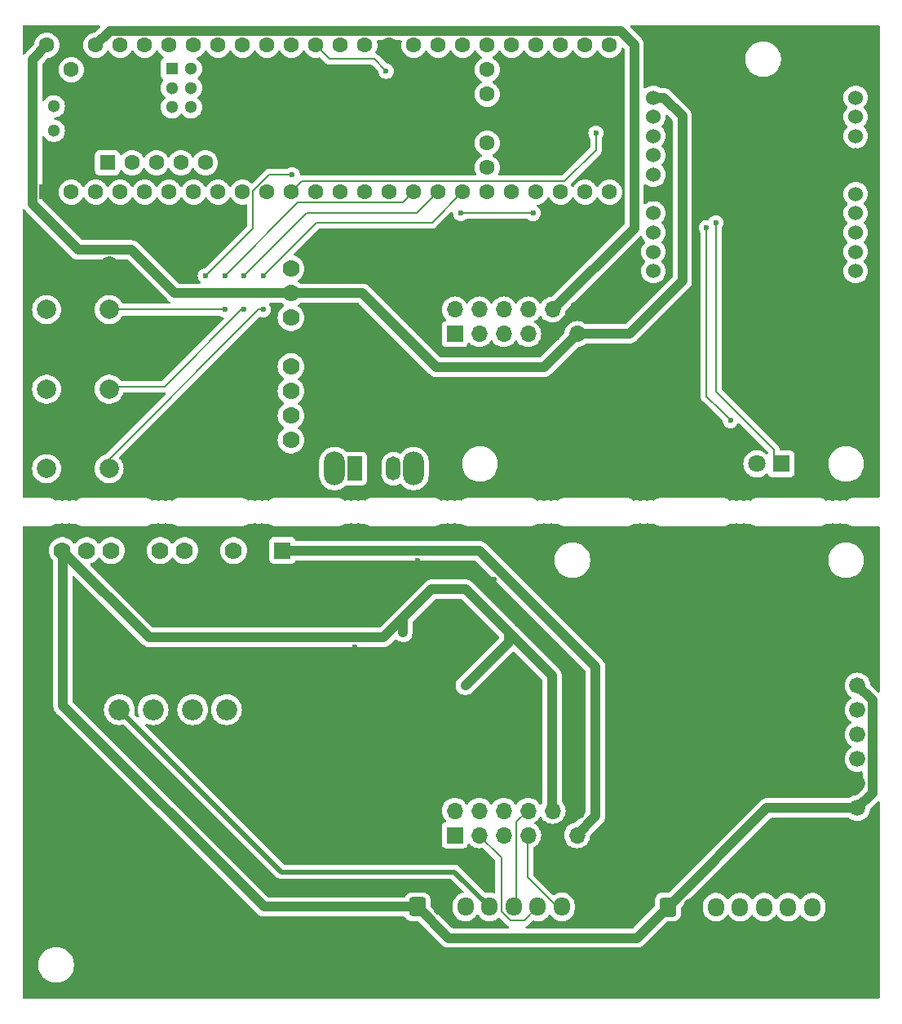
<source format=gbr>
%TF.GenerationSoftware,KiCad,Pcbnew,8.0.8*%
%TF.CreationDate,2025-03-04T17:08:20-05:00*%
%TF.ProjectId,board_AB,626f6172-645f-4414-922e-6b696361645f,rev?*%
%TF.SameCoordinates,Original*%
%TF.FileFunction,Copper,L2,Bot*%
%TF.FilePolarity,Positive*%
%FSLAX46Y46*%
G04 Gerber Fmt 4.6, Leading zero omitted, Abs format (unit mm)*
G04 Created by KiCad (PCBNEW 8.0.8) date 2025-03-04 17:08:20*
%MOMM*%
%LPD*%
G01*
G04 APERTURE LIST*
G04 Aperture macros list*
%AMRoundRect*
0 Rectangle with rounded corners*
0 $1 Rounding radius*
0 $2 $3 $4 $5 $6 $7 $8 $9 X,Y pos of 4 corners*
0 Add a 4 corners polygon primitive as box body*
4,1,4,$2,$3,$4,$5,$6,$7,$8,$9,$2,$3,0*
0 Add four circle primitives for the rounded corners*
1,1,$1+$1,$2,$3*
1,1,$1+$1,$4,$5*
1,1,$1+$1,$6,$7*
1,1,$1+$1,$8,$9*
0 Add four rect primitives between the rounded corners*
20,1,$1+$1,$2,$3,$4,$5,0*
20,1,$1+$1,$4,$5,$6,$7,0*
20,1,$1+$1,$6,$7,$8,$9,0*
20,1,$1+$1,$8,$9,$2,$3,0*%
G04 Aperture macros list end*
%TA.AperFunction,ComponentPad*%
%ADD10R,1.700000X1.700000*%
%TD*%
%TA.AperFunction,ComponentPad*%
%ADD11O,1.700000X1.700000*%
%TD*%
%TA.AperFunction,ComponentPad*%
%ADD12R,1.800000X1.800000*%
%TD*%
%TA.AperFunction,ComponentPad*%
%ADD13C,1.800000*%
%TD*%
%TA.AperFunction,ComponentPad*%
%ADD14O,2.200000X3.500000*%
%TD*%
%TA.AperFunction,ComponentPad*%
%ADD15R,1.500000X2.500000*%
%TD*%
%TA.AperFunction,ComponentPad*%
%ADD16O,1.500000X2.500000*%
%TD*%
%TA.AperFunction,ComponentPad*%
%ADD17R,1.778000X1.778000*%
%TD*%
%TA.AperFunction,ComponentPad*%
%ADD18C,1.778000*%
%TD*%
%TA.AperFunction,ComponentPad*%
%ADD19C,2.184400*%
%TD*%
%TA.AperFunction,ComponentPad*%
%ADD20C,2.000000*%
%TD*%
%TA.AperFunction,ComponentPad*%
%ADD21C,1.676400*%
%TD*%
%TA.AperFunction,ComponentPad*%
%ADD22C,1.524000*%
%TD*%
%TA.AperFunction,ComponentPad*%
%ADD23RoundRect,0.250000X-0.600000X-0.725000X0.600000X-0.725000X0.600000X0.725000X-0.600000X0.725000X0*%
%TD*%
%TA.AperFunction,ComponentPad*%
%ADD24O,1.700000X1.950000*%
%TD*%
%TA.AperFunction,ComponentPad*%
%ADD25R,1.600000X1.600000*%
%TD*%
%TA.AperFunction,ComponentPad*%
%ADD26C,1.600000*%
%TD*%
%TA.AperFunction,ComponentPad*%
%ADD27R,1.300000X1.300000*%
%TD*%
%TA.AperFunction,ComponentPad*%
%ADD28C,1.300000*%
%TD*%
%TA.AperFunction,ViaPad*%
%ADD29C,0.600000*%
%TD*%
%TA.AperFunction,Conductor*%
%ADD30C,1.000000*%
%TD*%
%TA.AperFunction,Conductor*%
%ADD31C,0.200000*%
%TD*%
%TA.AperFunction,Conductor*%
%ADD32C,0.500000*%
%TD*%
G04 APERTURE END LIST*
D10*
%TO.P,J2,1,Pin_1*%
%TO.N,/Cradle/I2S_OUT1*%
X148880000Y-104540000D03*
D11*
%TO.P,J2,2,Pin_2*%
%TO.N,Net-(J2-Pin_2)*%
X148880000Y-102000000D03*
%TO.P,J2,3,Pin_3*%
%TO.N,/Cradle/I2S_IN_L*%
X151420000Y-104540000D03*
%TO.P,J2,4,Pin_4*%
%TO.N,/Cradle/SDA*%
X151420000Y-102000000D03*
%TO.P,J2,5,Pin_5*%
%TO.N,/Cradle/SCL*%
X153960000Y-104540000D03*
%TO.P,J2,6,Pin_6*%
%TO.N,/Cradle/MCLK1*%
X153960000Y-102000000D03*
%TO.P,J2,7,Pin_7*%
%TO.N,/BCLK*%
X156500000Y-104540000D03*
%TO.P,J2,8,Pin_8*%
%TO.N,/LRCLK*%
X156500000Y-102000000D03*
%TO.P,J2,9,Pin_9*%
%TO.N,/GND*%
X159040000Y-104540000D03*
%TO.P,J2,10,Pin_10*%
%TO.N,/3V3*%
X159040000Y-102000000D03*
%TO.P,J2,11,Pin_11*%
%TO.N,/Cradle/5V_CRD*%
X161580000Y-104540000D03*
%TO.P,J2,12,Pin_12*%
%TO.N,/GND*%
X161580000Y-102000000D03*
%TD*%
D12*
%TO.P,D1,1,K*%
%TO.N,Net-(D1-K)*%
X182775000Y-66000000D03*
D13*
%TO.P,D1,2,A*%
%TO.N,Net-(D1-A)*%
X180235000Y-66000000D03*
%TD*%
D14*
%TO.P,SW1,*%
%TO.N,*%
X136400000Y-66500000D03*
X144600000Y-66500000D03*
D15*
%TO.P,SW1,1,A*%
%TO.N,Net-(SW1-A)*%
X138500000Y-66500000D03*
D16*
%TO.P,SW1,2,B*%
%TO.N,/Processor/GND_MCU*%
X140500000Y-66500000D03*
%TO.P,SW1,3*%
%TO.N,N/C*%
X142500000Y-66500000D03*
%TD*%
D17*
%TO.P,U4,1,VDD*%
%TO.N,/Cradle/5V_CRD*%
X131000000Y-75000000D03*
D18*
%TO.P,U4,2,GND*%
%TO.N,/GND*%
X128460000Y-75000000D03*
%TO.P,U4,3,SHDN*%
%TO.N,unconnected-(U4-SHDN-Pad3)*%
X125920000Y-75000000D03*
%TO.P,U4,4,R-*%
%TO.N,/GND*%
X123380000Y-75000000D03*
%TO.P,U4,5,R+*%
%TO.N,/Cradle/Lineout_R*%
X120840000Y-75000000D03*
%TO.P,U4,6,L+*%
%TO.N,/Cradle/Lineout_L*%
X118300000Y-75000000D03*
%TO.P,U4,7,L-*%
%TO.N,/GND*%
X115760000Y-75000000D03*
%TO.P,U4,8,SCL*%
%TO.N,/Cradle/SCL*%
X113220000Y-75000000D03*
%TO.P,U4,9,SDA*%
%TO.N,/Cradle/SDA*%
X110680000Y-75000000D03*
%TO.P,U4,10,I2C_VCC*%
%TO.N,/3V3*%
X108140000Y-75000000D03*
D19*
%TO.P,U4,11,ROut+*%
%TO.N,/Cradle/ROut+*%
X125180000Y-91510000D03*
%TO.P,U4,12,ROut-*%
%TO.N,/Cradle/ROut-*%
X121680000Y-91510000D03*
%TO.P,U4,13,LOut-*%
%TO.N,/Cradle/LOut-*%
X117560000Y-91510000D03*
%TO.P,U4,14,LOut+*%
%TO.N,/Cradle/LOut+*%
X114060000Y-91510000D03*
%TD*%
D20*
%TO.P,SW4,1,1*%
%TO.N,/Processor/GND_MCU*%
X106500000Y-62000000D03*
X113000000Y-62000000D03*
%TO.P,SW4,2,2*%
%TO.N,/Processor/BTN_3*%
X106500000Y-66500000D03*
X113000000Y-66500000D03*
%TD*%
D21*
%TO.P,U7,1,SEL*%
%TO.N,/3V3*%
X190690000Y-89015000D03*
%TO.P,U7,2,LRCLK*%
%TO.N,/LRCLK*%
X190690000Y-91555000D03*
%TO.P,U7,3,DOUT*%
%TO.N,/Cradle/I2S_IN_L*%
X190690000Y-94095000D03*
%TO.P,U7,4,BCLK*%
%TO.N,/BCLK*%
X190690000Y-96635000D03*
%TO.P,U7,5,GND*%
%TO.N,/GND*%
X190690000Y-99175000D03*
%TO.P,U7,6,3V*%
%TO.N,/3V3*%
X190690000Y-101715000D03*
%TD*%
D20*
%TO.P,SW3,1,1*%
%TO.N,/Processor/GND_MCU*%
X106500000Y-53750000D03*
X113000000Y-53750000D03*
%TO.P,SW3,2,2*%
%TO.N,/Processor/BTN_2*%
X106500000Y-58250000D03*
X113000000Y-58250000D03*
%TD*%
D22*
%TO.P,U3,1,Linein_AN*%
%TO.N,unconnected-(U3-Linein_AN-Pad1)*%
X190500000Y-46000000D03*
%TO.P,U3,2,Linein_AP*%
%TO.N,unconnected-(U3-Linein_AP-Pad2)*%
X190500000Y-44000000D03*
%TO.P,U3,3,Linein_BP*%
%TO.N,unconnected-(U3-Linein_BP-Pad3)*%
X190500000Y-42000000D03*
%TO.P,U3,4,Linein_BN*%
%TO.N,unconnected-(U3-Linein_BN-Pad4)*%
X190500000Y-40000000D03*
%TO.P,U3,5,AUX_DET*%
%TO.N,unconnected-(U3-AUX_DET-Pad5)*%
X190500000Y-38000000D03*
%TO.P,U3,6,GND*%
%TO.N,/Processor/GND_MCU*%
X190500000Y-36000000D03*
%TO.P,U3,7,GND*%
X190500000Y-34000000D03*
%TO.P,U3,8,I2S_BCK*%
%TO.N,/Processor/I2S_BCLK*%
X190500000Y-32000000D03*
%TO.P,U3,9,I2S_SDOUT*%
%TO.N,/Processor/BT_AUDIO_OUT*%
X190500000Y-30000000D03*
%TO.P,U3,10,I2S_LRCLK*%
%TO.N,/Processor/I2S_LRCLK*%
X190500000Y-28000000D03*
%TO.P,U3,11,VIN*%
%TO.N,/Processor/5V_MCU*%
X169500000Y-28000000D03*
%TO.P,U3,12,MIC_BIAS*%
%TO.N,unconnected-(U3-MIC_BIAS-Pad12)*%
X169500000Y-30000000D03*
%TO.P,U3,13,LED+*%
%TO.N,Net-(D1-K)*%
X169500000Y-32000000D03*
%TO.P,U3,14,LED-*%
%TO.N,Net-(U3-LED-)*%
X169500000Y-34000000D03*
%TO.P,U3,15,+3.3V*%
%TO.N,Net-(U3-+3.3V)*%
X169500000Y-36000000D03*
%TO.P,U3,16,GND*%
%TO.N,/Processor/GND_MCU*%
X169500000Y-38000000D03*
%TO.P,U3,17,FORWARD*%
%TO.N,Net-(U3-FORWARD)*%
X169500000Y-40000000D03*
%TO.P,U3,18,REWIND*%
%TO.N,Net-(U3-REWIND)*%
X169500000Y-42000000D03*
%TO.P,U3,19,PLAY/PAUSE*%
%TO.N,Net-(U3-PLAY{slash}PAUSE)*%
X169500000Y-44000000D03*
%TO.P,U3,20,MUTE*%
%TO.N,unconnected-(U3-MUTE-Pad20)*%
X169500000Y-46000000D03*
%TD*%
D23*
%TO.P,J3,1,Pin_1*%
%TO.N,/3V3*%
X145000000Y-111980000D03*
D24*
%TO.P,J3,2,Pin_2*%
%TO.N,/GND*%
X147500000Y-111980000D03*
%TO.P,J3,3,Pin_3*%
%TO.N,/Cradle/LOut-*%
X150000000Y-111980000D03*
%TO.P,J3,4,Pin_4*%
%TO.N,/Cradle/LOut+*%
X152500000Y-111980000D03*
%TO.P,J3,5,Pin_5*%
%TO.N,/LRCLK*%
X155000000Y-111980000D03*
%TO.P,J3,6,Pin_6*%
%TO.N,/Cradle/I2S_IN_L*%
X157500000Y-111980000D03*
%TO.P,J3,7,Pin_7*%
%TO.N,/BCLK*%
X160000000Y-111980000D03*
%TO.P,J3,8,Pin_8*%
%TO.N,/GND*%
X162500000Y-111980000D03*
%TD*%
D18*
%TO.P,U2,1,VIN*%
%TO.N,unconnected-(U2-VIN-Pad1)*%
X131885000Y-63540000D03*
%TO.P,U2,2,VU*%
%TO.N,/Processor/V_USB*%
X131885000Y-61000000D03*
%TO.P,U2,3,D-*%
%TO.N,/Processor/USB_D-*%
X131885000Y-58460000D03*
%TO.P,U2,4,D+*%
%TO.N,/Processor/USB_D+*%
X131885000Y-55920000D03*
%TO.P,U2,5,G*%
%TO.N,/Processor/GND_MCU*%
X131885000Y-53380000D03*
%TO.P,U2,6,BAT*%
%TO.N,Net-(U2-BAT)*%
X131885000Y-50840000D03*
%TO.P,U2,7,5V*%
%TO.N,/Processor/5V_MCU*%
X131885000Y-48300000D03*
%TO.P,U2,8,EN*%
%TO.N,Net-(SW1-A)*%
X131885000Y-45760000D03*
%TD*%
D23*
%TO.P,J4,1,Pin_1*%
%TO.N,/3V3*%
X171000000Y-112000000D03*
D24*
%TO.P,J4,2,Pin_2*%
%TO.N,/GND*%
X173500000Y-112000000D03*
%TO.P,J4,3,Pin_3*%
%TO.N,/Cradle/ROut-*%
X176000000Y-112000000D03*
%TO.P,J4,4,Pin_4*%
%TO.N,/Cradle/ROut+*%
X178500000Y-112000000D03*
%TO.P,J4,5,Pin_5*%
%TO.N,/LRCLK*%
X181000000Y-112000000D03*
%TO.P,J4,6,Pin_6*%
%TO.N,Net-(J2-Pin_2)*%
X183500000Y-112000000D03*
%TO.P,J4,7,Pin_7*%
%TO.N,/BCLK*%
X186000000Y-112000000D03*
%TO.P,J4,8,Pin_8*%
%TO.N,/GND*%
X188500000Y-112000000D03*
%TD*%
D20*
%TO.P,SW2,1,1*%
%TO.N,/Processor/GND_MCU*%
X106500000Y-45500000D03*
X113000000Y-45500000D03*
%TO.P,SW2,2,2*%
%TO.N,/Processor/BTN_1*%
X106500000Y-50000000D03*
X113000000Y-50000000D03*
%TD*%
D25*
%TO.P,U1,1,GND*%
%TO.N,/Processor/GND_MCU*%
X106530000Y-37801600D03*
D26*
%TO.P,U1,2,0_RX1_CRX2_CS1*%
%TO.N,unconnected-(U1-0_RX1_CRX2_CS1-Pad2)*%
X109070000Y-37801600D03*
%TO.P,U1,3,1_TX1_CTX2_MISO1*%
%TO.N,unconnected-(U1-1_TX1_CTX2_MISO1-Pad3)*%
X111610000Y-37801600D03*
%TO.P,U1,4,2_OUT2*%
%TO.N,unconnected-(U1-2_OUT2-Pad4)*%
X114150000Y-37801600D03*
%TO.P,U1,5,3_LRCLK2*%
%TO.N,unconnected-(U1-3_LRCLK2-Pad5)*%
X116690000Y-37801600D03*
%TO.P,U1,6,4_BCLK2*%
%TO.N,unconnected-(U1-4_BCLK2-Pad6)*%
X119230000Y-37801600D03*
%TO.P,U1,7,5_IN2*%
%TO.N,unconnected-(U1-5_IN2-Pad7)*%
X121770000Y-37801600D03*
%TO.P,U1,8,6_OUT1D*%
%TO.N,/Processor/I2S_IN_R*%
X124310000Y-37801600D03*
%TO.P,U1,9,7_RX2_OUT1A*%
%TO.N,/Processor/I2S_OUT*%
X126850000Y-37801600D03*
%TO.P,U1,10,8_TX2_IN1*%
%TO.N,/Processor/I2S_IN_L*%
X129390000Y-37801600D03*
%TO.P,U1,11,9_OUT1C*%
%TO.N,/Processor/BT_AUDIO_OUT*%
X131930000Y-37801600D03*
%TO.P,U1,12,10_CS_MQSR*%
%TO.N,unconnected-(U1-10_CS_MQSR-Pad12)*%
X134470000Y-37801600D03*
%TO.P,U1,13,11_MOSI_CTX1*%
%TO.N,unconnected-(U1-11_MOSI_CTX1-Pad13)*%
X137010000Y-37801600D03*
%TO.P,U1,14,12_MISO_MQSL*%
%TO.N,unconnected-(U1-12_MISO_MQSL-Pad14)*%
X139550000Y-37801600D03*
%TO.P,U1,15,3V3*%
%TO.N,unconnected-(U1-3V3-Pad15)*%
X142090000Y-37801600D03*
%TO.P,U1,16,24_A10_TX6_SCL2*%
%TO.N,/Processor/BTN_1*%
X144630000Y-37801600D03*
%TO.P,U1,17,25_A11_RX6_SDA2*%
%TO.N,/Processor/BTN_2*%
X147170000Y-37801600D03*
%TO.P,U1,18,26_A12_MOSI1*%
%TO.N,/Processor/BTN_3*%
X149710000Y-37801600D03*
%TO.P,U1,19,27_A13_SCK1*%
%TO.N,unconnected-(U1-27_A13_SCK1-Pad19)*%
X152250000Y-37801600D03*
%TO.P,U1,20,28_RX7*%
%TO.N,unconnected-(U1-28_RX7-Pad20)*%
X154790000Y-37801600D03*
%TO.P,U1,21,29_TX7*%
%TO.N,unconnected-(U1-29_TX7-Pad21)*%
X157330000Y-37801600D03*
%TO.P,U1,22,30_CRX3*%
%TO.N,unconnected-(U1-30_CRX3-Pad22)*%
X159870000Y-37801600D03*
%TO.P,U1,23,31_CTX3*%
%TO.N,unconnected-(U1-31_CTX3-Pad23)*%
X162410000Y-37801600D03*
%TO.P,U1,24,32_OUT1B*%
%TO.N,unconnected-(U1-32_OUT1B-Pad24)*%
X164950000Y-37801600D03*
%TO.P,U1,25,33_MCLK2*%
%TO.N,unconnected-(U1-33_MCLK2-Pad25)*%
X164950000Y-22561600D03*
%TO.P,U1,26,34_RX8*%
%TO.N,/Processor/FORWARD*%
X162410000Y-22561600D03*
%TO.P,U1,27,35_TX8*%
%TO.N,/Processor/REWIND*%
X159870000Y-22561600D03*
%TO.P,U1,28,36_CS*%
%TO.N,/Processor/PLAYPAUSE*%
X157330000Y-22561600D03*
%TO.P,U1,29,37_CS*%
%TO.N,unconnected-(U1-37_CS-Pad29)*%
X154790000Y-22561600D03*
%TO.P,U1,30,38_CS1_IN1*%
%TO.N,unconnected-(U1-38_CS1_IN1-Pad30)*%
X152250000Y-22561600D03*
%TO.P,U1,31,39_MISO1_OUT1A*%
%TO.N,unconnected-(U1-39_MISO1_OUT1A-Pad31)*%
X149710000Y-22561600D03*
%TO.P,U1,32,40_A16*%
%TO.N,unconnected-(U1-40_A16-Pad32)*%
X147170000Y-22561600D03*
%TO.P,U1,33,41_A17*%
%TO.N,unconnected-(U1-41_A17-Pad33)*%
X144630000Y-22561600D03*
%TO.P,U1,34,GND*%
%TO.N,/Processor/GND_MCU*%
X142090000Y-22561600D03*
%TO.P,U1,35,13_SCK_LED*%
%TO.N,unconnected-(U1-13_SCK_LED-Pad35)*%
X139550000Y-22561600D03*
%TO.P,U1,36,14_A0_TX3_SPDIF_OUT*%
%TO.N,/Processor/BAT_SENSE*%
X137010000Y-22561600D03*
%TO.P,U1,37,15_A1_RX3_SPDIF_IN*%
%TO.N,/Processor/BT_SENSE*%
X134470000Y-22561600D03*
%TO.P,U1,38,16_A2_RX4_SCL1*%
%TO.N,unconnected-(U1-16_A2_RX4_SCL1-Pad38)*%
X131930000Y-22561600D03*
%TO.P,U1,39,17_A3_TX4_SDA1*%
%TO.N,unconnected-(U1-17_A3_TX4_SDA1-Pad39)*%
X129390000Y-22561600D03*
%TO.P,U1,40,18_A4_SDA*%
%TO.N,/Processor/SDA*%
X126850000Y-22561600D03*
%TO.P,U1,41,19_A5_SCL*%
%TO.N,/Processor/SCL*%
X124310000Y-22561600D03*
%TO.P,U1,42,20_A6_TX5_LRCLK1*%
%TO.N,/Processor/I2S_LRCLK*%
X121770000Y-22561600D03*
%TO.P,U1,43,21_A7_RX5_BCLK1*%
%TO.N,/Processor/I2S_BCLK*%
X119230000Y-22561600D03*
%TO.P,U1,44,22_A8_CTX1*%
%TO.N,unconnected-(U1-22_A8_CTX1-Pad44)*%
X116690000Y-22561600D03*
%TO.P,U1,45,23_A9_CRX1_MCLK1*%
%TO.N,/Processor/MCLK*%
X114150000Y-22561600D03*
%TO.P,U1,46,3V3*%
%TO.N,/Processor/3V3*%
X111610000Y-22561600D03*
%TO.P,U1,47,GND*%
%TO.N,/Processor/GND_MCU*%
X109070000Y-22561600D03*
%TO.P,U1,48,VIN*%
%TO.N,/Processor/5V_MCU*%
X106530000Y-22561600D03*
%TO.P,U1,49,VUSB*%
%TO.N,/Processor/V_USB*%
X109070000Y-25101600D03*
%TO.P,U1,50,VBAT*%
%TO.N,unconnected-(U1-VBAT-Pad50)*%
X152250000Y-35261600D03*
%TO.P,U1,51,3V3*%
%TO.N,unconnected-(U1-3V3-Pad51)*%
X152250000Y-32721600D03*
%TO.P,U1,52,GND*%
%TO.N,/Processor/GND_MCU*%
X152250000Y-30181600D03*
%TO.P,U1,53,PROGRAM*%
%TO.N,unconnected-(U1-PROGRAM-Pad53)*%
X152250000Y-27641600D03*
%TO.P,U1,54,ON_OFF*%
%TO.N,unconnected-(U1-ON_OFF-Pad54)*%
X152250000Y-25101600D03*
D25*
%TO.P,U1,55,5V*%
%TO.N,unconnected-(U1-5V-Pad55)*%
X112829200Y-34750800D03*
D26*
%TO.P,U1,56,D-*%
%TO.N,unconnected-(U1-D--Pad56)*%
X115369200Y-34750800D03*
%TO.P,U1,57,D+*%
%TO.N,unconnected-(U1-D+-Pad57)*%
X117909200Y-34750800D03*
%TO.P,U1,58,GND*%
%TO.N,unconnected-(U1-GND-Pad58)*%
X120449200Y-34750800D03*
%TO.P,U1,59,GND*%
%TO.N,unconnected-(U1-GND-Pad59)*%
X122989200Y-34750800D03*
D27*
%TO.P,U1,60,R+*%
%TO.N,unconnected-(U1-R+-Pad60)*%
X119500000Y-25000000D03*
D28*
%TO.P,U1,61,LED*%
%TO.N,unconnected-(U1-LED-Pad61)*%
X119500000Y-27000000D03*
%TO.P,U1,62,T-*%
%TO.N,unconnected-(U1-T--Pad62)*%
X119500000Y-29000000D03*
%TO.P,U1,63,T+*%
%TO.N,unconnected-(U1-T+-Pad63)*%
X121500000Y-29000000D03*
%TO.P,U1,64,GND*%
%TO.N,unconnected-(U1-GND-Pad64)*%
X121500000Y-27000000D03*
%TO.P,U1,65,R-*%
%TO.N,unconnected-(U1-R--Pad65)*%
X121500000Y-25000000D03*
%TO.P,U1,66,D-*%
%TO.N,/Processor/USB_D-*%
X107260000Y-28911600D03*
%TO.P,U1,67,D+*%
%TO.N,/Processor/USB_D+*%
X107260000Y-31451600D03*
%TD*%
D10*
%TO.P,J1,1,Pin_1*%
%TO.N,/Processor/I2S_OUT*%
X148880000Y-52540000D03*
D11*
%TO.P,J1,2,Pin_2*%
%TO.N,/Processor/I2S_IN_R*%
X148880000Y-50000000D03*
%TO.P,J1,3,Pin_3*%
%TO.N,/Processor/I2S_IN_L*%
X151420000Y-52540000D03*
%TO.P,J1,4,Pin_4*%
%TO.N,/Processor/SDA*%
X151420000Y-50000000D03*
%TO.P,J1,5,Pin_5*%
%TO.N,/Processor/SCL*%
X153960000Y-52540000D03*
%TO.P,J1,6,Pin_6*%
%TO.N,/Processor/MCLK*%
X153960000Y-50000000D03*
%TO.P,J1,7,Pin_7*%
%TO.N,/Processor/I2S_BCLK*%
X156500000Y-52540000D03*
%TO.P,J1,8,Pin_8*%
%TO.N,/Processor/I2S_LRCLK*%
X156500000Y-50000000D03*
%TO.P,J1,9,Pin_9*%
%TO.N,/Processor/GND_MCU*%
X159040000Y-52540000D03*
%TO.P,J1,10,Pin_10*%
%TO.N,/Processor/3V3*%
X159040000Y-50000000D03*
%TO.P,J1,11,Pin_11*%
%TO.N,/Processor/5V_MCU*%
X161580000Y-52540000D03*
%TO.P,J1,12,Pin_12*%
%TO.N,/Processor/GND_MCU*%
X161580000Y-50000000D03*
%TD*%
D29*
%TO.N,/GND*%
X153000000Y-78000000D03*
X147300000Y-87550000D03*
X143500000Y-91500000D03*
X145000000Y-76000000D03*
X138500000Y-85000000D03*
X138500000Y-87500000D03*
X141500000Y-79500000D03*
%TO.N,/3V3*%
X147000000Y-79000000D03*
X143500000Y-83500000D03*
X150000000Y-89000000D03*
X154500000Y-83500000D03*
%TO.N,/Processor/BT_AUDIO_OUT*%
X163550000Y-31700000D03*
%TO.N,/Processor/BAT_SENSE*%
X123000000Y-46500000D03*
X132000000Y-36000000D03*
%TO.N,/Processor/BTN_3*%
X129000000Y-46500000D03*
X129000000Y-50000000D03*
%TO.N,/Processor/BTN_2*%
X127000000Y-46500000D03*
X127000000Y-50000000D03*
%TO.N,/Processor/BTN_1*%
X125000000Y-50000000D03*
X125000000Y-46500000D03*
%TO.N,/Processor/BT_SENSE*%
X149500000Y-40000000D03*
X141750000Y-25250000D03*
X157000000Y-40000000D03*
%TO.N,Net-(D1-K)*%
X176000000Y-41000000D03*
%TO.N,Net-(U3-LED-)*%
X177500000Y-61500000D03*
X175000000Y-41500000D03*
%TD*%
D30*
%TO.N,/3V3*%
X181285000Y-101715000D02*
X190690000Y-101715000D01*
X158960000Y-101020000D02*
X158960000Y-102000000D01*
X167800000Y-115200000D02*
X148220000Y-115200000D01*
X154500000Y-83500000D02*
X150000000Y-79000000D01*
X154500000Y-83500000D02*
X159000000Y-88000000D01*
X192228200Y-100176800D02*
X190690000Y-101715000D01*
X154500000Y-84500000D02*
X150000000Y-89000000D01*
X146500000Y-79000000D02*
X148000000Y-79000000D01*
X150000000Y-79000000D02*
X148000000Y-79000000D01*
X148220000Y-115200000D02*
X145000000Y-111980000D01*
X141500000Y-84000000D02*
X143500000Y-82000000D01*
X192228200Y-90553200D02*
X192228200Y-100176800D01*
X190690000Y-89015000D02*
X192228200Y-90553200D01*
X108180000Y-91080000D02*
X108180000Y-75000000D01*
X117140000Y-84000000D02*
X141500000Y-84000000D01*
X143500000Y-83500000D02*
X143500000Y-82000000D01*
X145000000Y-111980000D02*
X129080000Y-111980000D01*
X159000000Y-101960000D02*
X158960000Y-102000000D01*
X108140000Y-75000000D02*
X117140000Y-84000000D01*
X154500000Y-83500000D02*
X154500000Y-84500000D01*
X143500000Y-82000000D02*
X146500000Y-79000000D01*
X129080000Y-111980000D02*
X108180000Y-91080000D01*
X159000000Y-88000000D02*
X159000000Y-101960000D01*
X171000000Y-112000000D02*
X167800000Y-115200000D01*
X147000000Y-79000000D02*
X148000000Y-79000000D01*
X171000000Y-112000000D02*
X181285000Y-101715000D01*
D31*
%TO.N,/Processor/BT_AUDIO_OUT*%
X133030000Y-36701600D02*
X131930000Y-37801600D01*
X163550000Y-33450000D02*
X160298400Y-36701600D01*
X163550000Y-31700000D02*
X163550000Y-33450000D01*
X160298400Y-36701600D02*
X133030000Y-36701600D01*
D30*
%TO.N,/Processor/GND_MCU*%
X159040000Y-52540000D02*
X161580000Y-50000000D01*
D31*
%TO.N,/Processor/BAT_SENSE*%
X127950000Y-37685965D02*
X127950000Y-41550000D01*
X129635965Y-36000000D02*
X127950000Y-37685965D01*
X132000000Y-36000000D02*
X129635965Y-36000000D01*
X127950000Y-41550000D02*
X123000000Y-46500000D01*
%TO.N,/Processor/BTN_3*%
X113000000Y-65500000D02*
X113000000Y-66500000D01*
X129000000Y-50000000D02*
X128500000Y-50000000D01*
X128500000Y-50000000D02*
X113000000Y-65500000D01*
X146511600Y-41000000D02*
X149710000Y-37801600D01*
X134500000Y-41000000D02*
X146511600Y-41000000D01*
X129000000Y-46500000D02*
X134500000Y-41000000D01*
%TO.N,/Processor/BTN_2*%
X144971600Y-40000000D02*
X147170000Y-37801600D01*
X127000000Y-50000000D02*
X126750000Y-50000000D01*
X118750000Y-58000000D02*
X113000000Y-58000000D01*
X126750000Y-50000000D02*
X118750000Y-58000000D01*
X133500000Y-40000000D02*
X144971600Y-40000000D01*
X127000000Y-46500000D02*
X133500000Y-40000000D01*
D30*
%TO.N,/Processor/3V3*%
X166061600Y-21061600D02*
X167500000Y-22500000D01*
X167500000Y-41540000D02*
X159040000Y-50000000D01*
X113110000Y-21061600D02*
X166061600Y-21061600D01*
X167500000Y-22500000D02*
X167500000Y-41540000D01*
X111610000Y-22561600D02*
X113110000Y-21061600D01*
D31*
%TO.N,/Processor/BTN_1*%
X124000000Y-50000000D02*
X125000000Y-50000000D01*
X132598400Y-38901600D02*
X143530000Y-38901600D01*
X113000000Y-50000000D02*
X124000000Y-50000000D01*
X125000000Y-46500000D02*
X132598400Y-38901600D01*
X143530000Y-38901600D02*
X144630000Y-37801600D01*
D30*
%TO.N,/Processor/5V_MCU*%
X105030000Y-39030000D02*
X109800000Y-43800000D01*
X158120000Y-56000000D02*
X161580000Y-52540000D01*
X119800000Y-48300000D02*
X131885000Y-48300000D01*
X109800000Y-43800000D02*
X115300000Y-43800000D01*
X106530000Y-22561600D02*
X105030000Y-24061600D01*
X115300000Y-43800000D02*
X119800000Y-48300000D01*
X105030000Y-24061600D02*
X105030000Y-39030000D01*
X172500000Y-29922370D02*
X170577630Y-28000000D01*
X170577630Y-28000000D02*
X169500000Y-28000000D01*
X161580000Y-52540000D02*
X161620000Y-52500000D01*
X172500000Y-47033790D02*
X172500000Y-29922370D01*
X147000000Y-56000000D02*
X158120000Y-56000000D01*
X167033790Y-52500000D02*
X172500000Y-47033790D01*
X161620000Y-52500000D02*
X167033790Y-52500000D01*
X131885000Y-48300000D02*
X139300000Y-48300000D01*
X139300000Y-48300000D02*
X147000000Y-56000000D01*
D31*
%TO.N,/Processor/BT_SENSE*%
X157000000Y-40000000D02*
X150000000Y-40000000D01*
X141750000Y-25250000D02*
X140500000Y-24000000D01*
X135908400Y-24000000D02*
X134470000Y-22561600D01*
X140500000Y-24000000D02*
X135908400Y-24000000D01*
X150000000Y-40000000D02*
X149500000Y-40000000D01*
%TO.N,/BCLK*%
X156420000Y-108920000D02*
X159480000Y-111980000D01*
X156420000Y-104540000D02*
X156420000Y-108920000D01*
X159480000Y-111980000D02*
X160000000Y-111980000D01*
%TO.N,/LRCLK*%
X155261716Y-111718284D02*
X155000000Y-111980000D01*
X155261716Y-103158284D02*
X155261716Y-111718284D01*
X156420000Y-102000000D02*
X155261716Y-103158284D01*
%TO.N,Net-(D1-K)*%
X176000000Y-58500000D02*
X182000000Y-64500000D01*
X182000000Y-65225000D02*
X182775000Y-66000000D01*
X176000000Y-41000000D02*
X176000000Y-58500000D01*
X182000000Y-64500000D02*
X182000000Y-65225000D01*
D30*
%TO.N,/Cradle/5V_CRD*%
X163500000Y-102540000D02*
X161500000Y-104540000D01*
X151414214Y-75000000D02*
X163500000Y-87085786D01*
X131000000Y-75000000D02*
X151414214Y-75000000D01*
X163500000Y-87085786D02*
X163500000Y-102540000D01*
D31*
%TO.N,/Cradle/I2S_IN_L*%
X156080000Y-113400000D02*
X154668654Y-113400000D01*
X153700000Y-112431346D02*
X153700000Y-106900000D01*
X154668654Y-113400000D02*
X153700000Y-112431346D01*
X153700000Y-106900000D02*
X151340000Y-104540000D01*
X157500000Y-111980000D02*
X156080000Y-113400000D01*
D32*
%TO.N,/Cradle/LOut+*%
X152500000Y-111980000D02*
X148870000Y-108350000D01*
X148870000Y-108350000D02*
X130900000Y-108350000D01*
X130900000Y-108350000D02*
X114060000Y-91510000D01*
D31*
%TO.N,Net-(U3-LED-)*%
X175000000Y-59000000D02*
X176500000Y-60500000D01*
X175000000Y-41500000D02*
X175000000Y-59000000D01*
X176500000Y-60500000D02*
X177500000Y-61500000D01*
%TD*%
%TA.AperFunction,Conductor*%
%TO.N,/GND*%
G36*
X188937001Y-72147217D02*
G01*
X188942684Y-72150498D01*
X188942686Y-72150500D01*
X189056814Y-72216392D01*
X189184108Y-72250500D01*
X189184110Y-72250500D01*
X189315890Y-72250500D01*
X189315892Y-72250500D01*
X189443186Y-72216392D01*
X189472758Y-72199317D01*
X189540657Y-72182844D01*
X189606685Y-72205695D01*
X189607618Y-72206365D01*
X189713567Y-72283343D01*
X189812991Y-72334002D01*
X189924003Y-72390566D01*
X189924005Y-72390566D01*
X189924008Y-72390568D01*
X190044412Y-72429689D01*
X190148631Y-72463553D01*
X190381903Y-72500500D01*
X190381908Y-72500500D01*
X190434108Y-72500500D01*
X192875500Y-72500500D01*
X192942539Y-72520185D01*
X192988294Y-72572989D01*
X192999500Y-72624500D01*
X192999500Y-89610217D01*
X192979815Y-89677256D01*
X192927011Y-89723011D01*
X192857853Y-89732955D01*
X192794297Y-89703930D01*
X192787819Y-89697898D01*
X192058909Y-88968988D01*
X192025424Y-88907665D01*
X192023062Y-88892114D01*
X192013398Y-88781654D01*
X192013398Y-88781653D01*
X192013398Y-88781649D01*
X191952772Y-88555389D01*
X191853777Y-88343093D01*
X191719421Y-88151213D01*
X191553787Y-87985579D01*
X191361907Y-87851223D01*
X191149611Y-87752228D01*
X191149607Y-87752227D01*
X191149603Y-87752225D01*
X190923356Y-87691603D01*
X190923346Y-87691601D01*
X190690001Y-87671186D01*
X190689999Y-87671186D01*
X190456653Y-87691601D01*
X190456643Y-87691603D01*
X190230396Y-87752225D01*
X190230389Y-87752227D01*
X190230389Y-87752228D01*
X190018093Y-87851223D01*
X189826213Y-87985579D01*
X189826211Y-87985580D01*
X189826208Y-87985583D01*
X189660583Y-88151208D01*
X189660580Y-88151211D01*
X189660579Y-88151213D01*
X189526223Y-88343093D01*
X189440896Y-88526079D01*
X189427229Y-88555387D01*
X189427225Y-88555396D01*
X189366603Y-88781643D01*
X189366601Y-88781653D01*
X189346186Y-89014999D01*
X189346186Y-89015000D01*
X189366601Y-89248346D01*
X189366603Y-89248356D01*
X189427225Y-89474603D01*
X189427227Y-89474607D01*
X189427228Y-89474611D01*
X189526223Y-89686907D01*
X189660579Y-89878787D01*
X189826213Y-90044421D01*
X190018093Y-90178777D01*
X190018094Y-90178777D01*
X190022528Y-90181882D01*
X190021521Y-90183319D01*
X190064297Y-90228190D01*
X190077513Y-90296798D01*
X190051540Y-90361660D01*
X190021953Y-90387297D01*
X190022528Y-90388118D01*
X190018094Y-90391222D01*
X190018093Y-90391223D01*
X189826213Y-90525579D01*
X189826211Y-90525580D01*
X189826208Y-90525583D01*
X189660583Y-90691208D01*
X189660580Y-90691211D01*
X189660579Y-90691213D01*
X189595124Y-90784692D01*
X189526223Y-90883093D01*
X189427229Y-91095387D01*
X189427225Y-91095396D01*
X189366603Y-91321643D01*
X189366601Y-91321653D01*
X189346186Y-91554999D01*
X189346186Y-91555000D01*
X189366601Y-91788346D01*
X189366603Y-91788356D01*
X189427225Y-92014603D01*
X189427227Y-92014607D01*
X189427228Y-92014611D01*
X189526223Y-92226907D01*
X189660579Y-92418787D01*
X189826213Y-92584421D01*
X190018093Y-92718777D01*
X190018094Y-92718777D01*
X190022528Y-92721882D01*
X190021521Y-92723319D01*
X190064297Y-92768190D01*
X190077513Y-92836798D01*
X190051540Y-92901660D01*
X190021953Y-92927297D01*
X190022528Y-92928118D01*
X190018094Y-92931222D01*
X190018093Y-92931223D01*
X189826213Y-93065579D01*
X189826211Y-93065580D01*
X189826208Y-93065583D01*
X189660583Y-93231208D01*
X189526223Y-93423093D01*
X189427229Y-93635387D01*
X189427225Y-93635396D01*
X189366603Y-93861643D01*
X189366601Y-93861653D01*
X189346186Y-94094999D01*
X189346186Y-94095000D01*
X189366601Y-94328346D01*
X189366603Y-94328356D01*
X189427225Y-94554603D01*
X189427227Y-94554607D01*
X189427228Y-94554611D01*
X189526223Y-94766907D01*
X189660579Y-94958787D01*
X189826213Y-95124421D01*
X190018093Y-95258777D01*
X190018094Y-95258777D01*
X190022528Y-95261882D01*
X190021521Y-95263319D01*
X190064297Y-95308190D01*
X190077513Y-95376798D01*
X190051540Y-95441660D01*
X190021953Y-95467297D01*
X190022528Y-95468118D01*
X190018094Y-95471222D01*
X190018093Y-95471223D01*
X189826213Y-95605579D01*
X189826211Y-95605580D01*
X189826208Y-95605583D01*
X189660583Y-95771208D01*
X189526223Y-95963093D01*
X189427229Y-96175387D01*
X189427225Y-96175396D01*
X189366603Y-96401643D01*
X189366601Y-96401653D01*
X189346186Y-96634999D01*
X189346186Y-96635000D01*
X189366601Y-96868346D01*
X189366603Y-96868356D01*
X189427225Y-97094603D01*
X189427227Y-97094607D01*
X189427228Y-97094611D01*
X189526223Y-97306907D01*
X189660579Y-97498787D01*
X189826213Y-97664421D01*
X190018093Y-97798777D01*
X190230389Y-97897772D01*
X190456649Y-97958398D01*
X190643329Y-97974730D01*
X190689999Y-97978814D01*
X190690000Y-97978814D01*
X190690001Y-97978814D01*
X190728891Y-97975411D01*
X190923351Y-97958398D01*
X191071607Y-97918673D01*
X191141456Y-97920336D01*
X191199319Y-97959499D01*
X191226823Y-98023727D01*
X191227700Y-98038448D01*
X191227700Y-99711016D01*
X191208015Y-99778055D01*
X191191381Y-99798697D01*
X190643988Y-100346089D01*
X190582665Y-100379574D01*
X190567116Y-100381936D01*
X190456653Y-100391601D01*
X190456643Y-100391603D01*
X190230396Y-100452225D01*
X190230389Y-100452227D01*
X190230389Y-100452228D01*
X190018093Y-100551223D01*
X189826213Y-100685579D01*
X189826208Y-100685583D01*
X189821779Y-100688685D01*
X189821131Y-100687760D01*
X189762313Y-100713502D01*
X189746615Y-100714500D01*
X181186456Y-100714500D01*
X180993171Y-100752946D01*
X180993167Y-100752948D01*
X180993165Y-100752948D01*
X180993164Y-100752949D01*
X180917745Y-100784188D01*
X180917743Y-100784189D01*
X180811085Y-100828368D01*
X180811085Y-100828369D01*
X180811084Y-100828369D01*
X180647222Y-100937857D01*
X180647214Y-100937863D01*
X171096897Y-110488181D01*
X171035574Y-110521666D01*
X171009216Y-110524500D01*
X170349998Y-110524500D01*
X170349980Y-110524501D01*
X170247203Y-110535000D01*
X170247200Y-110535001D01*
X170080668Y-110590185D01*
X170080663Y-110590187D01*
X169931342Y-110682289D01*
X169807289Y-110806342D01*
X169715187Y-110955663D01*
X169715185Y-110955668D01*
X169708708Y-110975214D01*
X169660001Y-111122203D01*
X169660001Y-111122204D01*
X169660000Y-111122204D01*
X169649500Y-111224983D01*
X169649500Y-111884216D01*
X169629815Y-111951255D01*
X169613181Y-111971897D01*
X167421899Y-114163181D01*
X167360576Y-114196666D01*
X167334218Y-114199500D01*
X156355950Y-114199500D01*
X156288911Y-114179815D01*
X156243156Y-114127011D01*
X156233212Y-114057853D01*
X156262237Y-113994297D01*
X156304746Y-113963644D01*
X156304745Y-113963642D01*
X156304767Y-113963629D01*
X156308498Y-113960939D01*
X156311782Y-113959578D01*
X156311782Y-113959577D01*
X156311785Y-113959577D01*
X156361904Y-113930639D01*
X156448716Y-113880520D01*
X156560520Y-113768716D01*
X156560520Y-113768714D01*
X156570728Y-113758507D01*
X156570730Y-113758504D01*
X156921133Y-113408100D01*
X156982454Y-113374617D01*
X157047126Y-113377851D01*
X157183757Y-113422246D01*
X157393713Y-113455500D01*
X157393714Y-113455500D01*
X157606286Y-113455500D01*
X157606287Y-113455500D01*
X157816243Y-113422246D01*
X158018412Y-113356557D01*
X158207816Y-113260051D01*
X158229789Y-113244086D01*
X158379786Y-113135109D01*
X158379788Y-113135106D01*
X158379792Y-113135104D01*
X158530104Y-112984792D01*
X158649683Y-112820204D01*
X158705011Y-112777540D01*
X158774624Y-112771561D01*
X158836420Y-112804166D01*
X158850313Y-112820199D01*
X158938843Y-112942051D01*
X158969896Y-112984792D01*
X159120213Y-113135109D01*
X159292179Y-113260048D01*
X159292181Y-113260049D01*
X159292184Y-113260051D01*
X159481588Y-113356557D01*
X159683757Y-113422246D01*
X159893713Y-113455500D01*
X159893714Y-113455500D01*
X160106286Y-113455500D01*
X160106287Y-113455500D01*
X160316243Y-113422246D01*
X160518412Y-113356557D01*
X160707816Y-113260051D01*
X160729789Y-113244086D01*
X160879786Y-113135109D01*
X160879788Y-113135106D01*
X160879792Y-113135104D01*
X161030104Y-112984792D01*
X161030106Y-112984788D01*
X161030109Y-112984786D01*
X161155048Y-112812820D01*
X161155047Y-112812820D01*
X161155051Y-112812816D01*
X161251557Y-112623412D01*
X161317246Y-112421243D01*
X161350500Y-112211287D01*
X161350500Y-111748713D01*
X161317246Y-111538757D01*
X161251557Y-111336588D01*
X161155051Y-111147184D01*
X161155049Y-111147181D01*
X161155048Y-111147179D01*
X161030109Y-110975213D01*
X160879786Y-110824890D01*
X160707820Y-110699951D01*
X160518414Y-110603444D01*
X160518413Y-110603443D01*
X160518412Y-110603443D01*
X160316243Y-110537754D01*
X160316241Y-110537753D01*
X160316240Y-110537753D01*
X160140204Y-110509872D01*
X160106287Y-110504500D01*
X159893713Y-110504500D01*
X159859796Y-110509872D01*
X159683760Y-110537753D01*
X159481585Y-110603444D01*
X159292185Y-110699948D01*
X159237117Y-110739956D01*
X159171310Y-110763434D01*
X159103257Y-110747607D01*
X159076553Y-110727317D01*
X157056819Y-108707583D01*
X157023334Y-108646260D01*
X157020500Y-108619902D01*
X157020500Y-105866395D01*
X157040185Y-105799356D01*
X157092095Y-105754013D01*
X157177830Y-105714035D01*
X157371401Y-105578495D01*
X157538495Y-105411401D01*
X157674035Y-105217830D01*
X157773903Y-105003663D01*
X157835063Y-104775408D01*
X157855659Y-104540000D01*
X157853990Y-104520929D01*
X157835063Y-104304596D01*
X157835063Y-104304592D01*
X157773903Y-104076337D01*
X157674035Y-103862171D01*
X157668425Y-103854158D01*
X157538494Y-103668597D01*
X157371402Y-103501506D01*
X157371396Y-103501501D01*
X157185842Y-103371575D01*
X157142217Y-103316998D01*
X157135023Y-103247500D01*
X157166546Y-103185145D01*
X157185842Y-103168425D01*
X157342382Y-103058814D01*
X157371401Y-103038495D01*
X157538495Y-102871401D01*
X157668425Y-102685842D01*
X157723002Y-102642217D01*
X157792500Y-102635023D01*
X157854855Y-102666546D01*
X157871575Y-102685842D01*
X158001500Y-102871395D01*
X158001505Y-102871401D01*
X158168599Y-103038495D01*
X158197618Y-103058814D01*
X158362165Y-103174032D01*
X158362167Y-103174033D01*
X158362170Y-103174035D01*
X158576337Y-103273903D01*
X158804592Y-103335063D01*
X158992918Y-103351539D01*
X159039999Y-103355659D01*
X159040000Y-103355659D01*
X159040001Y-103355659D01*
X159079234Y-103352226D01*
X159275408Y-103335063D01*
X159503663Y-103273903D01*
X159717830Y-103174035D01*
X159911401Y-103038495D01*
X160078495Y-102871401D01*
X160214035Y-102677830D01*
X160313903Y-102463663D01*
X160375063Y-102235408D01*
X160395659Y-102000000D01*
X160375063Y-101764592D01*
X160313903Y-101536337D01*
X160214035Y-101322171D01*
X160208425Y-101314158D01*
X160078494Y-101128597D01*
X160036819Y-101086922D01*
X160003334Y-101025599D01*
X160000500Y-100999241D01*
X160000500Y-87901456D01*
X160000499Y-87901454D01*
X159962052Y-87708170D01*
X159962050Y-87708163D01*
X159955191Y-87691605D01*
X159955189Y-87691599D01*
X159900555Y-87559700D01*
X159886632Y-87526086D01*
X159845072Y-87463887D01*
X159777139Y-87362217D01*
X159634686Y-87219764D01*
X159634655Y-87219735D01*
X155281479Y-82866559D01*
X155281459Y-82866537D01*
X155134686Y-82719764D01*
X155134655Y-82719735D01*
X150781479Y-78366559D01*
X150781459Y-78366537D01*
X150637785Y-78222863D01*
X150637781Y-78222860D01*
X150473920Y-78113371D01*
X150473911Y-78113366D01*
X150401315Y-78083296D01*
X150345165Y-78060038D01*
X150291836Y-78037949D01*
X150291832Y-78037948D01*
X150291828Y-78037946D01*
X150195188Y-78018724D01*
X150098544Y-77999500D01*
X150098541Y-77999500D01*
X148098541Y-77999500D01*
X146401459Y-77999500D01*
X146401454Y-77999500D01*
X146369391Y-78005876D01*
X146369392Y-78005877D01*
X146208170Y-78037946D01*
X146208164Y-78037948D01*
X146026088Y-78113366D01*
X146026079Y-78113371D01*
X145862219Y-78222859D01*
X145862215Y-78222862D01*
X142862220Y-81222859D01*
X142722858Y-81362221D01*
X141121899Y-82963181D01*
X141060576Y-82996666D01*
X141034218Y-82999500D01*
X117605782Y-82999500D01*
X117538743Y-82979815D01*
X117518101Y-82963181D01*
X111076563Y-76521643D01*
X111043078Y-76460320D01*
X111048062Y-76390628D01*
X111089934Y-76334695D01*
X111123982Y-76316681D01*
X111240058Y-76276832D01*
X111240060Y-76276831D01*
X111240069Y-76276828D01*
X111442589Y-76167229D01*
X111624308Y-76025792D01*
X111780269Y-75856373D01*
X111846191Y-75755472D01*
X111899337Y-75710115D01*
X111968569Y-75700691D01*
X112031905Y-75730193D01*
X112053809Y-75755472D01*
X112119728Y-75856370D01*
X112140295Y-75878712D01*
X112275692Y-76025792D01*
X112389139Y-76114091D01*
X112411282Y-76131326D01*
X112457411Y-76167229D01*
X112659931Y-76276828D01*
X112773025Y-76315653D01*
X112877725Y-76351597D01*
X112877727Y-76351597D01*
X112877729Y-76351598D01*
X113104863Y-76389500D01*
X113104864Y-76389500D01*
X113335136Y-76389500D01*
X113335137Y-76389500D01*
X113562271Y-76351598D01*
X113780069Y-76276828D01*
X113982589Y-76167229D01*
X114164308Y-76025792D01*
X114320269Y-75856373D01*
X114446217Y-75663595D01*
X114538717Y-75452716D01*
X114595246Y-75229488D01*
X114614262Y-75000000D01*
X114614262Y-74999994D01*
X116905738Y-74999994D01*
X116905738Y-75000005D01*
X116924753Y-75229484D01*
X116981282Y-75452714D01*
X117073782Y-75663594D01*
X117199728Y-75856370D01*
X117220295Y-75878712D01*
X117355692Y-76025792D01*
X117469139Y-76114091D01*
X117491282Y-76131326D01*
X117537411Y-76167229D01*
X117739931Y-76276828D01*
X117853025Y-76315653D01*
X117957725Y-76351597D01*
X117957727Y-76351597D01*
X117957729Y-76351598D01*
X118184863Y-76389500D01*
X118184864Y-76389500D01*
X118415136Y-76389500D01*
X118415137Y-76389500D01*
X118642271Y-76351598D01*
X118860069Y-76276828D01*
X119062589Y-76167229D01*
X119244308Y-76025792D01*
X119400269Y-75856373D01*
X119466191Y-75755472D01*
X119519337Y-75710115D01*
X119588569Y-75700691D01*
X119651905Y-75730193D01*
X119673809Y-75755472D01*
X119739728Y-75856370D01*
X119760295Y-75878712D01*
X119895692Y-76025792D01*
X120009139Y-76114091D01*
X120031282Y-76131326D01*
X120077411Y-76167229D01*
X120279931Y-76276828D01*
X120393025Y-76315653D01*
X120497725Y-76351597D01*
X120497727Y-76351597D01*
X120497729Y-76351598D01*
X120724863Y-76389500D01*
X120724864Y-76389500D01*
X120955136Y-76389500D01*
X120955137Y-76389500D01*
X121182271Y-76351598D01*
X121400069Y-76276828D01*
X121602589Y-76167229D01*
X121784308Y-76025792D01*
X121940269Y-75856373D01*
X122066217Y-75663595D01*
X122158717Y-75452716D01*
X122215246Y-75229488D01*
X122234262Y-75000000D01*
X122234262Y-74999994D01*
X124525738Y-74999994D01*
X124525738Y-75000005D01*
X124544753Y-75229484D01*
X124601282Y-75452714D01*
X124693782Y-75663594D01*
X124819728Y-75856370D01*
X124840295Y-75878712D01*
X124975692Y-76025792D01*
X125089139Y-76114091D01*
X125111282Y-76131326D01*
X125157411Y-76167229D01*
X125359931Y-76276828D01*
X125473025Y-76315653D01*
X125577725Y-76351597D01*
X125577727Y-76351597D01*
X125577729Y-76351598D01*
X125804863Y-76389500D01*
X125804864Y-76389500D01*
X126035136Y-76389500D01*
X126035137Y-76389500D01*
X126262271Y-76351598D01*
X126480069Y-76276828D01*
X126682589Y-76167229D01*
X126864308Y-76025792D01*
X127020269Y-75856373D01*
X127146217Y-75663595D01*
X127238717Y-75452716D01*
X127295246Y-75229488D01*
X127314262Y-75000000D01*
X127311752Y-74969711D01*
X127295246Y-74770515D01*
X127295246Y-74770512D01*
X127238717Y-74547284D01*
X127146217Y-74336405D01*
X127121980Y-74299308D01*
X127020271Y-74143629D01*
X126946171Y-74063135D01*
X129610500Y-74063135D01*
X129610500Y-75936870D01*
X129610501Y-75936876D01*
X129616908Y-75996483D01*
X129667202Y-76131328D01*
X129667206Y-76131335D01*
X129753452Y-76246544D01*
X129753455Y-76246547D01*
X129868664Y-76332793D01*
X129868671Y-76332797D01*
X130003517Y-76383091D01*
X130003516Y-76383091D01*
X130010444Y-76383835D01*
X130063127Y-76389500D01*
X131936872Y-76389499D01*
X131996483Y-76383091D01*
X132131331Y-76332796D01*
X132246546Y-76246546D01*
X132332796Y-76131331D01*
X132351506Y-76081168D01*
X132393377Y-76025234D01*
X132458841Y-76000816D01*
X132467688Y-76000500D01*
X150948432Y-76000500D01*
X151015471Y-76020185D01*
X151036113Y-76036819D01*
X162463181Y-87463887D01*
X162496666Y-87525210D01*
X162499500Y-87551568D01*
X162499500Y-102074217D01*
X162479815Y-102141256D01*
X162463181Y-102161898D01*
X161459299Y-103165779D01*
X161397976Y-103199264D01*
X161382429Y-103201626D01*
X161354708Y-103204051D01*
X161344592Y-103204937D01*
X161344590Y-103204937D01*
X161344586Y-103204938D01*
X161116344Y-103266094D01*
X161116335Y-103266098D01*
X160902171Y-103365964D01*
X160902169Y-103365965D01*
X160708597Y-103501505D01*
X160541505Y-103668597D01*
X160405965Y-103862169D01*
X160405964Y-103862171D01*
X160306098Y-104076335D01*
X160306094Y-104076344D01*
X160244938Y-104304586D01*
X160244936Y-104304596D01*
X160224341Y-104539999D01*
X160224341Y-104540000D01*
X160244936Y-104775403D01*
X160244938Y-104775413D01*
X160306094Y-105003655D01*
X160306096Y-105003659D01*
X160306097Y-105003663D01*
X160390499Y-105184664D01*
X160405965Y-105217830D01*
X160405967Y-105217834D01*
X160514281Y-105372521D01*
X160541505Y-105411401D01*
X160708599Y-105578495D01*
X160805384Y-105646265D01*
X160902165Y-105714032D01*
X160902167Y-105714033D01*
X160902170Y-105714035D01*
X161116337Y-105813903D01*
X161344592Y-105875063D01*
X161521034Y-105890500D01*
X161579999Y-105895659D01*
X161580000Y-105895659D01*
X161580001Y-105895659D01*
X161638966Y-105890500D01*
X161815408Y-105875063D01*
X162043663Y-105813903D01*
X162257830Y-105714035D01*
X162451401Y-105578495D01*
X162618495Y-105411401D01*
X162754035Y-105217830D01*
X162853903Y-105003663D01*
X162915063Y-104775408D01*
X162933714Y-104562229D01*
X162959165Y-104497163D01*
X162969552Y-104485366D01*
X164137778Y-103317141D01*
X164137782Y-103317139D01*
X164277139Y-103177782D01*
X164386632Y-103013914D01*
X164462051Y-102831835D01*
X164492685Y-102677830D01*
X164500500Y-102638543D01*
X164500500Y-86987242D01*
X164462052Y-86793956D01*
X164462051Y-86793955D01*
X164462051Y-86793951D01*
X164462049Y-86793946D01*
X164386635Y-86611878D01*
X164386628Y-86611865D01*
X164277140Y-86448005D01*
X164277139Y-86448004D01*
X164137782Y-86308647D01*
X164137781Y-86308646D01*
X153707845Y-75878711D01*
X159249500Y-75878711D01*
X159249500Y-76121288D01*
X159277344Y-76332793D01*
X159281162Y-76361789D01*
X159307564Y-76460320D01*
X159343947Y-76596104D01*
X159436773Y-76820205D01*
X159436776Y-76820212D01*
X159558064Y-77030289D01*
X159558066Y-77030292D01*
X159558067Y-77030293D01*
X159705733Y-77222736D01*
X159705739Y-77222743D01*
X159877256Y-77394260D01*
X159877262Y-77394265D01*
X160069711Y-77541936D01*
X160279788Y-77663224D01*
X160503900Y-77756054D01*
X160738211Y-77818838D01*
X160918586Y-77842584D01*
X160978711Y-77850500D01*
X160978712Y-77850500D01*
X161221289Y-77850500D01*
X161269388Y-77844167D01*
X161461789Y-77818838D01*
X161696100Y-77756054D01*
X161920212Y-77663224D01*
X162130289Y-77541936D01*
X162322738Y-77394265D01*
X162494265Y-77222738D01*
X162641936Y-77030289D01*
X162763224Y-76820212D01*
X162856054Y-76596100D01*
X162918838Y-76361789D01*
X162950500Y-76121288D01*
X162950500Y-75878712D01*
X162950500Y-75878711D01*
X187649500Y-75878711D01*
X187649500Y-76121288D01*
X187677344Y-76332793D01*
X187681162Y-76361789D01*
X187707564Y-76460320D01*
X187743947Y-76596104D01*
X187836773Y-76820205D01*
X187836776Y-76820212D01*
X187958064Y-77030289D01*
X187958066Y-77030292D01*
X187958067Y-77030293D01*
X188105733Y-77222736D01*
X188105739Y-77222743D01*
X188277256Y-77394260D01*
X188277262Y-77394265D01*
X188469711Y-77541936D01*
X188679788Y-77663224D01*
X188903900Y-77756054D01*
X189138211Y-77818838D01*
X189318586Y-77842584D01*
X189378711Y-77850500D01*
X189378712Y-77850500D01*
X189621289Y-77850500D01*
X189669388Y-77844167D01*
X189861789Y-77818838D01*
X190096100Y-77756054D01*
X190320212Y-77663224D01*
X190530289Y-77541936D01*
X190722738Y-77394265D01*
X190894265Y-77222738D01*
X191041936Y-77030289D01*
X191163224Y-76820212D01*
X191256054Y-76596100D01*
X191318838Y-76361789D01*
X191350500Y-76121288D01*
X191350500Y-75878712D01*
X191318838Y-75638211D01*
X191256054Y-75403900D01*
X191163224Y-75179788D01*
X191041936Y-74969711D01*
X190894265Y-74777262D01*
X190894260Y-74777256D01*
X190722743Y-74605739D01*
X190722736Y-74605733D01*
X190530293Y-74458067D01*
X190530292Y-74458066D01*
X190530289Y-74458064D01*
X190320212Y-74336776D01*
X190320205Y-74336773D01*
X190096104Y-74243947D01*
X189861785Y-74181161D01*
X189621289Y-74149500D01*
X189621288Y-74149500D01*
X189378712Y-74149500D01*
X189378711Y-74149500D01*
X189138214Y-74181161D01*
X188903895Y-74243947D01*
X188679794Y-74336773D01*
X188679785Y-74336777D01*
X188469706Y-74458067D01*
X188277263Y-74605733D01*
X188277256Y-74605739D01*
X188105739Y-74777256D01*
X188105733Y-74777263D01*
X187958067Y-74969706D01*
X187836777Y-75179785D01*
X187836773Y-75179794D01*
X187743947Y-75403895D01*
X187681161Y-75638214D01*
X187649500Y-75878711D01*
X162950500Y-75878711D01*
X162918838Y-75638211D01*
X162856054Y-75403900D01*
X162763224Y-75179788D01*
X162641936Y-74969711D01*
X162494265Y-74777262D01*
X162494260Y-74777256D01*
X162322743Y-74605739D01*
X162322736Y-74605733D01*
X162130293Y-74458067D01*
X162130292Y-74458066D01*
X162130289Y-74458064D01*
X161920212Y-74336776D01*
X161920205Y-74336773D01*
X161696104Y-74243947D01*
X161461785Y-74181161D01*
X161221289Y-74149500D01*
X161221288Y-74149500D01*
X160978712Y-74149500D01*
X160978711Y-74149500D01*
X160738214Y-74181161D01*
X160503895Y-74243947D01*
X160279794Y-74336773D01*
X160279785Y-74336777D01*
X160069706Y-74458067D01*
X159877263Y-74605733D01*
X159877256Y-74605739D01*
X159705739Y-74777256D01*
X159705733Y-74777263D01*
X159558067Y-74969706D01*
X159436777Y-75179785D01*
X159436773Y-75179794D01*
X159343947Y-75403895D01*
X159281161Y-75638214D01*
X159249500Y-75878711D01*
X153707845Y-75878711D01*
X152198422Y-74369288D01*
X152198420Y-74369285D01*
X152198420Y-74369286D01*
X152191353Y-74362219D01*
X152191353Y-74362218D01*
X152051996Y-74222861D01*
X152051995Y-74222860D01*
X152051994Y-74222859D01*
X151888134Y-74113371D01*
X151888125Y-74113366D01*
X151815529Y-74083296D01*
X151759379Y-74060038D01*
X151706050Y-74037949D01*
X151706046Y-74037948D01*
X151706042Y-74037946D01*
X151609402Y-74018724D01*
X151512758Y-73999500D01*
X151512755Y-73999500D01*
X132467688Y-73999500D01*
X132400649Y-73979815D01*
X132354894Y-73927011D01*
X132351506Y-73918832D01*
X132332798Y-73868673D01*
X132332793Y-73868664D01*
X132246547Y-73753455D01*
X132246544Y-73753452D01*
X132131335Y-73667206D01*
X132131328Y-73667202D01*
X131996482Y-73616908D01*
X131996483Y-73616908D01*
X131936883Y-73610501D01*
X131936881Y-73610500D01*
X131936873Y-73610500D01*
X131936864Y-73610500D01*
X130063129Y-73610500D01*
X130063123Y-73610501D01*
X130003516Y-73616908D01*
X129868671Y-73667202D01*
X129868664Y-73667206D01*
X129753455Y-73753452D01*
X129753452Y-73753455D01*
X129667206Y-73868664D01*
X129667202Y-73868671D01*
X129616908Y-74003517D01*
X129610501Y-74063116D01*
X129610500Y-74063135D01*
X126946171Y-74063135D01*
X126864308Y-73974208D01*
X126793161Y-73918832D01*
X126682591Y-73832772D01*
X126480069Y-73723172D01*
X126480061Y-73723169D01*
X126262274Y-73648402D01*
X126073538Y-73616908D01*
X126035137Y-73610500D01*
X125804863Y-73610500D01*
X125766462Y-73616908D01*
X125577725Y-73648402D01*
X125359938Y-73723169D01*
X125359930Y-73723172D01*
X125157408Y-73832772D01*
X124975694Y-73974206D01*
X124975689Y-73974211D01*
X124819728Y-74143629D01*
X124693782Y-74336405D01*
X124601282Y-74547285D01*
X124544753Y-74770515D01*
X124525738Y-74999994D01*
X122234262Y-74999994D01*
X122231752Y-74969711D01*
X122215246Y-74770515D01*
X122215246Y-74770512D01*
X122158717Y-74547284D01*
X122066217Y-74336405D01*
X122041980Y-74299308D01*
X121940271Y-74143629D01*
X121866171Y-74063135D01*
X121784308Y-73974208D01*
X121713161Y-73918832D01*
X121602591Y-73832772D01*
X121400069Y-73723172D01*
X121400061Y-73723169D01*
X121182274Y-73648402D01*
X120993538Y-73616908D01*
X120955137Y-73610500D01*
X120724863Y-73610500D01*
X120686462Y-73616908D01*
X120497725Y-73648402D01*
X120279938Y-73723169D01*
X120279930Y-73723172D01*
X120077408Y-73832772D01*
X119895694Y-73974206D01*
X119895689Y-73974211D01*
X119739727Y-74143630D01*
X119673808Y-74244528D01*
X119620662Y-74289884D01*
X119551431Y-74299308D01*
X119488095Y-74269806D01*
X119466192Y-74244528D01*
X119400272Y-74143630D01*
X119326171Y-74063135D01*
X119244308Y-73974208D01*
X119173161Y-73918832D01*
X119062591Y-73832772D01*
X118860069Y-73723172D01*
X118860061Y-73723169D01*
X118642274Y-73648402D01*
X118453538Y-73616908D01*
X118415137Y-73610500D01*
X118184863Y-73610500D01*
X118146462Y-73616908D01*
X117957725Y-73648402D01*
X117739938Y-73723169D01*
X117739930Y-73723172D01*
X117537408Y-73832772D01*
X117355694Y-73974206D01*
X117355689Y-73974211D01*
X117199728Y-74143629D01*
X117073782Y-74336405D01*
X116981282Y-74547285D01*
X116924753Y-74770515D01*
X116905738Y-74999994D01*
X114614262Y-74999994D01*
X114611752Y-74969711D01*
X114595246Y-74770515D01*
X114595246Y-74770512D01*
X114538717Y-74547284D01*
X114446217Y-74336405D01*
X114421980Y-74299308D01*
X114320271Y-74143629D01*
X114246171Y-74063135D01*
X114164308Y-73974208D01*
X114093161Y-73918832D01*
X113982591Y-73832772D01*
X113780069Y-73723172D01*
X113780061Y-73723169D01*
X113562274Y-73648402D01*
X113373538Y-73616908D01*
X113335137Y-73610500D01*
X113104863Y-73610500D01*
X113066462Y-73616908D01*
X112877725Y-73648402D01*
X112659938Y-73723169D01*
X112659930Y-73723172D01*
X112457408Y-73832772D01*
X112275694Y-73974206D01*
X112275689Y-73974211D01*
X112119727Y-74143630D01*
X112053808Y-74244528D01*
X112000662Y-74289884D01*
X111931431Y-74299308D01*
X111868095Y-74269806D01*
X111846192Y-74244528D01*
X111780272Y-74143630D01*
X111706171Y-74063135D01*
X111624308Y-73974208D01*
X111553161Y-73918832D01*
X111442591Y-73832772D01*
X111240069Y-73723172D01*
X111240061Y-73723169D01*
X111022274Y-73648402D01*
X110833538Y-73616908D01*
X110795137Y-73610500D01*
X110564863Y-73610500D01*
X110526462Y-73616908D01*
X110337725Y-73648402D01*
X110119938Y-73723169D01*
X110119930Y-73723172D01*
X109917408Y-73832772D01*
X109735694Y-73974206D01*
X109735689Y-73974211D01*
X109579727Y-74143630D01*
X109513808Y-74244528D01*
X109460662Y-74289884D01*
X109391431Y-74299308D01*
X109328095Y-74269806D01*
X109306192Y-74244528D01*
X109240272Y-74143630D01*
X109166171Y-74063135D01*
X109084308Y-73974208D01*
X109013161Y-73918832D01*
X108902591Y-73832772D01*
X108700069Y-73723172D01*
X108700061Y-73723169D01*
X108482274Y-73648402D01*
X108293538Y-73616908D01*
X108255137Y-73610500D01*
X108024863Y-73610500D01*
X107986462Y-73616908D01*
X107797725Y-73648402D01*
X107579938Y-73723169D01*
X107579930Y-73723172D01*
X107377408Y-73832772D01*
X107195694Y-73974206D01*
X107195689Y-73974211D01*
X107039728Y-74143629D01*
X106913782Y-74336405D01*
X106821282Y-74547285D01*
X106764753Y-74770515D01*
X106745738Y-74999994D01*
X106745738Y-75000005D01*
X106764753Y-75229484D01*
X106821282Y-75452714D01*
X106913782Y-75663594D01*
X107039728Y-75856370D01*
X107146730Y-75972604D01*
X107177652Y-76035258D01*
X107179500Y-76056587D01*
X107179500Y-91178541D01*
X107179500Y-91178543D01*
X107179499Y-91178543D01*
X107217947Y-91371829D01*
X107217950Y-91371839D01*
X107293364Y-91553907D01*
X107293371Y-91553920D01*
X107402859Y-91717780D01*
X107402860Y-91717781D01*
X107402861Y-91717782D01*
X107542218Y-91857139D01*
X107542220Y-91857141D01*
X128302860Y-112617781D01*
X128302861Y-112617782D01*
X128442218Y-112757139D01*
X128442219Y-112757140D01*
X128542531Y-112824166D01*
X128606086Y-112866632D01*
X128712745Y-112910811D01*
X128788164Y-112942051D01*
X128981454Y-112980499D01*
X128981457Y-112980500D01*
X128981459Y-112980500D01*
X129178540Y-112980500D01*
X143618942Y-112980500D01*
X143685981Y-113000185D01*
X143724479Y-113039401D01*
X143807288Y-113173656D01*
X143931344Y-113297712D01*
X144080666Y-113389814D01*
X144247203Y-113444999D01*
X144349991Y-113455500D01*
X145009217Y-113455499D01*
X145076256Y-113475183D01*
X145096898Y-113491818D01*
X147582215Y-115977137D01*
X147582219Y-115977140D01*
X147746079Y-116086628D01*
X147746085Y-116086631D01*
X147746086Y-116086632D01*
X147928165Y-116162052D01*
X148089389Y-116194121D01*
X148121457Y-116200499D01*
X148121458Y-116200500D01*
X148121459Y-116200500D01*
X167898543Y-116200500D01*
X167963353Y-116187608D01*
X167995759Y-116181162D01*
X168091836Y-116162051D01*
X168145165Y-116139961D01*
X168273914Y-116086632D01*
X168437782Y-115977139D01*
X168577139Y-115837782D01*
X168577139Y-115837780D01*
X168587347Y-115827573D01*
X168587348Y-115827570D01*
X170903102Y-113511818D01*
X170964425Y-113478333D01*
X170990783Y-113475499D01*
X171650002Y-113475499D01*
X171650008Y-113475499D01*
X171653102Y-113475183D01*
X171667895Y-113473671D01*
X171752797Y-113464999D01*
X171919334Y-113409814D01*
X172068656Y-113317712D01*
X172192712Y-113193656D01*
X172284814Y-113044334D01*
X172339999Y-112877797D01*
X172350500Y-112775009D01*
X172350499Y-112115780D01*
X172370183Y-112048742D01*
X172386813Y-112028105D01*
X172646205Y-111768713D01*
X174649500Y-111768713D01*
X174649500Y-112231286D01*
X174679585Y-112421239D01*
X174682754Y-112441243D01*
X174742937Y-112626467D01*
X174748444Y-112643414D01*
X174844951Y-112832820D01*
X174969890Y-113004786D01*
X175120213Y-113155109D01*
X175292179Y-113280048D01*
X175292181Y-113280049D01*
X175292184Y-113280051D01*
X175481588Y-113376557D01*
X175683757Y-113442246D01*
X175893713Y-113475500D01*
X175893714Y-113475500D01*
X176106286Y-113475500D01*
X176106287Y-113475500D01*
X176316243Y-113442246D01*
X176518412Y-113376557D01*
X176707816Y-113280051D01*
X176735348Y-113260048D01*
X176879786Y-113155109D01*
X176879788Y-113155106D01*
X176879792Y-113155104D01*
X177030104Y-113004792D01*
X177149683Y-112840204D01*
X177205011Y-112797540D01*
X177274624Y-112791561D01*
X177336420Y-112824166D01*
X177350313Y-112840199D01*
X177424313Y-112942052D01*
X177469896Y-113004792D01*
X177620213Y-113155109D01*
X177792179Y-113280048D01*
X177792181Y-113280049D01*
X177792184Y-113280051D01*
X177981588Y-113376557D01*
X178183757Y-113442246D01*
X178393713Y-113475500D01*
X178393714Y-113475500D01*
X178606286Y-113475500D01*
X178606287Y-113475500D01*
X178816243Y-113442246D01*
X179018412Y-113376557D01*
X179207816Y-113280051D01*
X179235348Y-113260048D01*
X179379786Y-113155109D01*
X179379788Y-113155106D01*
X179379792Y-113155104D01*
X179530104Y-113004792D01*
X179649683Y-112840204D01*
X179705011Y-112797540D01*
X179774624Y-112791561D01*
X179836420Y-112824166D01*
X179850313Y-112840199D01*
X179924313Y-112942052D01*
X179969896Y-113004792D01*
X180120213Y-113155109D01*
X180292179Y-113280048D01*
X180292181Y-113280049D01*
X180292184Y-113280051D01*
X180481588Y-113376557D01*
X180683757Y-113442246D01*
X180893713Y-113475500D01*
X180893714Y-113475500D01*
X181106286Y-113475500D01*
X181106287Y-113475500D01*
X181316243Y-113442246D01*
X181518412Y-113376557D01*
X181707816Y-113280051D01*
X181735348Y-113260048D01*
X181879786Y-113155109D01*
X181879788Y-113155106D01*
X181879792Y-113155104D01*
X182030104Y-113004792D01*
X182149683Y-112840204D01*
X182205011Y-112797540D01*
X182274624Y-112791561D01*
X182336420Y-112824166D01*
X182350313Y-112840199D01*
X182424313Y-112942052D01*
X182469896Y-113004792D01*
X182620213Y-113155109D01*
X182792179Y-113280048D01*
X182792181Y-113280049D01*
X182792184Y-113280051D01*
X182981588Y-113376557D01*
X183183757Y-113442246D01*
X183393713Y-113475500D01*
X183393714Y-113475500D01*
X183606286Y-113475500D01*
X183606287Y-113475500D01*
X183816243Y-113442246D01*
X184018412Y-113376557D01*
X184207816Y-113280051D01*
X184235348Y-113260048D01*
X184379786Y-113155109D01*
X184379788Y-113155106D01*
X184379792Y-113155104D01*
X184530104Y-113004792D01*
X184649683Y-112840204D01*
X184705011Y-112797540D01*
X184774624Y-112791561D01*
X184836420Y-112824166D01*
X184850313Y-112840199D01*
X184924313Y-112942052D01*
X184969896Y-113004792D01*
X185120213Y-113155109D01*
X185292179Y-113280048D01*
X185292181Y-113280049D01*
X185292184Y-113280051D01*
X185481588Y-113376557D01*
X185683757Y-113442246D01*
X185893713Y-113475500D01*
X185893714Y-113475500D01*
X186106286Y-113475500D01*
X186106287Y-113475500D01*
X186316243Y-113442246D01*
X186518412Y-113376557D01*
X186707816Y-113280051D01*
X186735348Y-113260048D01*
X186879786Y-113155109D01*
X186879788Y-113155106D01*
X186879792Y-113155104D01*
X187030104Y-113004792D01*
X187030106Y-113004788D01*
X187030109Y-113004786D01*
X187155048Y-112832820D01*
X187155047Y-112832820D01*
X187155051Y-112832816D01*
X187251557Y-112643412D01*
X187317246Y-112441243D01*
X187350500Y-112231287D01*
X187350500Y-111768713D01*
X187317246Y-111558757D01*
X187251557Y-111356588D01*
X187155051Y-111167184D01*
X187155049Y-111167181D01*
X187155048Y-111167179D01*
X187030109Y-110995213D01*
X186879786Y-110844890D01*
X186707820Y-110719951D01*
X186518414Y-110623444D01*
X186518413Y-110623443D01*
X186518412Y-110623443D01*
X186316243Y-110557754D01*
X186316241Y-110557753D01*
X186316240Y-110557753D01*
X186126819Y-110527752D01*
X186106287Y-110524500D01*
X185893713Y-110524500D01*
X185873181Y-110527752D01*
X185683760Y-110557753D01*
X185481585Y-110623444D01*
X185292179Y-110719951D01*
X185120213Y-110844890D01*
X184969894Y-110995209D01*
X184969890Y-110995214D01*
X184850318Y-111159793D01*
X184794989Y-111202459D01*
X184725375Y-111208438D01*
X184663580Y-111175833D01*
X184649682Y-111159793D01*
X184530109Y-110995214D01*
X184530105Y-110995209D01*
X184379786Y-110844890D01*
X184207820Y-110719951D01*
X184018414Y-110623444D01*
X184018413Y-110623443D01*
X184018412Y-110623443D01*
X183816243Y-110557754D01*
X183816241Y-110557753D01*
X183816240Y-110557753D01*
X183626819Y-110527752D01*
X183606287Y-110524500D01*
X183393713Y-110524500D01*
X183373181Y-110527752D01*
X183183760Y-110557753D01*
X182981585Y-110623444D01*
X182792179Y-110719951D01*
X182620213Y-110844890D01*
X182469894Y-110995209D01*
X182469890Y-110995214D01*
X182350318Y-111159793D01*
X182294989Y-111202459D01*
X182225375Y-111208438D01*
X182163580Y-111175833D01*
X182149682Y-111159793D01*
X182030109Y-110995214D01*
X182030105Y-110995209D01*
X181879786Y-110844890D01*
X181707820Y-110719951D01*
X181518414Y-110623444D01*
X181518413Y-110623443D01*
X181518412Y-110623443D01*
X181316243Y-110557754D01*
X181316241Y-110557753D01*
X181316240Y-110557753D01*
X181126819Y-110527752D01*
X181106287Y-110524500D01*
X180893713Y-110524500D01*
X180873181Y-110527752D01*
X180683760Y-110557753D01*
X180481585Y-110623444D01*
X180292179Y-110719951D01*
X180120213Y-110844890D01*
X179969894Y-110995209D01*
X179969890Y-110995214D01*
X179850318Y-111159793D01*
X179794989Y-111202459D01*
X179725375Y-111208438D01*
X179663580Y-111175833D01*
X179649682Y-111159793D01*
X179530109Y-110995214D01*
X179530105Y-110995209D01*
X179379786Y-110844890D01*
X179207820Y-110719951D01*
X179018414Y-110623444D01*
X179018413Y-110623443D01*
X179018412Y-110623443D01*
X178816243Y-110557754D01*
X178816241Y-110557753D01*
X178816240Y-110557753D01*
X178626819Y-110527752D01*
X178606287Y-110524500D01*
X178393713Y-110524500D01*
X178373181Y-110527752D01*
X178183760Y-110557753D01*
X177981585Y-110623444D01*
X177792179Y-110719951D01*
X177620213Y-110844890D01*
X177469894Y-110995209D01*
X177469890Y-110995214D01*
X177350318Y-111159793D01*
X177294989Y-111202459D01*
X177225375Y-111208438D01*
X177163580Y-111175833D01*
X177149682Y-111159793D01*
X177030109Y-110995214D01*
X177030105Y-110995209D01*
X176879786Y-110844890D01*
X176707820Y-110719951D01*
X176518414Y-110623444D01*
X176518413Y-110623443D01*
X176518412Y-110623443D01*
X176316243Y-110557754D01*
X176316241Y-110557753D01*
X176316240Y-110557753D01*
X176126819Y-110527752D01*
X176106287Y-110524500D01*
X175893713Y-110524500D01*
X175873181Y-110527752D01*
X175683760Y-110557753D01*
X175481585Y-110623444D01*
X175292179Y-110719951D01*
X175120213Y-110844890D01*
X174969890Y-110995213D01*
X174844951Y-111167179D01*
X174748444Y-111356585D01*
X174682753Y-111558760D01*
X174649500Y-111768713D01*
X172646205Y-111768713D01*
X181663102Y-102751819D01*
X181724425Y-102718334D01*
X181750783Y-102715500D01*
X189746615Y-102715500D01*
X189813654Y-102735185D01*
X189825887Y-102744191D01*
X189826207Y-102744415D01*
X189826213Y-102744421D01*
X190018093Y-102878777D01*
X190230389Y-102977772D01*
X190456649Y-103038398D01*
X190642395Y-103054649D01*
X190689999Y-103058814D01*
X190690000Y-103058814D01*
X190690001Y-103058814D01*
X190737605Y-103054649D01*
X190923351Y-103038398D01*
X191149611Y-102977772D01*
X191361907Y-102878777D01*
X191553787Y-102744421D01*
X191719421Y-102578787D01*
X191853777Y-102386907D01*
X191952772Y-102174611D01*
X192013398Y-101948351D01*
X192023062Y-101837882D01*
X192048514Y-101772815D01*
X192058901Y-101761018D01*
X192787819Y-101032101D01*
X192849142Y-100998616D01*
X192918834Y-101003600D01*
X192974767Y-101045472D01*
X192999184Y-101110936D01*
X192999500Y-101119782D01*
X192999500Y-121375500D01*
X192979815Y-121442539D01*
X192927011Y-121488294D01*
X192875500Y-121499500D01*
X104124500Y-121499500D01*
X104057461Y-121479815D01*
X104011706Y-121427011D01*
X104000500Y-121375500D01*
X104000500Y-117878711D01*
X105649500Y-117878711D01*
X105649500Y-118121288D01*
X105681161Y-118361785D01*
X105743947Y-118596104D01*
X105836773Y-118820205D01*
X105836776Y-118820212D01*
X105958064Y-119030289D01*
X105958066Y-119030292D01*
X105958067Y-119030293D01*
X106105733Y-119222736D01*
X106105739Y-119222743D01*
X106277256Y-119394260D01*
X106277262Y-119394265D01*
X106469711Y-119541936D01*
X106679788Y-119663224D01*
X106903900Y-119756054D01*
X107138211Y-119818838D01*
X107318586Y-119842584D01*
X107378711Y-119850500D01*
X107378712Y-119850500D01*
X107621289Y-119850500D01*
X107669388Y-119844167D01*
X107861789Y-119818838D01*
X108096100Y-119756054D01*
X108320212Y-119663224D01*
X108530289Y-119541936D01*
X108722738Y-119394265D01*
X108894265Y-119222738D01*
X109041936Y-119030289D01*
X109163224Y-118820212D01*
X109256054Y-118596100D01*
X109318838Y-118361789D01*
X109350500Y-118121288D01*
X109350500Y-117878712D01*
X109318838Y-117638211D01*
X109256054Y-117403900D01*
X109163224Y-117179788D01*
X109041936Y-116969711D01*
X108894265Y-116777262D01*
X108894260Y-116777256D01*
X108722743Y-116605739D01*
X108722736Y-116605733D01*
X108530293Y-116458067D01*
X108530292Y-116458066D01*
X108530289Y-116458064D01*
X108320212Y-116336776D01*
X108320205Y-116336773D01*
X108096104Y-116243947D01*
X107861785Y-116181161D01*
X107621289Y-116149500D01*
X107621288Y-116149500D01*
X107378712Y-116149500D01*
X107378711Y-116149500D01*
X107138214Y-116181161D01*
X106903895Y-116243947D01*
X106679794Y-116336773D01*
X106679785Y-116336777D01*
X106469706Y-116458067D01*
X106277263Y-116605733D01*
X106277256Y-116605739D01*
X106105739Y-116777256D01*
X106105733Y-116777263D01*
X105958067Y-116969706D01*
X105836777Y-117179785D01*
X105836773Y-117179794D01*
X105743947Y-117403895D01*
X105681161Y-117638214D01*
X105649500Y-117878711D01*
X104000500Y-117878711D01*
X104000500Y-72624500D01*
X104020185Y-72557461D01*
X104072989Y-72511706D01*
X104124500Y-72500500D01*
X106618097Y-72500500D01*
X106851368Y-72463553D01*
X107075992Y-72390568D01*
X107286433Y-72283343D01*
X107392354Y-72206385D01*
X107458160Y-72182906D01*
X107526214Y-72198731D01*
X107527197Y-72199293D01*
X107556814Y-72216392D01*
X107684108Y-72250500D01*
X107684110Y-72250500D01*
X107815890Y-72250500D01*
X107815892Y-72250500D01*
X107943186Y-72216392D01*
X108057314Y-72150500D01*
X108057315Y-72150498D01*
X108062999Y-72147217D01*
X108130899Y-72130744D01*
X108187001Y-72147217D01*
X108192684Y-72150498D01*
X108192686Y-72150500D01*
X108306814Y-72216392D01*
X108434108Y-72250500D01*
X108434110Y-72250500D01*
X108565890Y-72250500D01*
X108565892Y-72250500D01*
X108693186Y-72216392D01*
X108807314Y-72150500D01*
X108807315Y-72150498D01*
X108812999Y-72147217D01*
X108880899Y-72130744D01*
X108937001Y-72147217D01*
X108942684Y-72150498D01*
X108942686Y-72150500D01*
X109056814Y-72216392D01*
X109184108Y-72250500D01*
X109184110Y-72250500D01*
X109315890Y-72250500D01*
X109315892Y-72250500D01*
X109443186Y-72216392D01*
X109472758Y-72199317D01*
X109540657Y-72182844D01*
X109606685Y-72205695D01*
X109607618Y-72206365D01*
X109713567Y-72283343D01*
X109812991Y-72334002D01*
X109924003Y-72390566D01*
X109924005Y-72390566D01*
X109924008Y-72390568D01*
X110044412Y-72429689D01*
X110148631Y-72463553D01*
X110381903Y-72500500D01*
X110381908Y-72500500D01*
X116618097Y-72500500D01*
X116851368Y-72463553D01*
X117075992Y-72390568D01*
X117286433Y-72283343D01*
X117392354Y-72206385D01*
X117458160Y-72182906D01*
X117526214Y-72198731D01*
X117527197Y-72199293D01*
X117556814Y-72216392D01*
X117684108Y-72250500D01*
X117684110Y-72250500D01*
X117815890Y-72250500D01*
X117815892Y-72250500D01*
X117943186Y-72216392D01*
X118057314Y-72150500D01*
X118057315Y-72150498D01*
X118062999Y-72147217D01*
X118130899Y-72130744D01*
X118187001Y-72147217D01*
X118192684Y-72150498D01*
X118192686Y-72150500D01*
X118306814Y-72216392D01*
X118434108Y-72250500D01*
X118434110Y-72250500D01*
X118565890Y-72250500D01*
X118565892Y-72250500D01*
X118693186Y-72216392D01*
X118807314Y-72150500D01*
X118807315Y-72150498D01*
X118812999Y-72147217D01*
X118880899Y-72130744D01*
X118937001Y-72147217D01*
X118942684Y-72150498D01*
X118942686Y-72150500D01*
X119056814Y-72216392D01*
X119184108Y-72250500D01*
X119184110Y-72250500D01*
X119315890Y-72250500D01*
X119315892Y-72250500D01*
X119443186Y-72216392D01*
X119472758Y-72199317D01*
X119540657Y-72182844D01*
X119606685Y-72205695D01*
X119607618Y-72206365D01*
X119713567Y-72283343D01*
X119812991Y-72334002D01*
X119924003Y-72390566D01*
X119924005Y-72390566D01*
X119924008Y-72390568D01*
X120044412Y-72429689D01*
X120148631Y-72463553D01*
X120381903Y-72500500D01*
X120381908Y-72500500D01*
X126618097Y-72500500D01*
X126851368Y-72463553D01*
X127075992Y-72390568D01*
X127286433Y-72283343D01*
X127392354Y-72206385D01*
X127458160Y-72182906D01*
X127526214Y-72198731D01*
X127527197Y-72199293D01*
X127556814Y-72216392D01*
X127684108Y-72250500D01*
X127684110Y-72250500D01*
X127815890Y-72250500D01*
X127815892Y-72250500D01*
X127943186Y-72216392D01*
X128057314Y-72150500D01*
X128057315Y-72150498D01*
X128062999Y-72147217D01*
X128130899Y-72130744D01*
X128187001Y-72147217D01*
X128192684Y-72150498D01*
X128192686Y-72150500D01*
X128306814Y-72216392D01*
X128434108Y-72250500D01*
X128434110Y-72250500D01*
X128565890Y-72250500D01*
X128565892Y-72250500D01*
X128693186Y-72216392D01*
X128807314Y-72150500D01*
X128807315Y-72150498D01*
X128812999Y-72147217D01*
X128880899Y-72130744D01*
X128937001Y-72147217D01*
X128942684Y-72150498D01*
X128942686Y-72150500D01*
X129056814Y-72216392D01*
X129184108Y-72250500D01*
X129184110Y-72250500D01*
X129315890Y-72250500D01*
X129315892Y-72250500D01*
X129443186Y-72216392D01*
X129472758Y-72199317D01*
X129540657Y-72182844D01*
X129606685Y-72205695D01*
X129607618Y-72206365D01*
X129713567Y-72283343D01*
X129812991Y-72334002D01*
X129924003Y-72390566D01*
X129924005Y-72390566D01*
X129924008Y-72390568D01*
X130044412Y-72429689D01*
X130148631Y-72463553D01*
X130381903Y-72500500D01*
X130381908Y-72500500D01*
X136618097Y-72500500D01*
X136851368Y-72463553D01*
X137075992Y-72390568D01*
X137286433Y-72283343D01*
X137392354Y-72206385D01*
X137458160Y-72182906D01*
X137526214Y-72198731D01*
X137527197Y-72199293D01*
X137556814Y-72216392D01*
X137684108Y-72250500D01*
X137684110Y-72250500D01*
X137815890Y-72250500D01*
X137815892Y-72250500D01*
X137943186Y-72216392D01*
X138057314Y-72150500D01*
X138057315Y-72150498D01*
X138062999Y-72147217D01*
X138130899Y-72130744D01*
X138187001Y-72147217D01*
X138192684Y-72150498D01*
X138192686Y-72150500D01*
X138306814Y-72216392D01*
X138434108Y-72250500D01*
X138434110Y-72250500D01*
X138565890Y-72250500D01*
X138565892Y-72250500D01*
X138693186Y-72216392D01*
X138807314Y-72150500D01*
X138807315Y-72150498D01*
X138812999Y-72147217D01*
X138880899Y-72130744D01*
X138937001Y-72147217D01*
X138942684Y-72150498D01*
X138942686Y-72150500D01*
X139056814Y-72216392D01*
X139184108Y-72250500D01*
X139184110Y-72250500D01*
X139315890Y-72250500D01*
X139315892Y-72250500D01*
X139443186Y-72216392D01*
X139472758Y-72199317D01*
X139540657Y-72182844D01*
X139606685Y-72205695D01*
X139607618Y-72206365D01*
X139713567Y-72283343D01*
X139812991Y-72334002D01*
X139924003Y-72390566D01*
X139924005Y-72390566D01*
X139924008Y-72390568D01*
X140044412Y-72429689D01*
X140148631Y-72463553D01*
X140381903Y-72500500D01*
X140381908Y-72500500D01*
X146618097Y-72500500D01*
X146851368Y-72463553D01*
X147075992Y-72390568D01*
X147286433Y-72283343D01*
X147392354Y-72206385D01*
X147458160Y-72182906D01*
X147526214Y-72198731D01*
X147527197Y-72199293D01*
X147556814Y-72216392D01*
X147684108Y-72250500D01*
X147684110Y-72250500D01*
X147815890Y-72250500D01*
X147815892Y-72250500D01*
X147943186Y-72216392D01*
X148057314Y-72150500D01*
X148057315Y-72150498D01*
X148062999Y-72147217D01*
X148130899Y-72130744D01*
X148187001Y-72147217D01*
X148192684Y-72150498D01*
X148192686Y-72150500D01*
X148306814Y-72216392D01*
X148434108Y-72250500D01*
X148434110Y-72250500D01*
X148565890Y-72250500D01*
X148565892Y-72250500D01*
X148693186Y-72216392D01*
X148807314Y-72150500D01*
X148807315Y-72150498D01*
X148812999Y-72147217D01*
X148880899Y-72130744D01*
X148937001Y-72147217D01*
X148942684Y-72150498D01*
X148942686Y-72150500D01*
X149056814Y-72216392D01*
X149184108Y-72250500D01*
X149184110Y-72250500D01*
X149315890Y-72250500D01*
X149315892Y-72250500D01*
X149443186Y-72216392D01*
X149472758Y-72199317D01*
X149540657Y-72182844D01*
X149606685Y-72205695D01*
X149607618Y-72206365D01*
X149713567Y-72283343D01*
X149812991Y-72334002D01*
X149924003Y-72390566D01*
X149924005Y-72390566D01*
X149924008Y-72390568D01*
X150044412Y-72429689D01*
X150148631Y-72463553D01*
X150381903Y-72500500D01*
X150381908Y-72500500D01*
X156618097Y-72500500D01*
X156851368Y-72463553D01*
X157075992Y-72390568D01*
X157286433Y-72283343D01*
X157392354Y-72206385D01*
X157458160Y-72182906D01*
X157526214Y-72198731D01*
X157527197Y-72199293D01*
X157556814Y-72216392D01*
X157684108Y-72250500D01*
X157684110Y-72250500D01*
X157815890Y-72250500D01*
X157815892Y-72250500D01*
X157943186Y-72216392D01*
X158057314Y-72150500D01*
X158057315Y-72150498D01*
X158062999Y-72147217D01*
X158130899Y-72130744D01*
X158187001Y-72147217D01*
X158192684Y-72150498D01*
X158192686Y-72150500D01*
X158306814Y-72216392D01*
X158434108Y-72250500D01*
X158434110Y-72250500D01*
X158565890Y-72250500D01*
X158565892Y-72250500D01*
X158693186Y-72216392D01*
X158807314Y-72150500D01*
X158807315Y-72150498D01*
X158812999Y-72147217D01*
X158880899Y-72130744D01*
X158937001Y-72147217D01*
X158942684Y-72150498D01*
X158942686Y-72150500D01*
X159056814Y-72216392D01*
X159184108Y-72250500D01*
X159184110Y-72250500D01*
X159315890Y-72250500D01*
X159315892Y-72250500D01*
X159443186Y-72216392D01*
X159472758Y-72199317D01*
X159540657Y-72182844D01*
X159606685Y-72205695D01*
X159607618Y-72206365D01*
X159713567Y-72283343D01*
X159812991Y-72334002D01*
X159924003Y-72390566D01*
X159924005Y-72390566D01*
X159924008Y-72390568D01*
X160044412Y-72429689D01*
X160148631Y-72463553D01*
X160381903Y-72500500D01*
X160381908Y-72500500D01*
X166618097Y-72500500D01*
X166851368Y-72463553D01*
X167075992Y-72390568D01*
X167286433Y-72283343D01*
X167392354Y-72206385D01*
X167458160Y-72182906D01*
X167526214Y-72198731D01*
X167527197Y-72199293D01*
X167556814Y-72216392D01*
X167684108Y-72250500D01*
X167684110Y-72250500D01*
X167815890Y-72250500D01*
X167815892Y-72250500D01*
X167943186Y-72216392D01*
X168057314Y-72150500D01*
X168057315Y-72150498D01*
X168062999Y-72147217D01*
X168130899Y-72130744D01*
X168187001Y-72147217D01*
X168192684Y-72150498D01*
X168192686Y-72150500D01*
X168306814Y-72216392D01*
X168434108Y-72250500D01*
X168434110Y-72250500D01*
X168565890Y-72250500D01*
X168565892Y-72250500D01*
X168693186Y-72216392D01*
X168807314Y-72150500D01*
X168807315Y-72150498D01*
X168812999Y-72147217D01*
X168880899Y-72130744D01*
X168937001Y-72147217D01*
X168942684Y-72150498D01*
X168942686Y-72150500D01*
X169056814Y-72216392D01*
X169184108Y-72250500D01*
X169184110Y-72250500D01*
X169315890Y-72250500D01*
X169315892Y-72250500D01*
X169443186Y-72216392D01*
X169472758Y-72199317D01*
X169540657Y-72182844D01*
X169606685Y-72205695D01*
X169607618Y-72206365D01*
X169713567Y-72283343D01*
X169812991Y-72334002D01*
X169924003Y-72390566D01*
X169924005Y-72390566D01*
X169924008Y-72390568D01*
X170044412Y-72429689D01*
X170148631Y-72463553D01*
X170381903Y-72500500D01*
X170381908Y-72500500D01*
X176618097Y-72500500D01*
X176851368Y-72463553D01*
X177075992Y-72390568D01*
X177286433Y-72283343D01*
X177392354Y-72206385D01*
X177458160Y-72182906D01*
X177526214Y-72198731D01*
X177527197Y-72199293D01*
X177556814Y-72216392D01*
X177684108Y-72250500D01*
X177684110Y-72250500D01*
X177815890Y-72250500D01*
X177815892Y-72250500D01*
X177943186Y-72216392D01*
X178057314Y-72150500D01*
X178057315Y-72150498D01*
X178062999Y-72147217D01*
X178130899Y-72130744D01*
X178187001Y-72147217D01*
X178192684Y-72150498D01*
X178192686Y-72150500D01*
X178306814Y-72216392D01*
X178434108Y-72250500D01*
X178434110Y-72250500D01*
X178565890Y-72250500D01*
X178565892Y-72250500D01*
X178693186Y-72216392D01*
X178807314Y-72150500D01*
X178807315Y-72150498D01*
X178812999Y-72147217D01*
X178880899Y-72130744D01*
X178937001Y-72147217D01*
X178942684Y-72150498D01*
X178942686Y-72150500D01*
X179056814Y-72216392D01*
X179184108Y-72250500D01*
X179184110Y-72250500D01*
X179315890Y-72250500D01*
X179315892Y-72250500D01*
X179443186Y-72216392D01*
X179472758Y-72199317D01*
X179540657Y-72182844D01*
X179606685Y-72205695D01*
X179607618Y-72206365D01*
X179713567Y-72283343D01*
X179812991Y-72334002D01*
X179924003Y-72390566D01*
X179924005Y-72390566D01*
X179924008Y-72390568D01*
X180044412Y-72429689D01*
X180148631Y-72463553D01*
X180381903Y-72500500D01*
X180381908Y-72500500D01*
X186618097Y-72500500D01*
X186851368Y-72463553D01*
X187075992Y-72390568D01*
X187286433Y-72283343D01*
X187392354Y-72206385D01*
X187458160Y-72182906D01*
X187526214Y-72198731D01*
X187527197Y-72199293D01*
X187556814Y-72216392D01*
X187684108Y-72250500D01*
X187684110Y-72250500D01*
X187815890Y-72250500D01*
X187815892Y-72250500D01*
X187943186Y-72216392D01*
X188057314Y-72150500D01*
X188057315Y-72150498D01*
X188062999Y-72147217D01*
X188130899Y-72130744D01*
X188187001Y-72147217D01*
X188192684Y-72150498D01*
X188192686Y-72150500D01*
X188306814Y-72216392D01*
X188434108Y-72250500D01*
X188434110Y-72250500D01*
X188565890Y-72250500D01*
X188565892Y-72250500D01*
X188693186Y-72216392D01*
X188807314Y-72150500D01*
X188807315Y-72150498D01*
X188812999Y-72147217D01*
X188880899Y-72130744D01*
X188937001Y-72147217D01*
G37*
%TD.AperFunction*%
%TA.AperFunction,Conductor*%
G36*
X109385703Y-77661069D02*
G01*
X109392181Y-77667101D01*
X116359735Y-84634655D01*
X116359764Y-84634686D01*
X116502214Y-84777136D01*
X116502218Y-84777139D01*
X116666079Y-84886628D01*
X116666092Y-84886635D01*
X116794833Y-84939961D01*
X116837744Y-84957735D01*
X116848164Y-84962051D01*
X116944812Y-84981275D01*
X116993135Y-84990887D01*
X117041458Y-85000500D01*
X117041459Y-85000500D01*
X141598542Y-85000500D01*
X141617870Y-84996655D01*
X141695188Y-84981275D01*
X141791836Y-84962051D01*
X141845165Y-84939961D01*
X141973914Y-84886632D01*
X142137782Y-84777139D01*
X142277139Y-84637782D01*
X142277140Y-84637779D01*
X142284206Y-84630714D01*
X142284209Y-84630710D01*
X142662319Y-84252599D01*
X142723640Y-84219116D01*
X142793332Y-84224100D01*
X142837679Y-84252601D01*
X142862214Y-84277136D01*
X142862218Y-84277139D01*
X143026079Y-84386628D01*
X143026092Y-84386635D01*
X143208160Y-84462049D01*
X143208165Y-84462051D01*
X143208169Y-84462051D01*
X143208170Y-84462052D01*
X143401456Y-84500500D01*
X143401459Y-84500500D01*
X143598543Y-84500500D01*
X143728582Y-84474632D01*
X143791835Y-84462051D01*
X143973914Y-84386632D01*
X144137782Y-84277139D01*
X144277139Y-84137782D01*
X144386632Y-83973914D01*
X144462051Y-83791835D01*
X144500500Y-83598541D01*
X144500500Y-82465782D01*
X144520185Y-82398743D01*
X144536819Y-82378101D01*
X146878102Y-80036819D01*
X146939425Y-80003334D01*
X146965783Y-80000500D01*
X147901459Y-80000500D01*
X149534218Y-80000500D01*
X149601257Y-80020185D01*
X149621899Y-80036819D01*
X153463181Y-83878101D01*
X153496666Y-83939424D01*
X153499500Y-83965782D01*
X153499500Y-84034217D01*
X153479815Y-84101256D01*
X153463181Y-84121898D01*
X149222863Y-88362215D01*
X149222860Y-88362219D01*
X149113372Y-88526079D01*
X149113367Y-88526089D01*
X149037949Y-88708163D01*
X149037947Y-88708171D01*
X148999500Y-88901455D01*
X148999500Y-89098544D01*
X149037947Y-89291828D01*
X149037949Y-89291836D01*
X149113367Y-89473910D01*
X149113372Y-89473920D01*
X149222860Y-89637780D01*
X149222863Y-89637784D01*
X149362215Y-89777136D01*
X149362219Y-89777139D01*
X149526079Y-89886627D01*
X149526083Y-89886629D01*
X149526086Y-89886631D01*
X149708164Y-89962051D01*
X149851529Y-89990568D01*
X149901455Y-90000499D01*
X149901458Y-90000500D01*
X149901460Y-90000500D01*
X150098542Y-90000500D01*
X150098543Y-90000499D01*
X150291836Y-89962051D01*
X150473914Y-89886631D01*
X150637781Y-89777139D01*
X154912319Y-85502601D01*
X154973642Y-85469116D01*
X155043334Y-85474100D01*
X155087681Y-85502601D01*
X157963181Y-88378101D01*
X157996666Y-88439424D01*
X157999500Y-88465782D01*
X157999500Y-100708155D01*
X157997117Y-100732347D01*
X157959500Y-100921456D01*
X157959500Y-101149491D01*
X157939815Y-101216530D01*
X157937075Y-101220614D01*
X157871575Y-101314159D01*
X157816999Y-101357784D01*
X157747500Y-101364978D01*
X157685145Y-101333456D01*
X157668425Y-101314159D01*
X157538494Y-101128597D01*
X157371402Y-100961506D01*
X157371395Y-100961501D01*
X157177834Y-100825967D01*
X157177830Y-100825965D01*
X157088239Y-100784188D01*
X156963663Y-100726097D01*
X156963659Y-100726096D01*
X156963655Y-100726094D01*
X156735413Y-100664938D01*
X156735403Y-100664936D01*
X156500001Y-100644341D01*
X156499999Y-100644341D01*
X156264596Y-100664936D01*
X156264586Y-100664938D01*
X156036344Y-100726094D01*
X156036335Y-100726098D01*
X155822171Y-100825964D01*
X155822169Y-100825965D01*
X155628597Y-100961505D01*
X155461505Y-101128597D01*
X155331575Y-101314158D01*
X155276998Y-101357783D01*
X155207500Y-101364977D01*
X155145145Y-101333454D01*
X155128425Y-101314158D01*
X154998494Y-101128597D01*
X154831402Y-100961506D01*
X154831395Y-100961501D01*
X154637834Y-100825967D01*
X154637830Y-100825965D01*
X154548239Y-100784188D01*
X154423663Y-100726097D01*
X154423659Y-100726096D01*
X154423655Y-100726094D01*
X154195413Y-100664938D01*
X154195403Y-100664936D01*
X153960001Y-100644341D01*
X153959999Y-100644341D01*
X153724596Y-100664936D01*
X153724586Y-100664938D01*
X153496344Y-100726094D01*
X153496335Y-100726098D01*
X153282171Y-100825964D01*
X153282169Y-100825965D01*
X153088597Y-100961505D01*
X152921505Y-101128597D01*
X152791575Y-101314158D01*
X152736998Y-101357783D01*
X152667500Y-101364977D01*
X152605145Y-101333454D01*
X152588425Y-101314158D01*
X152458494Y-101128597D01*
X152291402Y-100961506D01*
X152291395Y-100961501D01*
X152097834Y-100825967D01*
X152097830Y-100825965D01*
X152008239Y-100784188D01*
X151883663Y-100726097D01*
X151883659Y-100726096D01*
X151883655Y-100726094D01*
X151655413Y-100664938D01*
X151655403Y-100664936D01*
X151420001Y-100644341D01*
X151419999Y-100644341D01*
X151184596Y-100664936D01*
X151184586Y-100664938D01*
X150956344Y-100726094D01*
X150956335Y-100726098D01*
X150742171Y-100825964D01*
X150742169Y-100825965D01*
X150548597Y-100961505D01*
X150381505Y-101128597D01*
X150251575Y-101314158D01*
X150196998Y-101357783D01*
X150127500Y-101364977D01*
X150065145Y-101333454D01*
X150048425Y-101314158D01*
X149918494Y-101128597D01*
X149751402Y-100961506D01*
X149751395Y-100961501D01*
X149557834Y-100825967D01*
X149557830Y-100825965D01*
X149468239Y-100784188D01*
X149343663Y-100726097D01*
X149343659Y-100726096D01*
X149343655Y-100726094D01*
X149115413Y-100664938D01*
X149115403Y-100664936D01*
X148880001Y-100644341D01*
X148879999Y-100644341D01*
X148644596Y-100664936D01*
X148644586Y-100664938D01*
X148416344Y-100726094D01*
X148416335Y-100726098D01*
X148202171Y-100825964D01*
X148202169Y-100825965D01*
X148008597Y-100961505D01*
X147841505Y-101128597D01*
X147705965Y-101322169D01*
X147705964Y-101322171D01*
X147606098Y-101536335D01*
X147606094Y-101536344D01*
X147544938Y-101764586D01*
X147544936Y-101764596D01*
X147524341Y-101999999D01*
X147524341Y-102000000D01*
X147544936Y-102235403D01*
X147544938Y-102235413D01*
X147606094Y-102463655D01*
X147606096Y-102463659D01*
X147606097Y-102463663D01*
X147659782Y-102578791D01*
X147705965Y-102677830D01*
X147705967Y-102677834D01*
X147813796Y-102831829D01*
X147841501Y-102871396D01*
X147841506Y-102871402D01*
X147963430Y-102993326D01*
X147996915Y-103054649D01*
X147991931Y-103124341D01*
X147950059Y-103180274D01*
X147919083Y-103197189D01*
X147787669Y-103246203D01*
X147787664Y-103246206D01*
X147672455Y-103332452D01*
X147672452Y-103332455D01*
X147586206Y-103447664D01*
X147586202Y-103447671D01*
X147535908Y-103582517D01*
X147529501Y-103642116D01*
X147529500Y-103642135D01*
X147529500Y-105437870D01*
X147529501Y-105437876D01*
X147535908Y-105497483D01*
X147586202Y-105632328D01*
X147586206Y-105632335D01*
X147672452Y-105747544D01*
X147672455Y-105747547D01*
X147787664Y-105833793D01*
X147787671Y-105833797D01*
X147922517Y-105884091D01*
X147922516Y-105884091D01*
X147929444Y-105884835D01*
X147982127Y-105890500D01*
X149777872Y-105890499D01*
X149837483Y-105884091D01*
X149972331Y-105833796D01*
X150087546Y-105747546D01*
X150173796Y-105632331D01*
X150222810Y-105500916D01*
X150264681Y-105444984D01*
X150330145Y-105420566D01*
X150398418Y-105435417D01*
X150426673Y-105456569D01*
X150548599Y-105578495D01*
X150645384Y-105646265D01*
X150742165Y-105714032D01*
X150742167Y-105714033D01*
X150742170Y-105714035D01*
X150956337Y-105813903D01*
X151184592Y-105875063D01*
X151361034Y-105890500D01*
X151419999Y-105895659D01*
X151420000Y-105895659D01*
X151420001Y-105895659D01*
X151478966Y-105890500D01*
X151655408Y-105875063D01*
X151720663Y-105857578D01*
X151790513Y-105859241D01*
X151840437Y-105889672D01*
X153063181Y-107112416D01*
X153096666Y-107173739D01*
X153099500Y-107200097D01*
X153099500Y-110459118D01*
X153079815Y-110526157D01*
X153027011Y-110571912D01*
X152957853Y-110581856D01*
X152937183Y-110577049D01*
X152816244Y-110537754D01*
X152816240Y-110537753D01*
X152640204Y-110509872D01*
X152606287Y-110504500D01*
X152393713Y-110504500D01*
X152190360Y-110536707D01*
X152121067Y-110527752D01*
X152083282Y-110501915D01*
X149348421Y-107767052D01*
X149348414Y-107767046D01*
X149274729Y-107717812D01*
X149274729Y-107717813D01*
X149225491Y-107684913D01*
X149088917Y-107628343D01*
X149088907Y-107628340D01*
X148943920Y-107599500D01*
X148943918Y-107599500D01*
X131262229Y-107599500D01*
X131195190Y-107579815D01*
X131174548Y-107563181D01*
X116780723Y-93169355D01*
X116747238Y-93108032D01*
X116752222Y-93038340D01*
X116794094Y-92982407D01*
X116859558Y-92957990D01*
X116915855Y-92967112D01*
X117066307Y-93029432D01*
X117310076Y-93087956D01*
X117560000Y-93107625D01*
X117809924Y-93087956D01*
X118053693Y-93029432D01*
X118285307Y-92933494D01*
X118499060Y-92802506D01*
X118689691Y-92639691D01*
X118852506Y-92449060D01*
X118983494Y-92235307D01*
X119079432Y-92003693D01*
X119137956Y-91759924D01*
X119157625Y-91510000D01*
X120082375Y-91510000D01*
X120102043Y-91759920D01*
X120160568Y-92003693D01*
X120256505Y-92235307D01*
X120387490Y-92449055D01*
X120387491Y-92449056D01*
X120387492Y-92449058D01*
X120387494Y-92449060D01*
X120550309Y-92639691D01*
X120740940Y-92802506D01*
X120740942Y-92802507D01*
X120740943Y-92802508D01*
X120740944Y-92802509D01*
X120954692Y-92933494D01*
X121013831Y-92957990D01*
X121186307Y-93029432D01*
X121430076Y-93087956D01*
X121680000Y-93107625D01*
X121929924Y-93087956D01*
X122173693Y-93029432D01*
X122405307Y-92933494D01*
X122619060Y-92802506D01*
X122809691Y-92639691D01*
X122972506Y-92449060D01*
X123103494Y-92235307D01*
X123199432Y-92003693D01*
X123257956Y-91759924D01*
X123277625Y-91510000D01*
X123582375Y-91510000D01*
X123602043Y-91759920D01*
X123660568Y-92003693D01*
X123756505Y-92235307D01*
X123887490Y-92449055D01*
X123887491Y-92449056D01*
X123887492Y-92449058D01*
X123887494Y-92449060D01*
X124050309Y-92639691D01*
X124240940Y-92802506D01*
X124240942Y-92802507D01*
X124240943Y-92802508D01*
X124240944Y-92802509D01*
X124454692Y-92933494D01*
X124513831Y-92957990D01*
X124686307Y-93029432D01*
X124930076Y-93087956D01*
X125180000Y-93107625D01*
X125429924Y-93087956D01*
X125673693Y-93029432D01*
X125905307Y-92933494D01*
X126119060Y-92802506D01*
X126309691Y-92639691D01*
X126472506Y-92449060D01*
X126603494Y-92235307D01*
X126699432Y-92003693D01*
X126757956Y-91759924D01*
X126777625Y-91510000D01*
X126757956Y-91260076D01*
X126699432Y-91016307D01*
X126603494Y-90784693D01*
X126603494Y-90784692D01*
X126472509Y-90570944D01*
X126472508Y-90570943D01*
X126472507Y-90570942D01*
X126472506Y-90570940D01*
X126309691Y-90380309D01*
X126119060Y-90217494D01*
X126119058Y-90217492D01*
X126119056Y-90217491D01*
X126119055Y-90217490D01*
X125905307Y-90086505D01*
X125741530Y-90018667D01*
X125673693Y-89990568D01*
X125673694Y-89990568D01*
X125540826Y-89958669D01*
X125429924Y-89932044D01*
X125429922Y-89932043D01*
X125429920Y-89932043D01*
X125180000Y-89912375D01*
X124930079Y-89932043D01*
X124686306Y-89990568D01*
X124454692Y-90086505D01*
X124240944Y-90217490D01*
X124240943Y-90217491D01*
X124050309Y-90380309D01*
X123887491Y-90570943D01*
X123887490Y-90570944D01*
X123756505Y-90784692D01*
X123660568Y-91016306D01*
X123602043Y-91260079D01*
X123582375Y-91510000D01*
X123277625Y-91510000D01*
X123257956Y-91260076D01*
X123199432Y-91016307D01*
X123103494Y-90784693D01*
X123103494Y-90784692D01*
X122972509Y-90570944D01*
X122972508Y-90570943D01*
X122972507Y-90570942D01*
X122972506Y-90570940D01*
X122809691Y-90380309D01*
X122619060Y-90217494D01*
X122619058Y-90217492D01*
X122619056Y-90217491D01*
X122619055Y-90217490D01*
X122405307Y-90086505D01*
X122241530Y-90018667D01*
X122173693Y-89990568D01*
X122173694Y-89990568D01*
X122040826Y-89958669D01*
X121929924Y-89932044D01*
X121929922Y-89932043D01*
X121929920Y-89932043D01*
X121680000Y-89912375D01*
X121430079Y-89932043D01*
X121186306Y-89990568D01*
X120954692Y-90086505D01*
X120740944Y-90217490D01*
X120740943Y-90217491D01*
X120550309Y-90380309D01*
X120387491Y-90570943D01*
X120387490Y-90570944D01*
X120256505Y-90784692D01*
X120160568Y-91016306D01*
X120102043Y-91260079D01*
X120082375Y-91510000D01*
X119157625Y-91510000D01*
X119137956Y-91260076D01*
X119079432Y-91016307D01*
X118983494Y-90784693D01*
X118983494Y-90784692D01*
X118852509Y-90570944D01*
X118852508Y-90570943D01*
X118852507Y-90570942D01*
X118852506Y-90570940D01*
X118689691Y-90380309D01*
X118499060Y-90217494D01*
X118499058Y-90217492D01*
X118499056Y-90217491D01*
X118499055Y-90217490D01*
X118285307Y-90086505D01*
X118121530Y-90018667D01*
X118053693Y-89990568D01*
X118053694Y-89990568D01*
X117920826Y-89958669D01*
X117809924Y-89932044D01*
X117809922Y-89932043D01*
X117809920Y-89932043D01*
X117560000Y-89912375D01*
X117310079Y-89932043D01*
X117066306Y-89990568D01*
X116834692Y-90086505D01*
X116620944Y-90217490D01*
X116620943Y-90217491D01*
X116430309Y-90380309D01*
X116267491Y-90570943D01*
X116267490Y-90570944D01*
X116136505Y-90784692D01*
X116040568Y-91016306D01*
X115982043Y-91260079D01*
X115962375Y-91510000D01*
X115982043Y-91759920D01*
X116040568Y-92003694D01*
X116040569Y-92003697D01*
X116102886Y-92154143D01*
X116110355Y-92223612D01*
X116079080Y-92286091D01*
X116018991Y-92321743D01*
X115949166Y-92319249D01*
X115900644Y-92289276D01*
X115635433Y-92024065D01*
X115601948Y-91962742D01*
X115602539Y-91907439D01*
X115637956Y-91759924D01*
X115657625Y-91510000D01*
X115637956Y-91260076D01*
X115579432Y-91016307D01*
X115483494Y-90784693D01*
X115483494Y-90784692D01*
X115352509Y-90570944D01*
X115352508Y-90570943D01*
X115352507Y-90570942D01*
X115352506Y-90570940D01*
X115189691Y-90380309D01*
X114999060Y-90217494D01*
X114999058Y-90217492D01*
X114999056Y-90217491D01*
X114999055Y-90217490D01*
X114785307Y-90086505D01*
X114621530Y-90018667D01*
X114553693Y-89990568D01*
X114553694Y-89990568D01*
X114420826Y-89958669D01*
X114309924Y-89932044D01*
X114309922Y-89932043D01*
X114309920Y-89932043D01*
X114060000Y-89912375D01*
X113810079Y-89932043D01*
X113566306Y-89990568D01*
X113334692Y-90086505D01*
X113120944Y-90217490D01*
X113120943Y-90217491D01*
X112930309Y-90380309D01*
X112767491Y-90570943D01*
X112767490Y-90570944D01*
X112636505Y-90784692D01*
X112540568Y-91016306D01*
X112482043Y-91260079D01*
X112462375Y-91510000D01*
X112482043Y-91759920D01*
X112540568Y-92003693D01*
X112636505Y-92235307D01*
X112767490Y-92449055D01*
X112767491Y-92449056D01*
X112767492Y-92449058D01*
X112767494Y-92449060D01*
X112930309Y-92639691D01*
X113120940Y-92802506D01*
X113120942Y-92802507D01*
X113120943Y-92802508D01*
X113120944Y-92802509D01*
X113334692Y-92933494D01*
X113393831Y-92957990D01*
X113566307Y-93029432D01*
X113810076Y-93087956D01*
X114060000Y-93107625D01*
X114309924Y-93087956D01*
X114457438Y-93052540D01*
X114527218Y-93056030D01*
X114574065Y-93085433D01*
X130421580Y-108932948D01*
X130421584Y-108932951D01*
X130544498Y-109015080D01*
X130544511Y-109015087D01*
X130681082Y-109071656D01*
X130681087Y-109071658D01*
X130681091Y-109071658D01*
X130681092Y-109071659D01*
X130826079Y-109100500D01*
X130826082Y-109100500D01*
X130973917Y-109100500D01*
X148507770Y-109100500D01*
X148574809Y-109120185D01*
X148595451Y-109136819D01*
X149781556Y-110322924D01*
X149815041Y-110384247D01*
X149810057Y-110453939D01*
X149768185Y-110509872D01*
X149713276Y-110533078D01*
X149690367Y-110536707D01*
X149683757Y-110537754D01*
X149481591Y-110603442D01*
X149481585Y-110603444D01*
X149292179Y-110699951D01*
X149120213Y-110824890D01*
X148969890Y-110975213D01*
X148844951Y-111147179D01*
X148748444Y-111336585D01*
X148682753Y-111538760D01*
X148649500Y-111748713D01*
X148649500Y-112211287D01*
X148682754Y-112421243D01*
X148746613Y-112617781D01*
X148748444Y-112623414D01*
X148844951Y-112812820D01*
X148969890Y-112984786D01*
X149120213Y-113135109D01*
X149292179Y-113260048D01*
X149292181Y-113260049D01*
X149292184Y-113260051D01*
X149481588Y-113356557D01*
X149683757Y-113422246D01*
X149893713Y-113455500D01*
X149893714Y-113455500D01*
X150106286Y-113455500D01*
X150106287Y-113455500D01*
X150316243Y-113422246D01*
X150518412Y-113356557D01*
X150707816Y-113260051D01*
X150729789Y-113244086D01*
X150879786Y-113135109D01*
X150879788Y-113135106D01*
X150879792Y-113135104D01*
X151030104Y-112984792D01*
X151149683Y-112820204D01*
X151205011Y-112777540D01*
X151274624Y-112771561D01*
X151336420Y-112804166D01*
X151350313Y-112820199D01*
X151438843Y-112942051D01*
X151469896Y-112984792D01*
X151620213Y-113135109D01*
X151792179Y-113260048D01*
X151792181Y-113260049D01*
X151792184Y-113260051D01*
X151981588Y-113356557D01*
X152183757Y-113422246D01*
X152393713Y-113455500D01*
X152393714Y-113455500D01*
X152606286Y-113455500D01*
X152606287Y-113455500D01*
X152816243Y-113422246D01*
X153018412Y-113356557D01*
X153207816Y-113260051D01*
X153225473Y-113247222D01*
X153379789Y-113135107D01*
X153383496Y-113131941D01*
X153384246Y-113132820D01*
X153440780Y-113101939D01*
X153510472Y-113106912D01*
X153554838Y-113135420D01*
X153884416Y-113464998D01*
X154299938Y-113880520D01*
X154299940Y-113880521D01*
X154299944Y-113880524D01*
X154436865Y-113959575D01*
X154440156Y-113960938D01*
X154442505Y-113962831D01*
X154443908Y-113963641D01*
X154443781Y-113963859D01*
X154494561Y-114004778D01*
X154516627Y-114071072D01*
X154499349Y-114138771D01*
X154448213Y-114186383D01*
X154392706Y-114199500D01*
X148685783Y-114199500D01*
X148618744Y-114179815D01*
X148598102Y-114163181D01*
X146386818Y-111951897D01*
X146353333Y-111890574D01*
X146350499Y-111864216D01*
X146350499Y-111204998D01*
X146350498Y-111204981D01*
X146339999Y-111102203D01*
X146339998Y-111102200D01*
X146304546Y-110995213D01*
X146284814Y-110935666D01*
X146192712Y-110786344D01*
X146068656Y-110662288D01*
X145966231Y-110599112D01*
X145919336Y-110570187D01*
X145919331Y-110570185D01*
X145912076Y-110567781D01*
X145752797Y-110515001D01*
X145752795Y-110515000D01*
X145650010Y-110504500D01*
X144349998Y-110504500D01*
X144349981Y-110504501D01*
X144247203Y-110515000D01*
X144247200Y-110515001D01*
X144080668Y-110570185D01*
X144080663Y-110570187D01*
X143931342Y-110662289D01*
X143807289Y-110786342D01*
X143724481Y-110920597D01*
X143672533Y-110967321D01*
X143618942Y-110979500D01*
X129545783Y-110979500D01*
X129478744Y-110959815D01*
X129458102Y-110943181D01*
X109216819Y-90701898D01*
X109183334Y-90640575D01*
X109180500Y-90614217D01*
X109180500Y-77754782D01*
X109200185Y-77687743D01*
X109252989Y-77641988D01*
X109322147Y-77632044D01*
X109385703Y-77661069D01*
G37*
%TD.AperFunction*%
%TD*%
%TA.AperFunction,Conductor*%
%TO.N,/Processor/GND_MCU*%
G36*
X192942539Y-20520185D02*
G01*
X192988294Y-20572989D01*
X192999500Y-20624500D01*
X192999500Y-69375500D01*
X192979815Y-69442539D01*
X192927011Y-69488294D01*
X192875500Y-69499500D01*
X190381903Y-69499500D01*
X190148631Y-69536446D01*
X189924003Y-69609433D01*
X189713563Y-69716659D01*
X189607645Y-69793613D01*
X189541839Y-69817093D01*
X189473785Y-69801267D01*
X189472760Y-69800682D01*
X189443189Y-69783609D01*
X189443186Y-69783608D01*
X189315892Y-69749500D01*
X189184108Y-69749500D01*
X189056814Y-69783608D01*
X189056813Y-69783608D01*
X189056811Y-69783609D01*
X189056810Y-69783609D01*
X188937000Y-69852782D01*
X188869100Y-69869255D01*
X188813000Y-69852782D01*
X188693189Y-69783609D01*
X188693186Y-69783608D01*
X188565892Y-69749500D01*
X188434108Y-69749500D01*
X188306814Y-69783608D01*
X188306813Y-69783608D01*
X188306811Y-69783609D01*
X188306810Y-69783609D01*
X188187000Y-69852782D01*
X188119100Y-69869255D01*
X188063000Y-69852782D01*
X187943189Y-69783609D01*
X187943186Y-69783608D01*
X187815892Y-69749500D01*
X187684108Y-69749500D01*
X187556814Y-69783608D01*
X187527237Y-69800684D01*
X187459336Y-69817154D01*
X187393310Y-69794301D01*
X187392353Y-69793613D01*
X187378582Y-69783608D01*
X187286433Y-69716657D01*
X187075996Y-69609433D01*
X186851368Y-69536446D01*
X186618097Y-69499500D01*
X186618092Y-69499500D01*
X186565892Y-69499500D01*
X180565892Y-69499500D01*
X180500000Y-69499500D01*
X180381908Y-69499500D01*
X180381903Y-69499500D01*
X180148631Y-69536446D01*
X179924003Y-69609433D01*
X179713563Y-69716659D01*
X179607645Y-69793613D01*
X179541839Y-69817093D01*
X179473785Y-69801267D01*
X179472760Y-69800682D01*
X179443189Y-69783609D01*
X179443186Y-69783608D01*
X179315892Y-69749500D01*
X179184108Y-69749500D01*
X179056814Y-69783608D01*
X179056813Y-69783608D01*
X179056811Y-69783609D01*
X179056810Y-69783609D01*
X178937000Y-69852782D01*
X178869100Y-69869255D01*
X178813000Y-69852782D01*
X178693189Y-69783609D01*
X178693186Y-69783608D01*
X178565892Y-69749500D01*
X178434108Y-69749500D01*
X178306814Y-69783608D01*
X178306813Y-69783608D01*
X178306811Y-69783609D01*
X178306810Y-69783609D01*
X178187000Y-69852782D01*
X178119100Y-69869255D01*
X178063000Y-69852782D01*
X177943189Y-69783609D01*
X177943186Y-69783608D01*
X177815892Y-69749500D01*
X177684108Y-69749500D01*
X177556814Y-69783608D01*
X177527237Y-69800684D01*
X177459336Y-69817154D01*
X177393310Y-69794301D01*
X177392353Y-69793613D01*
X177378582Y-69783608D01*
X177286433Y-69716657D01*
X177075996Y-69609433D01*
X176851368Y-69536446D01*
X176618097Y-69499500D01*
X176618092Y-69499500D01*
X176565892Y-69499500D01*
X170565892Y-69499500D01*
X170500000Y-69499500D01*
X170381908Y-69499500D01*
X170381903Y-69499500D01*
X170148631Y-69536446D01*
X169924003Y-69609433D01*
X169713563Y-69716659D01*
X169607645Y-69793613D01*
X169541839Y-69817093D01*
X169473785Y-69801267D01*
X169472760Y-69800682D01*
X169443189Y-69783609D01*
X169443186Y-69783608D01*
X169315892Y-69749500D01*
X169184108Y-69749500D01*
X169056814Y-69783608D01*
X169056813Y-69783608D01*
X169056811Y-69783609D01*
X169056810Y-69783609D01*
X168937000Y-69852782D01*
X168869100Y-69869255D01*
X168813000Y-69852782D01*
X168693189Y-69783609D01*
X168693186Y-69783608D01*
X168565892Y-69749500D01*
X168434108Y-69749500D01*
X168306814Y-69783608D01*
X168306813Y-69783608D01*
X168306811Y-69783609D01*
X168306810Y-69783609D01*
X168187000Y-69852782D01*
X168119100Y-69869255D01*
X168063000Y-69852782D01*
X167943189Y-69783609D01*
X167943186Y-69783608D01*
X167815892Y-69749500D01*
X167684108Y-69749500D01*
X167556814Y-69783608D01*
X167527237Y-69800684D01*
X167459336Y-69817154D01*
X167393310Y-69794301D01*
X167392353Y-69793613D01*
X167378582Y-69783608D01*
X167286433Y-69716657D01*
X167075996Y-69609433D01*
X166851368Y-69536446D01*
X166618097Y-69499500D01*
X166618092Y-69499500D01*
X166565892Y-69499500D01*
X160565892Y-69499500D01*
X160500000Y-69499500D01*
X160381908Y-69499500D01*
X160381903Y-69499500D01*
X160148631Y-69536446D01*
X159924003Y-69609433D01*
X159713563Y-69716659D01*
X159607645Y-69793613D01*
X159541839Y-69817093D01*
X159473785Y-69801267D01*
X159472760Y-69800682D01*
X159443189Y-69783609D01*
X159443186Y-69783608D01*
X159315892Y-69749500D01*
X159184108Y-69749500D01*
X159056814Y-69783608D01*
X159056813Y-69783608D01*
X159056811Y-69783609D01*
X159056810Y-69783609D01*
X158937000Y-69852782D01*
X158869100Y-69869255D01*
X158813000Y-69852782D01*
X158693189Y-69783609D01*
X158693186Y-69783608D01*
X158565892Y-69749500D01*
X158434108Y-69749500D01*
X158306814Y-69783608D01*
X158306813Y-69783608D01*
X158306811Y-69783609D01*
X158306810Y-69783609D01*
X158187000Y-69852782D01*
X158119100Y-69869255D01*
X158063000Y-69852782D01*
X157943189Y-69783609D01*
X157943186Y-69783608D01*
X157815892Y-69749500D01*
X157684108Y-69749500D01*
X157556814Y-69783608D01*
X157527237Y-69800684D01*
X157459336Y-69817154D01*
X157393310Y-69794301D01*
X157392353Y-69793613D01*
X157378582Y-69783608D01*
X157286433Y-69716657D01*
X157075996Y-69609433D01*
X156851368Y-69536446D01*
X156618097Y-69499500D01*
X156618092Y-69499500D01*
X156565892Y-69499500D01*
X150565892Y-69499500D01*
X150500000Y-69499500D01*
X150381908Y-69499500D01*
X150381903Y-69499500D01*
X150148631Y-69536446D01*
X149924003Y-69609433D01*
X149713563Y-69716659D01*
X149607645Y-69793613D01*
X149541839Y-69817093D01*
X149473785Y-69801267D01*
X149472760Y-69800682D01*
X149443189Y-69783609D01*
X149443186Y-69783608D01*
X149315892Y-69749500D01*
X149184108Y-69749500D01*
X149056814Y-69783608D01*
X149056813Y-69783608D01*
X149056811Y-69783609D01*
X149056810Y-69783609D01*
X148937000Y-69852782D01*
X148869100Y-69869255D01*
X148813000Y-69852782D01*
X148693189Y-69783609D01*
X148693186Y-69783608D01*
X148565892Y-69749500D01*
X148434108Y-69749500D01*
X148306814Y-69783608D01*
X148306813Y-69783608D01*
X148306811Y-69783609D01*
X148306810Y-69783609D01*
X148187000Y-69852782D01*
X148119100Y-69869255D01*
X148063000Y-69852782D01*
X147943189Y-69783609D01*
X147943186Y-69783608D01*
X147815892Y-69749500D01*
X147684108Y-69749500D01*
X147556814Y-69783608D01*
X147527237Y-69800684D01*
X147459336Y-69817154D01*
X147393310Y-69794301D01*
X147392353Y-69793613D01*
X147378582Y-69783608D01*
X147286433Y-69716657D01*
X147075996Y-69609433D01*
X146851368Y-69536446D01*
X146618097Y-69499500D01*
X146618092Y-69499500D01*
X146565892Y-69499500D01*
X140565892Y-69499500D01*
X140500000Y-69499500D01*
X140381908Y-69499500D01*
X140381903Y-69499500D01*
X140148631Y-69536446D01*
X139924003Y-69609433D01*
X139713563Y-69716659D01*
X139607645Y-69793613D01*
X139541839Y-69817093D01*
X139473785Y-69801267D01*
X139472760Y-69800682D01*
X139443189Y-69783609D01*
X139443186Y-69783608D01*
X139315892Y-69749500D01*
X139184108Y-69749500D01*
X139056814Y-69783608D01*
X139056813Y-69783608D01*
X139056811Y-69783609D01*
X139056810Y-69783609D01*
X138937000Y-69852782D01*
X138869100Y-69869255D01*
X138813000Y-69852782D01*
X138693189Y-69783609D01*
X138693186Y-69783608D01*
X138565892Y-69749500D01*
X138434108Y-69749500D01*
X138306814Y-69783608D01*
X138306813Y-69783608D01*
X138306811Y-69783609D01*
X138306810Y-69783609D01*
X138187000Y-69852782D01*
X138119100Y-69869255D01*
X138063000Y-69852782D01*
X137943189Y-69783609D01*
X137943186Y-69783608D01*
X137815892Y-69749500D01*
X137684108Y-69749500D01*
X137556814Y-69783608D01*
X137527237Y-69800684D01*
X137459336Y-69817154D01*
X137393310Y-69794301D01*
X137392353Y-69793613D01*
X137378582Y-69783608D01*
X137286433Y-69716657D01*
X137075996Y-69609433D01*
X136851368Y-69536446D01*
X136618097Y-69499500D01*
X136618092Y-69499500D01*
X136565892Y-69499500D01*
X130565892Y-69499500D01*
X130500000Y-69499500D01*
X130381908Y-69499500D01*
X130381903Y-69499500D01*
X130148631Y-69536446D01*
X129924003Y-69609433D01*
X129713563Y-69716659D01*
X129607645Y-69793613D01*
X129541839Y-69817093D01*
X129473785Y-69801267D01*
X129472760Y-69800682D01*
X129443189Y-69783609D01*
X129443186Y-69783608D01*
X129315892Y-69749500D01*
X129184108Y-69749500D01*
X129056814Y-69783608D01*
X129056813Y-69783608D01*
X129056811Y-69783609D01*
X129056810Y-69783609D01*
X128937000Y-69852782D01*
X128869100Y-69869255D01*
X128813000Y-69852782D01*
X128693189Y-69783609D01*
X128693186Y-69783608D01*
X128565892Y-69749500D01*
X128434108Y-69749500D01*
X128306814Y-69783608D01*
X128306813Y-69783608D01*
X128306811Y-69783609D01*
X128306810Y-69783609D01*
X128187000Y-69852782D01*
X128119100Y-69869255D01*
X128063000Y-69852782D01*
X127943189Y-69783609D01*
X127943186Y-69783608D01*
X127815892Y-69749500D01*
X127684108Y-69749500D01*
X127556814Y-69783608D01*
X127527237Y-69800684D01*
X127459336Y-69817154D01*
X127393310Y-69794301D01*
X127392353Y-69793613D01*
X127378582Y-69783608D01*
X127286433Y-69716657D01*
X127075996Y-69609433D01*
X126851368Y-69536446D01*
X126618097Y-69499500D01*
X126618092Y-69499500D01*
X126565892Y-69499500D01*
X120565892Y-69499500D01*
X120500000Y-69499500D01*
X120381908Y-69499500D01*
X120381903Y-69499500D01*
X120148631Y-69536446D01*
X119924003Y-69609433D01*
X119713563Y-69716659D01*
X119607645Y-69793613D01*
X119541839Y-69817093D01*
X119473785Y-69801267D01*
X119472760Y-69800682D01*
X119443189Y-69783609D01*
X119443186Y-69783608D01*
X119315892Y-69749500D01*
X119184108Y-69749500D01*
X119056814Y-69783608D01*
X119056813Y-69783608D01*
X119056811Y-69783609D01*
X119056810Y-69783609D01*
X118937000Y-69852782D01*
X118869100Y-69869255D01*
X118813000Y-69852782D01*
X118693189Y-69783609D01*
X118693186Y-69783608D01*
X118565892Y-69749500D01*
X118434108Y-69749500D01*
X118306814Y-69783608D01*
X118306813Y-69783608D01*
X118306811Y-69783609D01*
X118306810Y-69783609D01*
X118187000Y-69852782D01*
X118119100Y-69869255D01*
X118063000Y-69852782D01*
X117943189Y-69783609D01*
X117943186Y-69783608D01*
X117815892Y-69749500D01*
X117684108Y-69749500D01*
X117556814Y-69783608D01*
X117527237Y-69800684D01*
X117459336Y-69817154D01*
X117393310Y-69794301D01*
X117392353Y-69793613D01*
X117378582Y-69783608D01*
X117286433Y-69716657D01*
X117075996Y-69609433D01*
X116851368Y-69536446D01*
X116618097Y-69499500D01*
X116618092Y-69499500D01*
X116565892Y-69499500D01*
X110565892Y-69499500D01*
X110500000Y-69499500D01*
X110381908Y-69499500D01*
X110381903Y-69499500D01*
X110148631Y-69536446D01*
X109924003Y-69609433D01*
X109713563Y-69716659D01*
X109607645Y-69793613D01*
X109541839Y-69817093D01*
X109473785Y-69801267D01*
X109472760Y-69800682D01*
X109443189Y-69783609D01*
X109443186Y-69783608D01*
X109315892Y-69749500D01*
X109184108Y-69749500D01*
X109056814Y-69783608D01*
X109056813Y-69783608D01*
X109056811Y-69783609D01*
X109056810Y-69783609D01*
X108937000Y-69852782D01*
X108869100Y-69869255D01*
X108813000Y-69852782D01*
X108693189Y-69783609D01*
X108693186Y-69783608D01*
X108565892Y-69749500D01*
X108434108Y-69749500D01*
X108306814Y-69783608D01*
X108306813Y-69783608D01*
X108306811Y-69783609D01*
X108306810Y-69783609D01*
X108187000Y-69852782D01*
X108119100Y-69869255D01*
X108063000Y-69852782D01*
X107943189Y-69783609D01*
X107943186Y-69783608D01*
X107815892Y-69749500D01*
X107684108Y-69749500D01*
X107556814Y-69783608D01*
X107527237Y-69800684D01*
X107459336Y-69817154D01*
X107393310Y-69794301D01*
X107392353Y-69793613D01*
X107378582Y-69783608D01*
X107286433Y-69716657D01*
X107075996Y-69609433D01*
X106851368Y-69536446D01*
X106618097Y-69499500D01*
X106618092Y-69499500D01*
X106565892Y-69499500D01*
X104124500Y-69499500D01*
X104057461Y-69479815D01*
X104011706Y-69427011D01*
X104000500Y-69375500D01*
X104000500Y-66499994D01*
X104994357Y-66499994D01*
X104994357Y-66500005D01*
X105014890Y-66747812D01*
X105014892Y-66747824D01*
X105075936Y-66988881D01*
X105175826Y-67216606D01*
X105311833Y-67424782D01*
X105311836Y-67424785D01*
X105480256Y-67607738D01*
X105676491Y-67760474D01*
X105895190Y-67878828D01*
X106130386Y-67959571D01*
X106375665Y-68000500D01*
X106624335Y-68000500D01*
X106869614Y-67959571D01*
X107104810Y-67878828D01*
X107323509Y-67760474D01*
X107519744Y-67607738D01*
X107688164Y-67424785D01*
X107824173Y-67216607D01*
X107924063Y-66988881D01*
X107985108Y-66747821D01*
X108005643Y-66500000D01*
X107994190Y-66361785D01*
X107985109Y-66252187D01*
X107985107Y-66252175D01*
X107924063Y-66011118D01*
X107824173Y-65783393D01*
X107688166Y-65575217D01*
X107637307Y-65519970D01*
X107519744Y-65392262D01*
X107323509Y-65239526D01*
X107323507Y-65239525D01*
X107323506Y-65239524D01*
X107104811Y-65121172D01*
X107104802Y-65121169D01*
X106869616Y-65040429D01*
X106624335Y-64999500D01*
X106375665Y-64999500D01*
X106130383Y-65040429D01*
X105895197Y-65121169D01*
X105895188Y-65121172D01*
X105676493Y-65239524D01*
X105480257Y-65392261D01*
X105311833Y-65575217D01*
X105175826Y-65783393D01*
X105075936Y-66011118D01*
X105014892Y-66252175D01*
X105014890Y-66252187D01*
X104994357Y-66499994D01*
X104000500Y-66499994D01*
X104000500Y-58249994D01*
X104994357Y-58249994D01*
X104994357Y-58250005D01*
X105014890Y-58497812D01*
X105014892Y-58497824D01*
X105075936Y-58738881D01*
X105175826Y-58966606D01*
X105311833Y-59174782D01*
X105311836Y-59174785D01*
X105480256Y-59357738D01*
X105676491Y-59510474D01*
X105895190Y-59628828D01*
X106130386Y-59709571D01*
X106375665Y-59750500D01*
X106624335Y-59750500D01*
X106869614Y-59709571D01*
X107104810Y-59628828D01*
X107323509Y-59510474D01*
X107519744Y-59357738D01*
X107688164Y-59174785D01*
X107824173Y-58966607D01*
X107924063Y-58738881D01*
X107985108Y-58497821D01*
X107988242Y-58460000D01*
X108005643Y-58250005D01*
X108005643Y-58249994D01*
X107985109Y-58002187D01*
X107985107Y-58002175D01*
X107924063Y-57761118D01*
X107824173Y-57533393D01*
X107688166Y-57325217D01*
X107658297Y-57292771D01*
X107519744Y-57142262D01*
X107323509Y-56989526D01*
X107323507Y-56989525D01*
X107323506Y-56989524D01*
X107104811Y-56871172D01*
X107104802Y-56871169D01*
X106869616Y-56790429D01*
X106624335Y-56749500D01*
X106375665Y-56749500D01*
X106130383Y-56790429D01*
X105895197Y-56871169D01*
X105895188Y-56871172D01*
X105676493Y-56989524D01*
X105480257Y-57142261D01*
X105311833Y-57325217D01*
X105175826Y-57533393D01*
X105075936Y-57761118D01*
X105014892Y-58002175D01*
X105014890Y-58002187D01*
X104994357Y-58249994D01*
X104000500Y-58249994D01*
X104000500Y-49999994D01*
X104994357Y-49999994D01*
X104994357Y-50000005D01*
X105014890Y-50247812D01*
X105014892Y-50247824D01*
X105075936Y-50488881D01*
X105175826Y-50716606D01*
X105311833Y-50924782D01*
X105311836Y-50924785D01*
X105480256Y-51107738D01*
X105676491Y-51260474D01*
X105686883Y-51266098D01*
X105881787Y-51371575D01*
X105895190Y-51378828D01*
X106130386Y-51459571D01*
X106375665Y-51500500D01*
X106624335Y-51500500D01*
X106869614Y-51459571D01*
X107104810Y-51378828D01*
X107323509Y-51260474D01*
X107519744Y-51107738D01*
X107688164Y-50924785D01*
X107824173Y-50716607D01*
X107924063Y-50488881D01*
X107985108Y-50247821D01*
X107991026Y-50176405D01*
X108005643Y-50000005D01*
X108005643Y-49999994D01*
X107985109Y-49752187D01*
X107985107Y-49752175D01*
X107924063Y-49511118D01*
X107824173Y-49283393D01*
X107688166Y-49075217D01*
X107666557Y-49051744D01*
X107519744Y-48892262D01*
X107323509Y-48739526D01*
X107323507Y-48739525D01*
X107323506Y-48739524D01*
X107104811Y-48621172D01*
X107104802Y-48621169D01*
X106869616Y-48540429D01*
X106624335Y-48499500D01*
X106375665Y-48499500D01*
X106130383Y-48540429D01*
X105895197Y-48621169D01*
X105895188Y-48621172D01*
X105676493Y-48739524D01*
X105480257Y-48892261D01*
X105311833Y-49075217D01*
X105175826Y-49283393D01*
X105075936Y-49511118D01*
X105014892Y-49752175D01*
X105014890Y-49752187D01*
X104994357Y-49999994D01*
X104000500Y-49999994D01*
X104000500Y-39698870D01*
X104020185Y-39631831D01*
X104072989Y-39586076D01*
X104142147Y-39576132D01*
X104205703Y-39605157D01*
X104227601Y-39629977D01*
X104252861Y-39667782D01*
X104392218Y-39807139D01*
X104392219Y-39807139D01*
X104399286Y-39814206D01*
X104399285Y-39814206D01*
X104399289Y-39814209D01*
X109162215Y-44577137D01*
X109162219Y-44577140D01*
X109326079Y-44686628D01*
X109326085Y-44686631D01*
X109326086Y-44686632D01*
X109508165Y-44762052D01*
X109669389Y-44794121D01*
X109701457Y-44800499D01*
X109701458Y-44800500D01*
X109701459Y-44800500D01*
X109701460Y-44800500D01*
X109898540Y-44800500D01*
X114834218Y-44800500D01*
X114901257Y-44820185D01*
X114921899Y-44836819D01*
X119019735Y-48934655D01*
X119019764Y-48934686D01*
X119162214Y-49077136D01*
X119162218Y-49077139D01*
X119304782Y-49172398D01*
X119349587Y-49226010D01*
X119358294Y-49295335D01*
X119328139Y-49358363D01*
X119268696Y-49395082D01*
X119235891Y-49399500D01*
X114456116Y-49399500D01*
X114389077Y-49379815D01*
X114343322Y-49327011D01*
X114342560Y-49325311D01*
X114324172Y-49283391D01*
X114188166Y-49075217D01*
X114166557Y-49051744D01*
X114019744Y-48892262D01*
X113823509Y-48739526D01*
X113823507Y-48739525D01*
X113823506Y-48739524D01*
X113604811Y-48621172D01*
X113604802Y-48621169D01*
X113369616Y-48540429D01*
X113124335Y-48499500D01*
X112875665Y-48499500D01*
X112630383Y-48540429D01*
X112395197Y-48621169D01*
X112395188Y-48621172D01*
X112176493Y-48739524D01*
X111980257Y-48892261D01*
X111811833Y-49075217D01*
X111675826Y-49283393D01*
X111575936Y-49511118D01*
X111514892Y-49752175D01*
X111514890Y-49752187D01*
X111494357Y-49999994D01*
X111494357Y-50000005D01*
X111514890Y-50247812D01*
X111514892Y-50247824D01*
X111575936Y-50488881D01*
X111675826Y-50716606D01*
X111811833Y-50924782D01*
X111811836Y-50924785D01*
X111980256Y-51107738D01*
X112176491Y-51260474D01*
X112186883Y-51266098D01*
X112381787Y-51371575D01*
X112395190Y-51378828D01*
X112630386Y-51459571D01*
X112875665Y-51500500D01*
X113124335Y-51500500D01*
X113369614Y-51459571D01*
X113604810Y-51378828D01*
X113823509Y-51260474D01*
X114019744Y-51107738D01*
X114188164Y-50924785D01*
X114324173Y-50716607D01*
X114342560Y-50674689D01*
X114387517Y-50621204D01*
X114454253Y-50600514D01*
X114456116Y-50600500D01*
X123920943Y-50600500D01*
X124417588Y-50600500D01*
X124484627Y-50620185D01*
X124494903Y-50627555D01*
X124497736Y-50629814D01*
X124497738Y-50629816D01*
X124586903Y-50685842D01*
X124635866Y-50716608D01*
X124650478Y-50725789D01*
X124820745Y-50785368D01*
X124829687Y-50786375D01*
X124894101Y-50813441D01*
X124933657Y-50871035D01*
X124935796Y-50940872D01*
X124903486Y-50997277D01*
X118537584Y-57363181D01*
X118476261Y-57396666D01*
X118449903Y-57399500D01*
X114303802Y-57399500D01*
X114236763Y-57379815D01*
X114199995Y-57343324D01*
X114188164Y-57325215D01*
X114019744Y-57142262D01*
X113823509Y-56989526D01*
X113823507Y-56989525D01*
X113823506Y-56989524D01*
X113604811Y-56871172D01*
X113604802Y-56871169D01*
X113369616Y-56790429D01*
X113124335Y-56749500D01*
X112875665Y-56749500D01*
X112630383Y-56790429D01*
X112395197Y-56871169D01*
X112395188Y-56871172D01*
X112176493Y-56989524D01*
X111980257Y-57142261D01*
X111811833Y-57325217D01*
X111675826Y-57533393D01*
X111575936Y-57761118D01*
X111514892Y-58002175D01*
X111514890Y-58002187D01*
X111494357Y-58249994D01*
X111494357Y-58250005D01*
X111514890Y-58497812D01*
X111514892Y-58497824D01*
X111575936Y-58738881D01*
X111675826Y-58966606D01*
X111811833Y-59174782D01*
X111811836Y-59174785D01*
X111980256Y-59357738D01*
X112176491Y-59510474D01*
X112395190Y-59628828D01*
X112630386Y-59709571D01*
X112875665Y-59750500D01*
X113124335Y-59750500D01*
X113369614Y-59709571D01*
X113604810Y-59628828D01*
X113823509Y-59510474D01*
X114019744Y-59357738D01*
X114188164Y-59174785D01*
X114324173Y-58966607D01*
X114424063Y-58738881D01*
X114435413Y-58694059D01*
X114470952Y-58633904D01*
X114533372Y-58602512D01*
X114555619Y-58600500D01*
X118663331Y-58600500D01*
X118663347Y-58600501D01*
X118750901Y-58600501D01*
X118817940Y-58620186D01*
X118863695Y-58672990D01*
X118873639Y-58742148D01*
X118844614Y-58805704D01*
X118838582Y-58812182D01*
X112631286Y-65019478D01*
X112631275Y-65019484D01*
X112631277Y-65019486D01*
X112620128Y-65030633D01*
X112572718Y-65060225D01*
X112395197Y-65121169D01*
X112395188Y-65121172D01*
X112176493Y-65239524D01*
X111980257Y-65392261D01*
X111811833Y-65575217D01*
X111675826Y-65783393D01*
X111575936Y-66011118D01*
X111514892Y-66252175D01*
X111514890Y-66252187D01*
X111494357Y-66499994D01*
X111494357Y-66500005D01*
X111514890Y-66747812D01*
X111514892Y-66747824D01*
X111575936Y-66988881D01*
X111675826Y-67216606D01*
X111811833Y-67424782D01*
X111811836Y-67424785D01*
X111980256Y-67607738D01*
X112176491Y-67760474D01*
X112395190Y-67878828D01*
X112630386Y-67959571D01*
X112875665Y-68000500D01*
X113124335Y-68000500D01*
X113369614Y-67959571D01*
X113604810Y-67878828D01*
X113823509Y-67760474D01*
X114019744Y-67607738D01*
X114188164Y-67424785D01*
X114324173Y-67216607D01*
X114424063Y-66988881D01*
X114485108Y-66747821D01*
X114505643Y-66500000D01*
X114494190Y-66361785D01*
X114485109Y-66252187D01*
X114485107Y-66252175D01*
X114424063Y-66011118D01*
X114324173Y-65783393D01*
X114285395Y-65724038D01*
X134799500Y-65724038D01*
X134799500Y-67275962D01*
X134810244Y-67343796D01*
X134838910Y-67524785D01*
X134916760Y-67764383D01*
X134995413Y-67918747D01*
X135013286Y-67953825D01*
X135031132Y-67988848D01*
X135179201Y-68192649D01*
X135179205Y-68192654D01*
X135357345Y-68370794D01*
X135357350Y-68370798D01*
X135535117Y-68499952D01*
X135561155Y-68518870D01*
X135704184Y-68591747D01*
X135785616Y-68633239D01*
X135785618Y-68633239D01*
X135785621Y-68633241D01*
X136025215Y-68711090D01*
X136274038Y-68750500D01*
X136274039Y-68750500D01*
X136525961Y-68750500D01*
X136525962Y-68750500D01*
X136774785Y-68711090D01*
X137014379Y-68633241D01*
X137238845Y-68518870D01*
X137442656Y-68370793D01*
X137534511Y-68278937D01*
X137595831Y-68245454D01*
X137635445Y-68243330D01*
X137642514Y-68244089D01*
X137642517Y-68244091D01*
X137702127Y-68250500D01*
X139297872Y-68250499D01*
X139357483Y-68244091D01*
X139492331Y-68193796D01*
X139607546Y-68107546D01*
X139693796Y-67992331D01*
X139744091Y-67857483D01*
X139750500Y-67797873D01*
X139750499Y-65901577D01*
X141249500Y-65901577D01*
X141249500Y-67098422D01*
X141280290Y-67292826D01*
X141341117Y-67480029D01*
X141430476Y-67655405D01*
X141546172Y-67814646D01*
X141685354Y-67953828D01*
X141844595Y-68069524D01*
X141914704Y-68105246D01*
X142019970Y-68158882D01*
X142019972Y-68158882D01*
X142019975Y-68158884D01*
X142120317Y-68191487D01*
X142207173Y-68219709D01*
X142401578Y-68250500D01*
X142401583Y-68250500D01*
X142598422Y-68250500D01*
X142792826Y-68219709D01*
X142872574Y-68193797D01*
X142980025Y-68158884D01*
X143155405Y-68069524D01*
X143155409Y-68069520D01*
X143159087Y-68067647D01*
X143227756Y-68054751D01*
X143292497Y-68081027D01*
X143315699Y-68105245D01*
X143379207Y-68192656D01*
X143379209Y-68192658D01*
X143557345Y-68370794D01*
X143557350Y-68370798D01*
X143735117Y-68499952D01*
X143761155Y-68518870D01*
X143904184Y-68591747D01*
X143985616Y-68633239D01*
X143985618Y-68633239D01*
X143985621Y-68633241D01*
X144225215Y-68711090D01*
X144474038Y-68750500D01*
X144474039Y-68750500D01*
X144725961Y-68750500D01*
X144725962Y-68750500D01*
X144974785Y-68711090D01*
X145214379Y-68633241D01*
X145438845Y-68518870D01*
X145642656Y-68370793D01*
X145820793Y-68192656D01*
X145968870Y-67988845D01*
X146083241Y-67764379D01*
X146161090Y-67524785D01*
X146200500Y-67275962D01*
X146200500Y-65878711D01*
X149649500Y-65878711D01*
X149649500Y-66121288D01*
X149681161Y-66361785D01*
X149743947Y-66596104D01*
X149836773Y-66820205D01*
X149836776Y-66820212D01*
X149958064Y-67030289D01*
X149958066Y-67030292D01*
X149958067Y-67030293D01*
X150105733Y-67222736D01*
X150105739Y-67222743D01*
X150277256Y-67394260D01*
X150277263Y-67394266D01*
X150389027Y-67480025D01*
X150469711Y-67541936D01*
X150679788Y-67663224D01*
X150903900Y-67756054D01*
X151138211Y-67818838D01*
X151318586Y-67842584D01*
X151378711Y-67850500D01*
X151378712Y-67850500D01*
X151621289Y-67850500D01*
X151669388Y-67844167D01*
X151861789Y-67818838D01*
X152096100Y-67756054D01*
X152320212Y-67663224D01*
X152530289Y-67541936D01*
X152722738Y-67394265D01*
X152894265Y-67222738D01*
X153041936Y-67030289D01*
X153163224Y-66820212D01*
X153256054Y-66596100D01*
X153318838Y-66361789D01*
X153350500Y-66121288D01*
X153350500Y-65878712D01*
X153318838Y-65638211D01*
X153256054Y-65403900D01*
X153163224Y-65179788D01*
X153041936Y-64969711D01*
X152955963Y-64857669D01*
X152894266Y-64777263D01*
X152894260Y-64777256D01*
X152722743Y-64605739D01*
X152722736Y-64605733D01*
X152530293Y-64458067D01*
X152530292Y-64458066D01*
X152530289Y-64458064D01*
X152320212Y-64336776D01*
X152320205Y-64336773D01*
X152096104Y-64243947D01*
X151861785Y-64181161D01*
X151621289Y-64149500D01*
X151621288Y-64149500D01*
X151378712Y-64149500D01*
X151378711Y-64149500D01*
X151138214Y-64181161D01*
X150903895Y-64243947D01*
X150679794Y-64336773D01*
X150679785Y-64336777D01*
X150469706Y-64458067D01*
X150277263Y-64605733D01*
X150277256Y-64605739D01*
X150105739Y-64777256D01*
X150105733Y-64777263D01*
X149958067Y-64969706D01*
X149958064Y-64969710D01*
X149958064Y-64969711D01*
X149945099Y-64992167D01*
X149836777Y-65179785D01*
X149836773Y-65179794D01*
X149743947Y-65403895D01*
X149681161Y-65638214D01*
X149649500Y-65878711D01*
X146200500Y-65878711D01*
X146200500Y-65724038D01*
X146161090Y-65475215D01*
X146083241Y-65235621D01*
X146083239Y-65235618D01*
X146083239Y-65235616D01*
X145989747Y-65052129D01*
X145968870Y-65011155D01*
X145915298Y-64937419D01*
X145820798Y-64807350D01*
X145820794Y-64807345D01*
X145642654Y-64629205D01*
X145642649Y-64629201D01*
X145438848Y-64481132D01*
X145438847Y-64481131D01*
X145438845Y-64481130D01*
X145368747Y-64445413D01*
X145214383Y-64366760D01*
X144974785Y-64288910D01*
X144844085Y-64268209D01*
X144725962Y-64249500D01*
X144474038Y-64249500D01*
X144355915Y-64268209D01*
X144225214Y-64288910D01*
X143985616Y-64366760D01*
X143761151Y-64481132D01*
X143557350Y-64629201D01*
X143557345Y-64629205D01*
X143379209Y-64807341D01*
X143379202Y-64807350D01*
X143315699Y-64894753D01*
X143260369Y-64937419D01*
X143190756Y-64943397D01*
X143159087Y-64932352D01*
X142980029Y-64841117D01*
X142792826Y-64780290D01*
X142598422Y-64749500D01*
X142598417Y-64749500D01*
X142401583Y-64749500D01*
X142401578Y-64749500D01*
X142207173Y-64780290D01*
X142019970Y-64841117D01*
X141844594Y-64930476D01*
X141759685Y-64992167D01*
X141685354Y-65046172D01*
X141685352Y-65046174D01*
X141685351Y-65046174D01*
X141546174Y-65185351D01*
X141546174Y-65185352D01*
X141546172Y-65185354D01*
X141509654Y-65235616D01*
X141430476Y-65344594D01*
X141341117Y-65519970D01*
X141280290Y-65707173D01*
X141249500Y-65901577D01*
X139750499Y-65901577D01*
X139750499Y-65202128D01*
X139744091Y-65142517D01*
X139741976Y-65136847D01*
X139693797Y-65007671D01*
X139693793Y-65007664D01*
X139607547Y-64892455D01*
X139607544Y-64892452D01*
X139492335Y-64806206D01*
X139492328Y-64806202D01*
X139357482Y-64755908D01*
X139357483Y-64755908D01*
X139297883Y-64749501D01*
X139297881Y-64749500D01*
X139297873Y-64749500D01*
X139297864Y-64749500D01*
X137702129Y-64749500D01*
X137702123Y-64749501D01*
X137635443Y-64756669D01*
X137566683Y-64744262D01*
X137534509Y-64721060D01*
X137442654Y-64629205D01*
X137442649Y-64629201D01*
X137238848Y-64481132D01*
X137238847Y-64481131D01*
X137238845Y-64481130D01*
X137168747Y-64445413D01*
X137014383Y-64366760D01*
X136774785Y-64288910D01*
X136644085Y-64268209D01*
X136525962Y-64249500D01*
X136274038Y-64249500D01*
X136155915Y-64268209D01*
X136025214Y-64288910D01*
X135785616Y-64366760D01*
X135561151Y-64481132D01*
X135357350Y-64629201D01*
X135357345Y-64629205D01*
X135179205Y-64807345D01*
X135179201Y-64807350D01*
X135031132Y-65011151D01*
X134916760Y-65235616D01*
X134848041Y-65447112D01*
X134838910Y-65475215D01*
X134799500Y-65724038D01*
X114285395Y-65724038D01*
X114188166Y-65575217D01*
X114137307Y-65519970D01*
X114070234Y-65447109D01*
X114039314Y-65384458D01*
X114047174Y-65315032D01*
X114073782Y-65275451D01*
X123429239Y-55919994D01*
X130490738Y-55919994D01*
X130490738Y-55920005D01*
X130509753Y-56149484D01*
X130566282Y-56372714D01*
X130658782Y-56583594D01*
X130784728Y-56776370D01*
X130784731Y-56776373D01*
X130940692Y-56945792D01*
X130986281Y-56981275D01*
X131126459Y-57090380D01*
X131125476Y-57091641D01*
X131166183Y-57139349D01*
X131175600Y-57208581D01*
X131146092Y-57271914D01*
X131126136Y-57289205D01*
X131126459Y-57289620D01*
X130940694Y-57434206D01*
X130940689Y-57434211D01*
X130784728Y-57603629D01*
X130658782Y-57796405D01*
X130566282Y-58007285D01*
X130509753Y-58230515D01*
X130490738Y-58459994D01*
X130490738Y-58460005D01*
X130509753Y-58689484D01*
X130566282Y-58912714D01*
X130658782Y-59123594D01*
X130784728Y-59316370D01*
X130784731Y-59316373D01*
X130940692Y-59485792D01*
X130972404Y-59510474D01*
X131126459Y-59630380D01*
X131125476Y-59631641D01*
X131166183Y-59679349D01*
X131175600Y-59748581D01*
X131146092Y-59811914D01*
X131126136Y-59829205D01*
X131126459Y-59829620D01*
X130940694Y-59974206D01*
X130940689Y-59974211D01*
X130784728Y-60143629D01*
X130658782Y-60336405D01*
X130566282Y-60547285D01*
X130509753Y-60770515D01*
X130490738Y-60999994D01*
X130490738Y-61000005D01*
X130509753Y-61229484D01*
X130566282Y-61452714D01*
X130658782Y-61663594D01*
X130784728Y-61856370D01*
X130784731Y-61856373D01*
X130940692Y-62025792D01*
X131057591Y-62116778D01*
X131126459Y-62170380D01*
X131125476Y-62171641D01*
X131166183Y-62219349D01*
X131175600Y-62288581D01*
X131146092Y-62351914D01*
X131126136Y-62369205D01*
X131126459Y-62369620D01*
X130940694Y-62514206D01*
X130940689Y-62514211D01*
X130784728Y-62683629D01*
X130658782Y-62876405D01*
X130566282Y-63087285D01*
X130509753Y-63310515D01*
X130490738Y-63539994D01*
X130490738Y-63540005D01*
X130509753Y-63769484D01*
X130566282Y-63992714D01*
X130658782Y-64203594D01*
X130784728Y-64396370D01*
X130784731Y-64396373D01*
X130940692Y-64565792D01*
X131122411Y-64707229D01*
X131324931Y-64816828D01*
X131395680Y-64841116D01*
X131542725Y-64891597D01*
X131542727Y-64891597D01*
X131542729Y-64891598D01*
X131769863Y-64929500D01*
X131769864Y-64929500D01*
X132000136Y-64929500D01*
X132000137Y-64929500D01*
X132227271Y-64891598D01*
X132445069Y-64816828D01*
X132647589Y-64707229D01*
X132829308Y-64565792D01*
X132985269Y-64396373D01*
X133111217Y-64203595D01*
X133203717Y-63992716D01*
X133260246Y-63769488D01*
X133279262Y-63540000D01*
X133260246Y-63310512D01*
X133203717Y-63087284D01*
X133111217Y-62876405D01*
X132985271Y-62683629D01*
X132958355Y-62654390D01*
X132829308Y-62514208D01*
X132647589Y-62372771D01*
X132647590Y-62372771D01*
X132643541Y-62369620D01*
X132644525Y-62368354D01*
X132603824Y-62320670D01*
X132594396Y-62251439D01*
X132623893Y-62188102D01*
X132643865Y-62170796D01*
X132643541Y-62170380D01*
X132695659Y-62129815D01*
X132829308Y-62025792D01*
X132985269Y-61856373D01*
X133111217Y-61663595D01*
X133203717Y-61452716D01*
X133260246Y-61229488D01*
X133279262Y-61000000D01*
X133268383Y-60868716D01*
X133260246Y-60770515D01*
X133260246Y-60770512D01*
X133203717Y-60547284D01*
X133111217Y-60336405D01*
X132985271Y-60143629D01*
X132958355Y-60114390D01*
X132829308Y-59974208D01*
X132647589Y-59832771D01*
X132647590Y-59832771D01*
X132643541Y-59829620D01*
X132644525Y-59828354D01*
X132603824Y-59780670D01*
X132594396Y-59711439D01*
X132623893Y-59648102D01*
X132643865Y-59630796D01*
X132643541Y-59630380D01*
X132680174Y-59601866D01*
X132829308Y-59485792D01*
X132985269Y-59316373D01*
X133111217Y-59123595D01*
X133203717Y-58912716D01*
X133260246Y-58689488D01*
X133279262Y-58460000D01*
X133260246Y-58230512D01*
X133203717Y-58007284D01*
X133111217Y-57796405D01*
X133088163Y-57761118D01*
X132985271Y-57603629D01*
X132920614Y-57533393D01*
X132829308Y-57434208D01*
X132735436Y-57361144D01*
X132643541Y-57289620D01*
X132644525Y-57288354D01*
X132603824Y-57240670D01*
X132594396Y-57171439D01*
X132623893Y-57108102D01*
X132643865Y-57090796D01*
X132643541Y-57090380D01*
X132680174Y-57061866D01*
X132829308Y-56945792D01*
X132985269Y-56776373D01*
X133111217Y-56583595D01*
X133203717Y-56372716D01*
X133260246Y-56149488D01*
X133279262Y-55920000D01*
X133260246Y-55690512D01*
X133203717Y-55467284D01*
X133111217Y-55256405D01*
X132985271Y-55063629D01*
X132923627Y-54996666D01*
X132829308Y-54894208D01*
X132761036Y-54841070D01*
X132647591Y-54752772D01*
X132445069Y-54643172D01*
X132445061Y-54643169D01*
X132227274Y-54568402D01*
X132056920Y-54539975D01*
X132000137Y-54530500D01*
X131769863Y-54530500D01*
X131724436Y-54538080D01*
X131542725Y-54568402D01*
X131324938Y-54643169D01*
X131324930Y-54643172D01*
X131122408Y-54752772D01*
X130940694Y-54894206D01*
X130940689Y-54894211D01*
X130784728Y-55063629D01*
X130658782Y-55256405D01*
X130566282Y-55467285D01*
X130509753Y-55690515D01*
X130490738Y-55919994D01*
X123429239Y-55919994D01*
X128575360Y-50773873D01*
X128636681Y-50740390D01*
X128703993Y-50744514D01*
X128745155Y-50758918D01*
X128820740Y-50785367D01*
X128820750Y-50785369D01*
X128999996Y-50805565D01*
X129000000Y-50805565D01*
X129000004Y-50805565D01*
X129179249Y-50785369D01*
X129179252Y-50785368D01*
X129179255Y-50785368D01*
X129349522Y-50725789D01*
X129502262Y-50629816D01*
X129629816Y-50502262D01*
X129725789Y-50349522D01*
X129785368Y-50179255D01*
X129801844Y-50033028D01*
X129805565Y-50000003D01*
X129805565Y-49999996D01*
X129785369Y-49820750D01*
X129785368Y-49820745D01*
X129765717Y-49764586D01*
X129725789Y-49650478D01*
X129713730Y-49631287D01*
X129639866Y-49513733D01*
X129629816Y-49497738D01*
X129629815Y-49497737D01*
X129626111Y-49491842D01*
X129628409Y-49490397D01*
X129606659Y-49437151D01*
X129619401Y-49368453D01*
X129667261Y-49317550D01*
X129730012Y-49300500D01*
X130865629Y-49300500D01*
X130932668Y-49320185D01*
X130941775Y-49326635D01*
X131083767Y-49437151D01*
X131126459Y-49470380D01*
X131125476Y-49471641D01*
X131166183Y-49519349D01*
X131175600Y-49588581D01*
X131146092Y-49651914D01*
X131126136Y-49669205D01*
X131126459Y-49669620D01*
X130940694Y-49814206D01*
X130940689Y-49814211D01*
X130784728Y-49983629D01*
X130658782Y-50176405D01*
X130566282Y-50387285D01*
X130509753Y-50610515D01*
X130490738Y-50839994D01*
X130490738Y-50840005D01*
X130509753Y-51069484D01*
X130566282Y-51292714D01*
X130658782Y-51503594D01*
X130784728Y-51696370D01*
X130784731Y-51696373D01*
X130940692Y-51865792D01*
X131122411Y-52007229D01*
X131324931Y-52116828D01*
X131438025Y-52155653D01*
X131542725Y-52191597D01*
X131542727Y-52191597D01*
X131542729Y-52191598D01*
X131769863Y-52229500D01*
X131769864Y-52229500D01*
X132000136Y-52229500D01*
X132000137Y-52229500D01*
X132227271Y-52191598D01*
X132445069Y-52116828D01*
X132647589Y-52007229D01*
X132829308Y-51865792D01*
X132985269Y-51696373D01*
X133111217Y-51503595D01*
X133203717Y-51292716D01*
X133260246Y-51069488D01*
X133268697Y-50967493D01*
X133279262Y-50840005D01*
X133279262Y-50839994D01*
X133262277Y-50635023D01*
X133260246Y-50610512D01*
X133203717Y-50387284D01*
X133111217Y-50176405D01*
X132985271Y-49983629D01*
X132899185Y-49890115D01*
X132829308Y-49814208D01*
X132735436Y-49741144D01*
X132643541Y-49669620D01*
X132644525Y-49668354D01*
X132603824Y-49620670D01*
X132594396Y-49551439D01*
X132623893Y-49488102D01*
X132643865Y-49470796D01*
X132643541Y-49470380D01*
X132686233Y-49437151D01*
X132828211Y-49326645D01*
X132893202Y-49301004D01*
X132904371Y-49300500D01*
X138834218Y-49300500D01*
X138901257Y-49320185D01*
X138921898Y-49336818D01*
X146222860Y-56637781D01*
X146222861Y-56637782D01*
X146334579Y-56749500D01*
X146362219Y-56777140D01*
X146502944Y-56871169D01*
X146526086Y-56886632D01*
X146632745Y-56930811D01*
X146708164Y-56962051D01*
X146901454Y-57000499D01*
X146901457Y-57000500D01*
X146901459Y-57000500D01*
X158218542Y-57000500D01*
X158237870Y-56996655D01*
X158315188Y-56981275D01*
X158411836Y-56962051D01*
X158465165Y-56939961D01*
X158593914Y-56886632D01*
X158757782Y-56777139D01*
X158897139Y-56637782D01*
X158897140Y-56637779D01*
X158904206Y-56630714D01*
X158904209Y-56630710D01*
X161613030Y-53921888D01*
X161674351Y-53888405D01*
X161689894Y-53886044D01*
X161815408Y-53875063D01*
X162043663Y-53813903D01*
X162257830Y-53714035D01*
X162451401Y-53578495D01*
X162493077Y-53536819D01*
X162554400Y-53503334D01*
X162580758Y-53500500D01*
X167132332Y-53500500D01*
X167151660Y-53496655D01*
X167228978Y-53481275D01*
X167325626Y-53462051D01*
X167383999Y-53437872D01*
X167384000Y-53437872D01*
X167507697Y-53386635D01*
X167507697Y-53386634D01*
X167507704Y-53386632D01*
X167671572Y-53277139D01*
X167810929Y-53137782D01*
X167810929Y-53137780D01*
X167821137Y-53127573D01*
X167821138Y-53127570D01*
X173277139Y-47671572D01*
X173314129Y-47616211D01*
X173386631Y-47507706D01*
X173386635Y-47507698D01*
X173386635Y-47507696D01*
X173430811Y-47401046D01*
X173430811Y-47401045D01*
X173462051Y-47325626D01*
X173500500Y-47132331D01*
X173500500Y-46935250D01*
X173500500Y-41499996D01*
X174194435Y-41499996D01*
X174194435Y-41500003D01*
X174214630Y-41679249D01*
X174214631Y-41679254D01*
X174274211Y-41849523D01*
X174334515Y-41945496D01*
X174365392Y-41994636D01*
X174370185Y-42002263D01*
X174372445Y-42005097D01*
X174373334Y-42007275D01*
X174373889Y-42008158D01*
X174373734Y-42008255D01*
X174398855Y-42069783D01*
X174399500Y-42082412D01*
X174399500Y-58913330D01*
X174399499Y-58913348D01*
X174399499Y-59079054D01*
X174399498Y-59079054D01*
X174440424Y-59231789D01*
X174440425Y-59231790D01*
X174456787Y-59260129D01*
X174456788Y-59260130D01*
X174519477Y-59368712D01*
X174519481Y-59368717D01*
X174638349Y-59487585D01*
X174638355Y-59487590D01*
X176669298Y-61518533D01*
X176702783Y-61579856D01*
X176704837Y-61592330D01*
X176714630Y-61679249D01*
X176774210Y-61849521D01*
X176870184Y-62002262D01*
X176997738Y-62129816D01*
X177062295Y-62170380D01*
X177140228Y-62219349D01*
X177150478Y-62225789D01*
X177276826Y-62270000D01*
X177320745Y-62285368D01*
X177320750Y-62285369D01*
X177499996Y-62305565D01*
X177500000Y-62305565D01*
X177500004Y-62305565D01*
X177679249Y-62285369D01*
X177679252Y-62285368D01*
X177679255Y-62285368D01*
X177849522Y-62225789D01*
X178002262Y-62129816D01*
X178129816Y-62002262D01*
X178225789Y-61849522D01*
X178231762Y-61832449D01*
X178272482Y-61775674D01*
X178337434Y-61749924D01*
X178405996Y-61763379D01*
X178436486Y-61785721D01*
X181363181Y-64712416D01*
X181396666Y-64773739D01*
X181399500Y-64800097D01*
X181399500Y-64879373D01*
X181379815Y-64946412D01*
X181327011Y-64992167D01*
X181257853Y-65002111D01*
X181194297Y-64973086D01*
X181190604Y-64969503D01*
X181190554Y-64969558D01*
X181186777Y-64966081D01*
X181003634Y-64823535D01*
X181003628Y-64823531D01*
X180799504Y-64713064D01*
X180799495Y-64713061D01*
X180579984Y-64637702D01*
X180388401Y-64605733D01*
X180351049Y-64599500D01*
X180118951Y-64599500D01*
X180081599Y-64605733D01*
X179890015Y-64637702D01*
X179670504Y-64713061D01*
X179670495Y-64713064D01*
X179466371Y-64823531D01*
X179466365Y-64823535D01*
X179283222Y-64966081D01*
X179283219Y-64966084D01*
X179283216Y-64966086D01*
X179283216Y-64966087D01*
X179234061Y-65019484D01*
X179126016Y-65136852D01*
X178999075Y-65331151D01*
X178905842Y-65543699D01*
X178848866Y-65768691D01*
X178848864Y-65768702D01*
X178829700Y-65999993D01*
X178829700Y-66000006D01*
X178848864Y-66231297D01*
X178848866Y-66231308D01*
X178905842Y-66456300D01*
X178999075Y-66668848D01*
X179126016Y-66863147D01*
X179126019Y-66863151D01*
X179126021Y-66863153D01*
X179283216Y-67033913D01*
X179283219Y-67033915D01*
X179283222Y-67033918D01*
X179466365Y-67176464D01*
X179466371Y-67176468D01*
X179466374Y-67176470D01*
X179670497Y-67286936D01*
X179784487Y-67326068D01*
X179890015Y-67362297D01*
X179890017Y-67362297D01*
X179890019Y-67362298D01*
X180118951Y-67400500D01*
X180118952Y-67400500D01*
X180351048Y-67400500D01*
X180351049Y-67400500D01*
X180579981Y-67362298D01*
X180799503Y-67286936D01*
X181003626Y-67176470D01*
X181186784Y-67033913D01*
X181195130Y-67024846D01*
X181255010Y-66988854D01*
X181324849Y-66990949D01*
X181382468Y-67030469D01*
X181402544Y-67065491D01*
X181431203Y-67142330D01*
X181431206Y-67142335D01*
X181517452Y-67257544D01*
X181517455Y-67257547D01*
X181632664Y-67343793D01*
X181632671Y-67343797D01*
X181767517Y-67394091D01*
X181767516Y-67394091D01*
X181774444Y-67394835D01*
X181827127Y-67400500D01*
X183722872Y-67400499D01*
X183782483Y-67394091D01*
X183917331Y-67343796D01*
X184032546Y-67257546D01*
X184118796Y-67142331D01*
X184169091Y-67007483D01*
X184175500Y-66947873D01*
X184175499Y-65878711D01*
X187649500Y-65878711D01*
X187649500Y-66121288D01*
X187681161Y-66361785D01*
X187743947Y-66596104D01*
X187836773Y-66820205D01*
X187836776Y-66820212D01*
X187958064Y-67030289D01*
X187958066Y-67030292D01*
X187958067Y-67030293D01*
X188105733Y-67222736D01*
X188105739Y-67222743D01*
X188277256Y-67394260D01*
X188277263Y-67394266D01*
X188389027Y-67480025D01*
X188469711Y-67541936D01*
X188679788Y-67663224D01*
X188903900Y-67756054D01*
X189138211Y-67818838D01*
X189318586Y-67842584D01*
X189378711Y-67850500D01*
X189378712Y-67850500D01*
X189621289Y-67850500D01*
X189669388Y-67844167D01*
X189861789Y-67818838D01*
X190096100Y-67756054D01*
X190320212Y-67663224D01*
X190530289Y-67541936D01*
X190722738Y-67394265D01*
X190894265Y-67222738D01*
X191041936Y-67030289D01*
X191163224Y-66820212D01*
X191256054Y-66596100D01*
X191318838Y-66361789D01*
X191350500Y-66121288D01*
X191350500Y-65878712D01*
X191318838Y-65638211D01*
X191256054Y-65403900D01*
X191163224Y-65179788D01*
X191041936Y-64969711D01*
X190955963Y-64857669D01*
X190894266Y-64777263D01*
X190894260Y-64777256D01*
X190722743Y-64605739D01*
X190722736Y-64605733D01*
X190530293Y-64458067D01*
X190530292Y-64458066D01*
X190530289Y-64458064D01*
X190320212Y-64336776D01*
X190320205Y-64336773D01*
X190096104Y-64243947D01*
X189861785Y-64181161D01*
X189621289Y-64149500D01*
X189621288Y-64149500D01*
X189378712Y-64149500D01*
X189378711Y-64149500D01*
X189138214Y-64181161D01*
X188903895Y-64243947D01*
X188679794Y-64336773D01*
X188679785Y-64336777D01*
X188469706Y-64458067D01*
X188277263Y-64605733D01*
X188277256Y-64605739D01*
X188105739Y-64777256D01*
X188105733Y-64777263D01*
X187958067Y-64969706D01*
X187958064Y-64969710D01*
X187958064Y-64969711D01*
X187945099Y-64992167D01*
X187836777Y-65179785D01*
X187836773Y-65179794D01*
X187743947Y-65403895D01*
X187681161Y-65638214D01*
X187649500Y-65878711D01*
X184175499Y-65878711D01*
X184175499Y-65052128D01*
X184169091Y-64992517D01*
X184168960Y-64992167D01*
X184118797Y-64857671D01*
X184118793Y-64857664D01*
X184032547Y-64742455D01*
X184032544Y-64742452D01*
X183917335Y-64656206D01*
X183917328Y-64656202D01*
X183782482Y-64605908D01*
X183782483Y-64605908D01*
X183722883Y-64599501D01*
X183722881Y-64599500D01*
X183722873Y-64599500D01*
X183722865Y-64599500D01*
X182724500Y-64599500D01*
X182657461Y-64579815D01*
X182611706Y-64527011D01*
X182600500Y-64475500D01*
X182600500Y-64420945D01*
X182600500Y-64420943D01*
X182559577Y-64268216D01*
X182559573Y-64268209D01*
X182480524Y-64131290D01*
X182480521Y-64131286D01*
X182480520Y-64131284D01*
X182368716Y-64019480D01*
X182368715Y-64019479D01*
X182364385Y-64015149D01*
X182364374Y-64015139D01*
X176636819Y-58287584D01*
X176603334Y-58226261D01*
X176600500Y-58199903D01*
X176600500Y-41582412D01*
X176620185Y-41515373D01*
X176627555Y-41505097D01*
X176629810Y-41502267D01*
X176629816Y-41502262D01*
X176725789Y-41349522D01*
X176785368Y-41179255D01*
X176787324Y-41161898D01*
X176805565Y-41000003D01*
X176805565Y-40999996D01*
X176785369Y-40820750D01*
X176785368Y-40820745D01*
X176768895Y-40773669D01*
X176725789Y-40650478D01*
X176629816Y-40497738D01*
X176502262Y-40370184D01*
X176433553Y-40327011D01*
X176349523Y-40274211D01*
X176179254Y-40214631D01*
X176179249Y-40214630D01*
X176000004Y-40194435D01*
X175999996Y-40194435D01*
X175820750Y-40214630D01*
X175820745Y-40214631D01*
X175650476Y-40274211D01*
X175497737Y-40370184D01*
X175370182Y-40497739D01*
X175271739Y-40654410D01*
X175219405Y-40700700D01*
X175152863Y-40711657D01*
X175000004Y-40694435D01*
X174999996Y-40694435D01*
X174820750Y-40714630D01*
X174820745Y-40714631D01*
X174650476Y-40774211D01*
X174497737Y-40870184D01*
X174370184Y-40997737D01*
X174274211Y-41150476D01*
X174214631Y-41320745D01*
X174214630Y-41320750D01*
X174194435Y-41499996D01*
X173500500Y-41499996D01*
X173500500Y-37999997D01*
X189232677Y-37999997D01*
X189232677Y-38000002D01*
X189251929Y-38220062D01*
X189251930Y-38220070D01*
X189309104Y-38433445D01*
X189309105Y-38433447D01*
X189309106Y-38433450D01*
X189382374Y-38590575D01*
X189402466Y-38633662D01*
X189402468Y-38633666D01*
X189529170Y-38814615D01*
X189529175Y-38814621D01*
X189626872Y-38912318D01*
X189660357Y-38973641D01*
X189655373Y-39043333D01*
X189626873Y-39087680D01*
X189529172Y-39185381D01*
X189402466Y-39366338D01*
X189402465Y-39366340D01*
X189309107Y-39566548D01*
X189309104Y-39566554D01*
X189251930Y-39779929D01*
X189251929Y-39779937D01*
X189232677Y-39999997D01*
X189232677Y-40000002D01*
X189251929Y-40220062D01*
X189251930Y-40220070D01*
X189309104Y-40433445D01*
X189309105Y-40433447D01*
X189309106Y-40433450D01*
X189387002Y-40600500D01*
X189402466Y-40633662D01*
X189402468Y-40633666D01*
X189529170Y-40814615D01*
X189529175Y-40814621D01*
X189626872Y-40912318D01*
X189660357Y-40973641D01*
X189655373Y-41043333D01*
X189626873Y-41087680D01*
X189529172Y-41185381D01*
X189402466Y-41366338D01*
X189402465Y-41366340D01*
X189309107Y-41566548D01*
X189309104Y-41566554D01*
X189251930Y-41779929D01*
X189251929Y-41779937D01*
X189232677Y-41999997D01*
X189232677Y-42000002D01*
X189251929Y-42220062D01*
X189251930Y-42220070D01*
X189309104Y-42433445D01*
X189309105Y-42433447D01*
X189309106Y-42433450D01*
X189402466Y-42633662D01*
X189402468Y-42633666D01*
X189529170Y-42814615D01*
X189529175Y-42814621D01*
X189626872Y-42912318D01*
X189660357Y-42973641D01*
X189655373Y-43043333D01*
X189626873Y-43087680D01*
X189529172Y-43185381D01*
X189402466Y-43366338D01*
X189402465Y-43366340D01*
X189309107Y-43566548D01*
X189309104Y-43566554D01*
X189251930Y-43779929D01*
X189251929Y-43779937D01*
X189232677Y-43999997D01*
X189232677Y-44000002D01*
X189251929Y-44220062D01*
X189251930Y-44220070D01*
X189309104Y-44433445D01*
X189309105Y-44433447D01*
X189309106Y-44433450D01*
X189383398Y-44592771D01*
X189402466Y-44633662D01*
X189402468Y-44633666D01*
X189529170Y-44814615D01*
X189529175Y-44814621D01*
X189626872Y-44912318D01*
X189660357Y-44973641D01*
X189655373Y-45043333D01*
X189626873Y-45087680D01*
X189529172Y-45185381D01*
X189402466Y-45366338D01*
X189402465Y-45366340D01*
X189309107Y-45566548D01*
X189309104Y-45566554D01*
X189251930Y-45779929D01*
X189251929Y-45779937D01*
X189232677Y-45999997D01*
X189232677Y-46000002D01*
X189251929Y-46220062D01*
X189251930Y-46220070D01*
X189309104Y-46433445D01*
X189309105Y-46433447D01*
X189309106Y-46433450D01*
X189312337Y-46440378D01*
X189402466Y-46633662D01*
X189402468Y-46633666D01*
X189529170Y-46814615D01*
X189529175Y-46814621D01*
X189685378Y-46970824D01*
X189685384Y-46970829D01*
X189866333Y-47097531D01*
X189866335Y-47097532D01*
X189866338Y-47097534D01*
X190066550Y-47190894D01*
X190279932Y-47248070D01*
X190437123Y-47261822D01*
X190499998Y-47267323D01*
X190500000Y-47267323D01*
X190500002Y-47267323D01*
X190555017Y-47262509D01*
X190720068Y-47248070D01*
X190933450Y-47190894D01*
X191133662Y-47097534D01*
X191314620Y-46970826D01*
X191470826Y-46814620D01*
X191597534Y-46633662D01*
X191690894Y-46433450D01*
X191748070Y-46220068D01*
X191767323Y-46000000D01*
X191766938Y-45995605D01*
X191748070Y-45779937D01*
X191748070Y-45779932D01*
X191690894Y-45566550D01*
X191597534Y-45366339D01*
X191470826Y-45185380D01*
X191470824Y-45185377D01*
X191373127Y-45087680D01*
X191339642Y-45026357D01*
X191344626Y-44956665D01*
X191373123Y-44912322D01*
X191470826Y-44814620D01*
X191597534Y-44633662D01*
X191690894Y-44433450D01*
X191748070Y-44220068D01*
X191767323Y-44000000D01*
X191748070Y-43779932D01*
X191690894Y-43566550D01*
X191597534Y-43366339D01*
X191470826Y-43185380D01*
X191470824Y-43185377D01*
X191373127Y-43087680D01*
X191339642Y-43026357D01*
X191344626Y-42956665D01*
X191373123Y-42912322D01*
X191470826Y-42814620D01*
X191597534Y-42633662D01*
X191690894Y-42433450D01*
X191748070Y-42220068D01*
X191767323Y-42000000D01*
X191763190Y-41952764D01*
X191748546Y-41785376D01*
X191748070Y-41779932D01*
X191690894Y-41566550D01*
X191597534Y-41366339D01*
X191470826Y-41185380D01*
X191470824Y-41185377D01*
X191373127Y-41087680D01*
X191339642Y-41026357D01*
X191344626Y-40956665D01*
X191373123Y-40912322D01*
X191470826Y-40814620D01*
X191597534Y-40633662D01*
X191690894Y-40433450D01*
X191748070Y-40220068D01*
X191767323Y-40000000D01*
X191748070Y-39779932D01*
X191690894Y-39566550D01*
X191597534Y-39366339D01*
X191470826Y-39185380D01*
X191470824Y-39185377D01*
X191373127Y-39087680D01*
X191339642Y-39026357D01*
X191344626Y-38956665D01*
X191373123Y-38912322D01*
X191470826Y-38814620D01*
X191597534Y-38633662D01*
X191690894Y-38433450D01*
X191748070Y-38220068D01*
X191767323Y-38000000D01*
X191748070Y-37779932D01*
X191690894Y-37566550D01*
X191597534Y-37366339D01*
X191470826Y-37185380D01*
X191314620Y-37029174D01*
X191314616Y-37029171D01*
X191314615Y-37029170D01*
X191133666Y-36902468D01*
X191133662Y-36902466D01*
X191107765Y-36890390D01*
X190933450Y-36809106D01*
X190933447Y-36809105D01*
X190933445Y-36809104D01*
X190720070Y-36751930D01*
X190720062Y-36751929D01*
X190500002Y-36732677D01*
X190499998Y-36732677D01*
X190279937Y-36751929D01*
X190279929Y-36751930D01*
X190066554Y-36809104D01*
X190066548Y-36809107D01*
X189866340Y-36902465D01*
X189866338Y-36902466D01*
X189685377Y-37029175D01*
X189529175Y-37185377D01*
X189402466Y-37366338D01*
X189402465Y-37366340D01*
X189309107Y-37566548D01*
X189309104Y-37566554D01*
X189251930Y-37779929D01*
X189251929Y-37779937D01*
X189232677Y-37999997D01*
X173500500Y-37999997D01*
X173500500Y-29823829D01*
X173500500Y-29823826D01*
X173462052Y-29630539D01*
X173462049Y-29630530D01*
X173452823Y-29608258D01*
X173452821Y-29608253D01*
X173416206Y-29519855D01*
X173386635Y-29448463D01*
X173386634Y-29448462D01*
X173386632Y-29448456D01*
X173386628Y-29448450D01*
X173277140Y-29284589D01*
X173218881Y-29226330D01*
X173137782Y-29145231D01*
X173137781Y-29145230D01*
X171992547Y-27999997D01*
X189232677Y-27999997D01*
X189232677Y-28000002D01*
X189251929Y-28220062D01*
X189251930Y-28220070D01*
X189309104Y-28433445D01*
X189309105Y-28433447D01*
X189309106Y-28433450D01*
X189378658Y-28582605D01*
X189402466Y-28633662D01*
X189402468Y-28633666D01*
X189529170Y-28814615D01*
X189529175Y-28814621D01*
X189626872Y-28912318D01*
X189660357Y-28973641D01*
X189655373Y-29043333D01*
X189626873Y-29087680D01*
X189529172Y-29185381D01*
X189402466Y-29366338D01*
X189402465Y-29366340D01*
X189309107Y-29566548D01*
X189309104Y-29566554D01*
X189251930Y-29779929D01*
X189251929Y-29779937D01*
X189232677Y-29999997D01*
X189232677Y-30000002D01*
X189251929Y-30220062D01*
X189251930Y-30220070D01*
X189309104Y-30433445D01*
X189309105Y-30433447D01*
X189309106Y-30433450D01*
X189353917Y-30529547D01*
X189402466Y-30633662D01*
X189402468Y-30633666D01*
X189529170Y-30814615D01*
X189529175Y-30814621D01*
X189626872Y-30912318D01*
X189660357Y-30973641D01*
X189655373Y-31043333D01*
X189626873Y-31087680D01*
X189529172Y-31185381D01*
X189402466Y-31366338D01*
X189402465Y-31366340D01*
X189309107Y-31566548D01*
X189309104Y-31566554D01*
X189251930Y-31779929D01*
X189251929Y-31779937D01*
X189232677Y-31999997D01*
X189232677Y-32000002D01*
X189251929Y-32220062D01*
X189251930Y-32220070D01*
X189309104Y-32433445D01*
X189309105Y-32433447D01*
X189309106Y-32433450D01*
X189402466Y-32633662D01*
X189402468Y-32633666D01*
X189529170Y-32814615D01*
X189529175Y-32814621D01*
X189685378Y-32970824D01*
X189685384Y-32970829D01*
X189866333Y-33097531D01*
X189866335Y-33097532D01*
X189866338Y-33097534D01*
X190066550Y-33190894D01*
X190279932Y-33248070D01*
X190437123Y-33261822D01*
X190499998Y-33267323D01*
X190500000Y-33267323D01*
X190500002Y-33267323D01*
X190555017Y-33262509D01*
X190720068Y-33248070D01*
X190933450Y-33190894D01*
X191133662Y-33097534D01*
X191314620Y-32970826D01*
X191470826Y-32814620D01*
X191597534Y-32633662D01*
X191690894Y-32433450D01*
X191748070Y-32220068D01*
X191762990Y-32049523D01*
X191767323Y-32000002D01*
X191767323Y-31999997D01*
X191755862Y-31868994D01*
X191748070Y-31779932D01*
X191690894Y-31566550D01*
X191597534Y-31366339D01*
X191470826Y-31185380D01*
X191470824Y-31185377D01*
X191373127Y-31087680D01*
X191339642Y-31026357D01*
X191344626Y-30956665D01*
X191373123Y-30912322D01*
X191470826Y-30814620D01*
X191597534Y-30633662D01*
X191690894Y-30433450D01*
X191748070Y-30220068D01*
X191764322Y-30034298D01*
X191767323Y-30000002D01*
X191767323Y-29999997D01*
X191759108Y-29906095D01*
X191748070Y-29779932D01*
X191690894Y-29566550D01*
X191597534Y-29366339D01*
X191499499Y-29226330D01*
X191470824Y-29185377D01*
X191373127Y-29087680D01*
X191339642Y-29026357D01*
X191344626Y-28956665D01*
X191373123Y-28912322D01*
X191470826Y-28814620D01*
X191597534Y-28633662D01*
X191690894Y-28433450D01*
X191748070Y-28220068D01*
X191767323Y-28000000D01*
X191748070Y-27779932D01*
X191690894Y-27566550D01*
X191597534Y-27366339D01*
X191497069Y-27222859D01*
X191470827Y-27185381D01*
X191398812Y-27113366D01*
X191314620Y-27029174D01*
X191314616Y-27029171D01*
X191314615Y-27029170D01*
X191133666Y-26902468D01*
X191133662Y-26902466D01*
X191133660Y-26902465D01*
X190933450Y-26809106D01*
X190933447Y-26809105D01*
X190933445Y-26809104D01*
X190720070Y-26751930D01*
X190720062Y-26751929D01*
X190500002Y-26732677D01*
X190499998Y-26732677D01*
X190279937Y-26751929D01*
X190279929Y-26751930D01*
X190066554Y-26809104D01*
X190066548Y-26809107D01*
X189866340Y-26902465D01*
X189866338Y-26902466D01*
X189685377Y-27029175D01*
X189529175Y-27185377D01*
X189402466Y-27366338D01*
X189402465Y-27366340D01*
X189309107Y-27566548D01*
X189309104Y-27566554D01*
X189251930Y-27779929D01*
X189251929Y-27779937D01*
X189232677Y-27999997D01*
X171992547Y-27999997D01*
X171361838Y-27369288D01*
X171361836Y-27369285D01*
X171361836Y-27369286D01*
X171354769Y-27362219D01*
X171354769Y-27362218D01*
X171215412Y-27222861D01*
X171215411Y-27222860D01*
X171215410Y-27222859D01*
X171051550Y-27113371D01*
X171051541Y-27113366D01*
X170978945Y-27083296D01*
X170922795Y-27060038D01*
X170869466Y-27037949D01*
X170869462Y-27037948D01*
X170869458Y-27037946D01*
X170772818Y-27018724D01*
X170676174Y-26999500D01*
X170676171Y-26999500D01*
X170311338Y-26999500D01*
X170244299Y-26979815D01*
X170240232Y-26977087D01*
X170133662Y-26902466D01*
X169933450Y-26809106D01*
X169933447Y-26809105D01*
X169933445Y-26809104D01*
X169720070Y-26751930D01*
X169720062Y-26751929D01*
X169500002Y-26732677D01*
X169499998Y-26732677D01*
X169279937Y-26751929D01*
X169279929Y-26751930D01*
X169066554Y-26809104D01*
X169066548Y-26809107D01*
X168866340Y-26902465D01*
X168866338Y-26902466D01*
X168695623Y-27022001D01*
X168629416Y-27044328D01*
X168561649Y-27027317D01*
X168513837Y-26976369D01*
X168500500Y-26920426D01*
X168500500Y-23878711D01*
X179049500Y-23878711D01*
X179049500Y-24121288D01*
X179081161Y-24361785D01*
X179143947Y-24596104D01*
X179223305Y-24787690D01*
X179236776Y-24820212D01*
X179358064Y-25030289D01*
X179358066Y-25030292D01*
X179358067Y-25030293D01*
X179505733Y-25222736D01*
X179505739Y-25222743D01*
X179677256Y-25394260D01*
X179677263Y-25394266D01*
X179722862Y-25429255D01*
X179869711Y-25541936D01*
X180079788Y-25663224D01*
X180163446Y-25697876D01*
X180299747Y-25754334D01*
X180303900Y-25756054D01*
X180538211Y-25818838D01*
X180718586Y-25842584D01*
X180778711Y-25850500D01*
X180778712Y-25850500D01*
X181021289Y-25850500D01*
X181069388Y-25844167D01*
X181261789Y-25818838D01*
X181496100Y-25756054D01*
X181720212Y-25663224D01*
X181930289Y-25541936D01*
X182122738Y-25394265D01*
X182294265Y-25222738D01*
X182441936Y-25030289D01*
X182563224Y-24820212D01*
X182656054Y-24596100D01*
X182718838Y-24361789D01*
X182750500Y-24121288D01*
X182750500Y-23878712D01*
X182718838Y-23638211D01*
X182656054Y-23403900D01*
X182654231Y-23399500D01*
X182606580Y-23284459D01*
X182563224Y-23179788D01*
X182441936Y-22969711D01*
X182332782Y-22827458D01*
X182294266Y-22777263D01*
X182294260Y-22777256D01*
X182122743Y-22605739D01*
X182122736Y-22605733D01*
X181930293Y-22458067D01*
X181930292Y-22458066D01*
X181930289Y-22458064D01*
X181720212Y-22336776D01*
X181720205Y-22336773D01*
X181496104Y-22243947D01*
X181261785Y-22181161D01*
X181021289Y-22149500D01*
X181021288Y-22149500D01*
X180778712Y-22149500D01*
X180778711Y-22149500D01*
X180538214Y-22181161D01*
X180303895Y-22243947D01*
X180079794Y-22336773D01*
X180079785Y-22336777D01*
X179869706Y-22458067D01*
X179677263Y-22605733D01*
X179677256Y-22605739D01*
X179505739Y-22777256D01*
X179505733Y-22777263D01*
X179358067Y-22969706D01*
X179236777Y-23179785D01*
X179236773Y-23179794D01*
X179143947Y-23403895D01*
X179081161Y-23638214D01*
X179049500Y-23878711D01*
X168500500Y-23878711D01*
X168500500Y-22401456D01*
X168500499Y-22401454D01*
X168462052Y-22208170D01*
X168462050Y-22208163D01*
X168455722Y-22192887D01*
X168455720Y-22192882D01*
X168409411Y-22081081D01*
X168386632Y-22026086D01*
X168308309Y-21908867D01*
X168277139Y-21862217D01*
X168134686Y-21719764D01*
X168134655Y-21719735D01*
X167127101Y-20712181D01*
X167093616Y-20650858D01*
X167098600Y-20581166D01*
X167140472Y-20525233D01*
X167205936Y-20500816D01*
X167214782Y-20500500D01*
X192875500Y-20500500D01*
X192942539Y-20520185D01*
G37*
%TD.AperFunction*%
%TA.AperFunction,Conductor*%
G36*
X112023856Y-20520185D02*
G01*
X112069611Y-20572989D01*
X112079555Y-20642147D01*
X112050530Y-20705703D01*
X112044498Y-20712181D01*
X111521966Y-21234711D01*
X111460643Y-21268196D01*
X111445095Y-21270558D01*
X111383307Y-21275965D01*
X111163511Y-21334858D01*
X111163502Y-21334861D01*
X110957267Y-21431031D01*
X110957265Y-21431032D01*
X110770858Y-21561554D01*
X110609954Y-21722458D01*
X110479432Y-21908865D01*
X110479431Y-21908867D01*
X110383261Y-22115102D01*
X110383258Y-22115111D01*
X110324366Y-22334902D01*
X110324364Y-22334913D01*
X110304532Y-22561598D01*
X110304532Y-22561601D01*
X110324364Y-22788286D01*
X110324366Y-22788297D01*
X110383258Y-23008088D01*
X110383261Y-23008097D01*
X110479431Y-23214332D01*
X110479432Y-23214334D01*
X110609954Y-23400741D01*
X110770858Y-23561645D01*
X110770861Y-23561647D01*
X110957266Y-23692168D01*
X111163504Y-23788339D01*
X111383308Y-23847235D01*
X111545230Y-23861401D01*
X111609998Y-23867068D01*
X111610000Y-23867068D01*
X111610002Y-23867068D01*
X111666673Y-23862109D01*
X111836692Y-23847235D01*
X112056496Y-23788339D01*
X112262734Y-23692168D01*
X112449139Y-23561647D01*
X112610047Y-23400739D01*
X112740568Y-23214334D01*
X112767618Y-23156324D01*
X112813790Y-23103885D01*
X112880983Y-23084733D01*
X112947865Y-23104948D01*
X112992382Y-23156325D01*
X113019429Y-23214328D01*
X113019432Y-23214334D01*
X113149954Y-23400741D01*
X113310858Y-23561645D01*
X113310861Y-23561647D01*
X113497266Y-23692168D01*
X113703504Y-23788339D01*
X113923308Y-23847235D01*
X114085230Y-23861401D01*
X114149998Y-23867068D01*
X114150000Y-23867068D01*
X114150002Y-23867068D01*
X114206673Y-23862109D01*
X114376692Y-23847235D01*
X114596496Y-23788339D01*
X114802734Y-23692168D01*
X114989139Y-23561647D01*
X115150047Y-23400739D01*
X115280568Y-23214334D01*
X115307618Y-23156324D01*
X115353790Y-23103885D01*
X115420983Y-23084733D01*
X115487865Y-23104948D01*
X115532382Y-23156325D01*
X115559429Y-23214328D01*
X115559432Y-23214334D01*
X115689954Y-23400741D01*
X115850858Y-23561645D01*
X115850861Y-23561647D01*
X116037266Y-23692168D01*
X116243504Y-23788339D01*
X116463308Y-23847235D01*
X116625230Y-23861401D01*
X116689998Y-23867068D01*
X116690000Y-23867068D01*
X116690002Y-23867068D01*
X116746673Y-23862109D01*
X116916692Y-23847235D01*
X117136496Y-23788339D01*
X117342734Y-23692168D01*
X117529139Y-23561647D01*
X117690047Y-23400739D01*
X117820568Y-23214334D01*
X117847618Y-23156324D01*
X117893790Y-23103885D01*
X117960983Y-23084733D01*
X118027865Y-23104948D01*
X118072382Y-23156325D01*
X118099429Y-23214328D01*
X118099432Y-23214334D01*
X118229954Y-23400741D01*
X118390858Y-23561645D01*
X118508899Y-23644297D01*
X118577266Y-23692168D01*
X118584467Y-23695526D01*
X118636904Y-23741696D01*
X118656057Y-23808890D01*
X118635842Y-23875771D01*
X118606373Y-23907173D01*
X118492452Y-23992455D01*
X118406206Y-24107664D01*
X118406202Y-24107671D01*
X118355908Y-24242517D01*
X118349501Y-24302116D01*
X118349500Y-24302135D01*
X118349500Y-25697870D01*
X118349501Y-25697876D01*
X118355908Y-25757483D01*
X118406202Y-25892328D01*
X118406206Y-25892335D01*
X118492452Y-26007544D01*
X118492455Y-26007547D01*
X118594208Y-26083720D01*
X118636079Y-26139654D01*
X118641063Y-26209345D01*
X118618851Y-26257713D01*
X118517632Y-26391746D01*
X118422596Y-26582605D01*
X118422596Y-26582607D01*
X118364244Y-26787689D01*
X118362260Y-26809106D01*
X118344571Y-27000000D01*
X118364244Y-27212310D01*
X118421887Y-27414902D01*
X118422596Y-27417392D01*
X118422596Y-27417394D01*
X118517632Y-27608253D01*
X118589450Y-27703354D01*
X118646128Y-27778407D01*
X118744732Y-27868297D01*
X118788682Y-27908363D01*
X118824963Y-27968075D01*
X118823202Y-28037922D01*
X118788682Y-28091637D01*
X118646127Y-28221593D01*
X118517632Y-28391746D01*
X118422596Y-28582605D01*
X118422596Y-28582607D01*
X118364244Y-28787689D01*
X118351314Y-28927235D01*
X118344571Y-29000000D01*
X118364244Y-29212310D01*
X118408069Y-29366338D01*
X118422596Y-29417392D01*
X118422596Y-29417394D01*
X118517632Y-29608253D01*
X118589450Y-29703354D01*
X118646128Y-29778407D01*
X118803698Y-29922052D01*
X118984981Y-30034298D01*
X119183802Y-30111321D01*
X119393390Y-30150500D01*
X119393392Y-30150500D01*
X119606608Y-30150500D01*
X119606610Y-30150500D01*
X119816198Y-30111321D01*
X120015019Y-30034298D01*
X120196302Y-29922052D01*
X120353872Y-29778407D01*
X120401046Y-29715938D01*
X120457155Y-29674303D01*
X120526867Y-29669612D01*
X120588049Y-29703354D01*
X120598953Y-29715938D01*
X120646128Y-29778407D01*
X120803698Y-29922052D01*
X120984981Y-30034298D01*
X121183802Y-30111321D01*
X121393390Y-30150500D01*
X121393392Y-30150500D01*
X121606608Y-30150500D01*
X121606610Y-30150500D01*
X121816198Y-30111321D01*
X122015019Y-30034298D01*
X122196302Y-29922052D01*
X122353872Y-29778407D01*
X122482366Y-29608255D01*
X122500000Y-29572840D01*
X122577403Y-29417394D01*
X122577403Y-29417393D01*
X122577405Y-29417389D01*
X122635756Y-29212310D01*
X122655429Y-29000000D01*
X122635756Y-28787690D01*
X122577405Y-28582611D01*
X122577403Y-28582606D01*
X122577403Y-28582605D01*
X122482367Y-28391746D01*
X122428287Y-28320133D01*
X122353872Y-28221593D01*
X122352201Y-28220070D01*
X122211318Y-28091637D01*
X122175036Y-28031926D01*
X122176797Y-27962078D01*
X122211318Y-27908363D01*
X122255268Y-27868297D01*
X122353872Y-27778407D01*
X122482366Y-27608255D01*
X122500000Y-27572840D01*
X122577403Y-27417394D01*
X122577403Y-27417393D01*
X122577405Y-27417389D01*
X122635756Y-27212310D01*
X122655429Y-27000000D01*
X122635756Y-26787690D01*
X122577405Y-26582611D01*
X122577403Y-26582606D01*
X122577403Y-26582605D01*
X122482367Y-26391746D01*
X122382285Y-26259218D01*
X122353872Y-26221593D01*
X122211317Y-26091636D01*
X122175036Y-26031926D01*
X122176797Y-25962078D01*
X122211318Y-25908363D01*
X122274790Y-25850500D01*
X122353872Y-25778407D01*
X122482366Y-25608255D01*
X122515391Y-25541932D01*
X122577403Y-25417394D01*
X122577403Y-25417393D01*
X122577405Y-25417389D01*
X122635756Y-25212310D01*
X122655429Y-25000000D01*
X122635756Y-24787690D01*
X122577405Y-24582611D01*
X122577403Y-24582606D01*
X122577403Y-24582605D01*
X122482367Y-24391746D01*
X122353872Y-24221593D01*
X122228906Y-24107671D01*
X122196302Y-24077948D01*
X122119775Y-24030564D01*
X122073141Y-23978537D01*
X122062037Y-23909555D01*
X122089990Y-23845521D01*
X122148126Y-23806764D01*
X122152961Y-23805363D01*
X122187412Y-23796132D01*
X122216496Y-23788339D01*
X122422734Y-23692168D01*
X122609139Y-23561647D01*
X122770047Y-23400739D01*
X122900568Y-23214334D01*
X122927618Y-23156324D01*
X122973790Y-23103885D01*
X123040983Y-23084733D01*
X123107865Y-23104948D01*
X123152382Y-23156325D01*
X123179429Y-23214328D01*
X123179432Y-23214334D01*
X123309954Y-23400741D01*
X123470858Y-23561645D01*
X123470861Y-23561647D01*
X123657266Y-23692168D01*
X123863504Y-23788339D01*
X124083308Y-23847235D01*
X124245230Y-23861401D01*
X124309998Y-23867068D01*
X124310000Y-23867068D01*
X124310002Y-23867068D01*
X124366673Y-23862109D01*
X124536692Y-23847235D01*
X124756496Y-23788339D01*
X124962734Y-23692168D01*
X125149139Y-23561647D01*
X125310047Y-23400739D01*
X125440568Y-23214334D01*
X125467618Y-23156324D01*
X125513790Y-23103885D01*
X125580983Y-23084733D01*
X125647865Y-23104948D01*
X125692382Y-23156325D01*
X125719429Y-23214328D01*
X125719432Y-23214334D01*
X125849954Y-23400741D01*
X126010858Y-23561645D01*
X126010861Y-23561647D01*
X126197266Y-23692168D01*
X126403504Y-23788339D01*
X126623308Y-23847235D01*
X126785230Y-23861401D01*
X126849998Y-23867068D01*
X126850000Y-23867068D01*
X126850002Y-23867068D01*
X126906673Y-23862109D01*
X127076692Y-23847235D01*
X127296496Y-23788339D01*
X127502734Y-23692168D01*
X127689139Y-23561647D01*
X127850047Y-23400739D01*
X127980568Y-23214334D01*
X128007618Y-23156324D01*
X128053790Y-23103885D01*
X128120983Y-23084733D01*
X128187865Y-23104948D01*
X128232382Y-23156325D01*
X128259429Y-23214328D01*
X128259432Y-23214334D01*
X128389954Y-23400741D01*
X128550858Y-23561645D01*
X128550861Y-23561647D01*
X128737266Y-23692168D01*
X128943504Y-23788339D01*
X129163308Y-23847235D01*
X129325230Y-23861401D01*
X129389998Y-23867068D01*
X129390000Y-23867068D01*
X129390002Y-23867068D01*
X129446673Y-23862109D01*
X129616692Y-23847235D01*
X129836496Y-23788339D01*
X130042734Y-23692168D01*
X130229139Y-23561647D01*
X130390047Y-23400739D01*
X130520568Y-23214334D01*
X130547618Y-23156324D01*
X130593790Y-23103885D01*
X130660983Y-23084733D01*
X130727865Y-23104948D01*
X130772382Y-23156325D01*
X130799429Y-23214328D01*
X130799432Y-23214334D01*
X130929954Y-23400741D01*
X131090858Y-23561645D01*
X131090861Y-23561647D01*
X131277266Y-23692168D01*
X131483504Y-23788339D01*
X131703308Y-23847235D01*
X131865230Y-23861401D01*
X131929998Y-23867068D01*
X131930000Y-23867068D01*
X131930002Y-23867068D01*
X131986673Y-23862109D01*
X132156692Y-23847235D01*
X132376496Y-23788339D01*
X132582734Y-23692168D01*
X132769139Y-23561647D01*
X132930047Y-23400739D01*
X133060568Y-23214334D01*
X133087618Y-23156324D01*
X133133790Y-23103885D01*
X133200983Y-23084733D01*
X133267865Y-23104948D01*
X133312382Y-23156325D01*
X133339429Y-23214328D01*
X133339432Y-23214334D01*
X133469954Y-23400741D01*
X133630858Y-23561645D01*
X133630861Y-23561647D01*
X133817266Y-23692168D01*
X134023504Y-23788339D01*
X134243308Y-23847235D01*
X134405230Y-23861401D01*
X134469998Y-23867068D01*
X134470000Y-23867068D01*
X134470002Y-23867068D01*
X134526673Y-23862109D01*
X134696692Y-23847235D01*
X134792932Y-23821447D01*
X134862781Y-23823110D01*
X134912705Y-23853540D01*
X135539684Y-24480520D01*
X135676615Y-24559577D01*
X135829343Y-24600501D01*
X135829346Y-24600501D01*
X135995054Y-24600501D01*
X135995070Y-24600500D01*
X140199903Y-24600500D01*
X140266942Y-24620185D01*
X140287584Y-24636819D01*
X140919298Y-25268533D01*
X140952783Y-25329856D01*
X140954837Y-25342330D01*
X140964630Y-25429249D01*
X141024210Y-25599521D01*
X141064239Y-25663226D01*
X141120184Y-25752262D01*
X141247738Y-25879816D01*
X141400478Y-25975789D01*
X141560908Y-26031926D01*
X141570745Y-26035368D01*
X141570750Y-26035369D01*
X141749996Y-26055565D01*
X141750000Y-26055565D01*
X141750004Y-26055565D01*
X141929249Y-26035369D01*
X141929252Y-26035368D01*
X141929255Y-26035368D01*
X142099522Y-25975789D01*
X142252262Y-25879816D01*
X142379816Y-25752262D01*
X142475789Y-25599522D01*
X142535368Y-25429255D01*
X142535369Y-25429249D01*
X142555565Y-25250003D01*
X142555565Y-25249996D01*
X142535369Y-25070750D01*
X142535368Y-25070745D01*
X142475788Y-24900476D01*
X142425350Y-24820205D01*
X142379816Y-24747738D01*
X142252262Y-24620184D01*
X142192459Y-24582607D01*
X142099521Y-24524210D01*
X141929249Y-24464630D01*
X141842330Y-24454837D01*
X141777916Y-24427770D01*
X141768533Y-24419298D01*
X140987590Y-23638355D01*
X140987588Y-23638352D01*
X140868717Y-23519481D01*
X140868716Y-23519480D01*
X140769245Y-23462051D01*
X140769244Y-23462050D01*
X140755532Y-23454134D01*
X140731785Y-23440423D01*
X140731782Y-23440422D01*
X140731781Y-23440421D01*
X140726412Y-23438983D01*
X140666752Y-23402616D01*
X140636225Y-23339768D01*
X140644522Y-23270393D01*
X140656928Y-23248095D01*
X140680568Y-23214334D01*
X140776739Y-23008096D01*
X140835635Y-22788292D01*
X140855468Y-22561600D01*
X140835635Y-22334908D01*
X140820000Y-22276557D01*
X140804362Y-22218193D01*
X140806025Y-22148343D01*
X140845188Y-22090481D01*
X140909417Y-22062977D01*
X140924137Y-22062100D01*
X143255863Y-22062100D01*
X143322902Y-22081785D01*
X143368657Y-22134589D01*
X143378601Y-22203747D01*
X143375638Y-22218193D01*
X143344366Y-22334902D01*
X143344364Y-22334913D01*
X143324532Y-22561598D01*
X143324532Y-22561601D01*
X143344364Y-22788286D01*
X143344366Y-22788297D01*
X143403258Y-23008088D01*
X143403261Y-23008097D01*
X143499431Y-23214332D01*
X143499432Y-23214334D01*
X143629954Y-23400741D01*
X143790858Y-23561645D01*
X143790861Y-23561647D01*
X143977266Y-23692168D01*
X144183504Y-23788339D01*
X144403308Y-23847235D01*
X144565230Y-23861401D01*
X144629998Y-23867068D01*
X144630000Y-23867068D01*
X144630002Y-23867068D01*
X144686673Y-23862109D01*
X144856692Y-23847235D01*
X145076496Y-23788339D01*
X145282734Y-23692168D01*
X145469139Y-23561647D01*
X145630047Y-23400739D01*
X145760568Y-23214334D01*
X145787618Y-23156324D01*
X145833790Y-23103885D01*
X145900983Y-23084733D01*
X145967865Y-23104948D01*
X146012382Y-23156325D01*
X146039429Y-23214328D01*
X146039432Y-23214334D01*
X146169954Y-23400741D01*
X146330858Y-23561645D01*
X146330861Y-23561647D01*
X146517266Y-23692168D01*
X146723504Y-23788339D01*
X146943308Y-23847235D01*
X147105230Y-23861401D01*
X147169998Y-23867068D01*
X147170000Y-23867068D01*
X147170002Y-23867068D01*
X147226673Y-23862109D01*
X147396692Y-23847235D01*
X147616496Y-23788339D01*
X147822734Y-23692168D01*
X148009139Y-23561647D01*
X148170047Y-23400739D01*
X148300568Y-23214334D01*
X148327618Y-23156324D01*
X148373790Y-23103885D01*
X148440983Y-23084733D01*
X148507865Y-23104948D01*
X148552382Y-23156325D01*
X148579429Y-23214328D01*
X148579432Y-23214334D01*
X148709954Y-23400741D01*
X148870858Y-23561645D01*
X148870861Y-23561647D01*
X149057266Y-23692168D01*
X149263504Y-23788339D01*
X149483308Y-23847235D01*
X149645230Y-23861401D01*
X149709998Y-23867068D01*
X149710000Y-23867068D01*
X149710002Y-23867068D01*
X149766673Y-23862109D01*
X149936692Y-23847235D01*
X150156496Y-23788339D01*
X150362734Y-23692168D01*
X150549139Y-23561647D01*
X150710047Y-23400739D01*
X150840568Y-23214334D01*
X150867618Y-23156324D01*
X150913790Y-23103885D01*
X150980983Y-23084733D01*
X151047865Y-23104948D01*
X151092382Y-23156325D01*
X151119429Y-23214328D01*
X151119432Y-23214334D01*
X151249954Y-23400741D01*
X151410858Y-23561645D01*
X151410861Y-23561647D01*
X151597266Y-23692168D01*
X151655275Y-23719218D01*
X151707714Y-23765391D01*
X151726866Y-23832584D01*
X151706650Y-23899465D01*
X151655275Y-23943982D01*
X151597267Y-23971031D01*
X151597265Y-23971032D01*
X151410858Y-24101554D01*
X151249954Y-24262458D01*
X151119432Y-24448865D01*
X151119431Y-24448867D01*
X151023261Y-24655102D01*
X151023258Y-24655111D01*
X150964366Y-24874902D01*
X150964364Y-24874913D01*
X150944532Y-25101598D01*
X150944532Y-25101601D01*
X150964364Y-25328286D01*
X150964366Y-25328297D01*
X151023258Y-25548088D01*
X151023261Y-25548097D01*
X151119431Y-25754332D01*
X151119432Y-25754334D01*
X151249954Y-25940741D01*
X151410858Y-26101645D01*
X151410861Y-26101647D01*
X151597266Y-26232168D01*
X151655275Y-26259218D01*
X151707714Y-26305391D01*
X151726866Y-26372584D01*
X151706650Y-26439465D01*
X151655275Y-26483982D01*
X151597267Y-26511031D01*
X151597265Y-26511032D01*
X151410858Y-26641554D01*
X151249954Y-26802458D01*
X151119432Y-26988865D01*
X151119431Y-26988867D01*
X151023261Y-27195102D01*
X151023258Y-27195111D01*
X150964366Y-27414902D01*
X150964364Y-27414913D01*
X150944532Y-27641598D01*
X150944532Y-27641601D01*
X150964364Y-27868286D01*
X150964366Y-27868297D01*
X151023258Y-28088088D01*
X151023261Y-28088097D01*
X151119431Y-28294332D01*
X151119432Y-28294334D01*
X151249954Y-28480741D01*
X151410858Y-28641645D01*
X151410861Y-28641647D01*
X151597266Y-28772168D01*
X151803504Y-28868339D01*
X152023308Y-28927235D01*
X152185230Y-28941401D01*
X152249998Y-28947068D01*
X152250000Y-28947068D01*
X152250002Y-28947068D01*
X152306673Y-28942109D01*
X152476692Y-28927235D01*
X152696496Y-28868339D01*
X152902734Y-28772168D01*
X153089139Y-28641647D01*
X153250047Y-28480739D01*
X153380568Y-28294334D01*
X153476739Y-28088096D01*
X153535635Y-27868292D01*
X153555468Y-27641600D01*
X153535635Y-27414908D01*
X153476739Y-27195104D01*
X153380568Y-26988866D01*
X153254700Y-26809106D01*
X153250045Y-26802458D01*
X153089141Y-26641554D01*
X152902734Y-26511032D01*
X152902728Y-26511029D01*
X152844725Y-26483982D01*
X152792285Y-26437810D01*
X152773133Y-26370617D01*
X152793348Y-26303735D01*
X152844725Y-26259218D01*
X152902734Y-26232168D01*
X153089139Y-26101647D01*
X153250047Y-25940739D01*
X153380568Y-25754334D01*
X153476739Y-25548096D01*
X153535635Y-25328292D01*
X153555468Y-25101600D01*
X153535635Y-24874908D01*
X153476739Y-24655104D01*
X153380568Y-24448866D01*
X153250047Y-24262461D01*
X153250045Y-24262458D01*
X153089141Y-24101554D01*
X152902734Y-23971032D01*
X152902728Y-23971029D01*
X152844725Y-23943982D01*
X152792285Y-23897810D01*
X152773133Y-23830617D01*
X152793348Y-23763735D01*
X152844725Y-23719218D01*
X152902734Y-23692168D01*
X153089139Y-23561647D01*
X153250047Y-23400739D01*
X153380568Y-23214334D01*
X153407618Y-23156324D01*
X153453790Y-23103885D01*
X153520983Y-23084733D01*
X153587865Y-23104948D01*
X153632382Y-23156325D01*
X153659429Y-23214328D01*
X153659432Y-23214334D01*
X153789954Y-23400741D01*
X153950858Y-23561645D01*
X153950861Y-23561647D01*
X154137266Y-23692168D01*
X154343504Y-23788339D01*
X154563308Y-23847235D01*
X154725230Y-23861401D01*
X154789998Y-23867068D01*
X154790000Y-23867068D01*
X154790002Y-23867068D01*
X154846673Y-23862109D01*
X155016692Y-23847235D01*
X155236496Y-23788339D01*
X155442734Y-23692168D01*
X155629139Y-23561647D01*
X155790047Y-23400739D01*
X155920568Y-23214334D01*
X155947618Y-23156324D01*
X155993790Y-23103885D01*
X156060983Y-23084733D01*
X156127865Y-23104948D01*
X156172382Y-23156325D01*
X156199429Y-23214328D01*
X156199432Y-23214334D01*
X156329954Y-23400741D01*
X156490858Y-23561645D01*
X156490861Y-23561647D01*
X156677266Y-23692168D01*
X156883504Y-23788339D01*
X157103308Y-23847235D01*
X157265230Y-23861401D01*
X157329998Y-23867068D01*
X157330000Y-23867068D01*
X157330002Y-23867068D01*
X157386673Y-23862109D01*
X157556692Y-23847235D01*
X157776496Y-23788339D01*
X157982734Y-23692168D01*
X158169139Y-23561647D01*
X158330047Y-23400739D01*
X158460568Y-23214334D01*
X158487618Y-23156324D01*
X158533790Y-23103885D01*
X158600983Y-23084733D01*
X158667865Y-23104948D01*
X158712382Y-23156325D01*
X158739429Y-23214328D01*
X158739432Y-23214334D01*
X158869954Y-23400741D01*
X159030858Y-23561645D01*
X159030861Y-23561647D01*
X159217266Y-23692168D01*
X159423504Y-23788339D01*
X159643308Y-23847235D01*
X159805230Y-23861401D01*
X159869998Y-23867068D01*
X159870000Y-23867068D01*
X159870002Y-23867068D01*
X159926673Y-23862109D01*
X160096692Y-23847235D01*
X160316496Y-23788339D01*
X160522734Y-23692168D01*
X160709139Y-23561647D01*
X160870047Y-23400739D01*
X161000568Y-23214334D01*
X161027618Y-23156324D01*
X161073790Y-23103885D01*
X161140983Y-23084733D01*
X161207865Y-23104948D01*
X161252382Y-23156325D01*
X161279429Y-23214328D01*
X161279432Y-23214334D01*
X161409954Y-23400741D01*
X161570858Y-23561645D01*
X161570861Y-23561647D01*
X161757266Y-23692168D01*
X161963504Y-23788339D01*
X162183308Y-23847235D01*
X162345230Y-23861401D01*
X162409998Y-23867068D01*
X162410000Y-23867068D01*
X162410002Y-23867068D01*
X162466673Y-23862109D01*
X162636692Y-23847235D01*
X162856496Y-23788339D01*
X163062734Y-23692168D01*
X163249139Y-23561647D01*
X163410047Y-23400739D01*
X163540568Y-23214334D01*
X163567618Y-23156324D01*
X163613790Y-23103885D01*
X163680983Y-23084733D01*
X163747865Y-23104948D01*
X163792382Y-23156325D01*
X163819429Y-23214328D01*
X163819432Y-23214334D01*
X163949954Y-23400741D01*
X164110858Y-23561645D01*
X164110861Y-23561647D01*
X164297266Y-23692168D01*
X164503504Y-23788339D01*
X164723308Y-23847235D01*
X164885230Y-23861401D01*
X164949998Y-23867068D01*
X164950000Y-23867068D01*
X164950002Y-23867068D01*
X165006673Y-23862109D01*
X165176692Y-23847235D01*
X165396496Y-23788339D01*
X165602734Y-23692168D01*
X165789139Y-23561647D01*
X165950047Y-23400739D01*
X166080568Y-23214334D01*
X166176739Y-23008096D01*
X166209154Y-22887117D01*
X166245518Y-22827458D01*
X166308365Y-22796928D01*
X166377741Y-22805222D01*
X166416610Y-22831530D01*
X166463181Y-22878101D01*
X166496666Y-22939424D01*
X166499500Y-22965782D01*
X166499500Y-37750832D01*
X166484103Y-37803267D01*
X166497069Y-37827935D01*
X166499500Y-37852367D01*
X166499500Y-41074217D01*
X166479815Y-41141256D01*
X166463181Y-41161898D01*
X159006970Y-48618108D01*
X158945647Y-48651593D01*
X158930098Y-48653955D01*
X158804596Y-48664936D01*
X158804586Y-48664938D01*
X158576344Y-48726094D01*
X158576335Y-48726098D01*
X158362171Y-48825964D01*
X158362169Y-48825965D01*
X158168597Y-48961505D01*
X158001505Y-49128597D01*
X157871575Y-49314158D01*
X157816998Y-49357783D01*
X157747500Y-49364977D01*
X157685145Y-49333454D01*
X157668425Y-49314158D01*
X157538494Y-49128597D01*
X157371402Y-48961506D01*
X157371395Y-48961501D01*
X157177834Y-48825967D01*
X157177830Y-48825965D01*
X157177828Y-48825964D01*
X156963663Y-48726097D01*
X156963659Y-48726096D01*
X156963655Y-48726094D01*
X156735413Y-48664938D01*
X156735403Y-48664936D01*
X156500001Y-48644341D01*
X156499999Y-48644341D01*
X156264596Y-48664936D01*
X156264586Y-48664938D01*
X156036344Y-48726094D01*
X156036335Y-48726098D01*
X155822171Y-48825964D01*
X155822169Y-48825965D01*
X155628597Y-48961505D01*
X155461505Y-49128597D01*
X155331575Y-49314158D01*
X155276998Y-49357783D01*
X155207500Y-49364977D01*
X155145145Y-49333454D01*
X155128425Y-49314158D01*
X154998494Y-49128597D01*
X154831402Y-48961506D01*
X154831395Y-48961501D01*
X154637834Y-48825967D01*
X154637830Y-48825965D01*
X154637828Y-48825964D01*
X154423663Y-48726097D01*
X154423659Y-48726096D01*
X154423655Y-48726094D01*
X154195413Y-48664938D01*
X154195403Y-48664936D01*
X153960001Y-48644341D01*
X153959999Y-48644341D01*
X153724596Y-48664936D01*
X153724586Y-48664938D01*
X153496344Y-48726094D01*
X153496335Y-48726098D01*
X153282171Y-48825964D01*
X153282169Y-48825965D01*
X153088597Y-48961505D01*
X152921505Y-49128597D01*
X152791575Y-49314158D01*
X152736998Y-49357783D01*
X152667500Y-49364977D01*
X152605145Y-49333454D01*
X152588425Y-49314158D01*
X152458494Y-49128597D01*
X152291402Y-48961506D01*
X152291395Y-48961501D01*
X152097834Y-48825967D01*
X152097830Y-48825965D01*
X152097828Y-48825964D01*
X151883663Y-48726097D01*
X151883659Y-48726096D01*
X151883655Y-48726094D01*
X151655413Y-48664938D01*
X151655403Y-48664936D01*
X151420001Y-48644341D01*
X151419999Y-48644341D01*
X151184596Y-48664936D01*
X151184586Y-48664938D01*
X150956344Y-48726094D01*
X150956335Y-48726098D01*
X150742171Y-48825964D01*
X150742169Y-48825965D01*
X150548597Y-48961505D01*
X150381505Y-49128597D01*
X150251575Y-49314158D01*
X150196998Y-49357783D01*
X150127500Y-49364977D01*
X150065145Y-49333454D01*
X150048425Y-49314158D01*
X149918494Y-49128597D01*
X149751402Y-48961506D01*
X149751395Y-48961501D01*
X149557834Y-48825967D01*
X149557830Y-48825965D01*
X149557828Y-48825964D01*
X149343663Y-48726097D01*
X149343659Y-48726096D01*
X149343655Y-48726094D01*
X149115413Y-48664938D01*
X149115403Y-48664936D01*
X148880001Y-48644341D01*
X148879999Y-48644341D01*
X148644596Y-48664936D01*
X148644586Y-48664938D01*
X148416344Y-48726094D01*
X148416335Y-48726098D01*
X148202171Y-48825964D01*
X148202169Y-48825965D01*
X148008597Y-48961505D01*
X147841505Y-49128597D01*
X147705965Y-49322169D01*
X147705964Y-49322171D01*
X147606098Y-49536335D01*
X147606094Y-49536344D01*
X147544938Y-49764586D01*
X147544936Y-49764596D01*
X147524341Y-49999999D01*
X147524341Y-50000000D01*
X147544936Y-50235403D01*
X147544938Y-50235413D01*
X147606094Y-50463655D01*
X147606096Y-50463659D01*
X147606097Y-50463663D01*
X147679085Y-50620185D01*
X147705965Y-50677830D01*
X147705967Y-50677834D01*
X147786941Y-50793476D01*
X147841501Y-50871396D01*
X147841506Y-50871402D01*
X147963430Y-50993326D01*
X147996915Y-51054649D01*
X147991931Y-51124341D01*
X147950059Y-51180274D01*
X147919083Y-51197189D01*
X147787669Y-51246203D01*
X147787664Y-51246206D01*
X147672455Y-51332452D01*
X147672452Y-51332455D01*
X147586206Y-51447664D01*
X147586202Y-51447671D01*
X147535908Y-51582517D01*
X147529501Y-51642116D01*
X147529500Y-51642135D01*
X147529500Y-53437870D01*
X147529501Y-53437872D01*
X147535908Y-53497483D01*
X147586202Y-53632328D01*
X147586206Y-53632335D01*
X147672452Y-53747544D01*
X147672455Y-53747547D01*
X147787664Y-53833793D01*
X147787671Y-53833797D01*
X147922517Y-53884091D01*
X147922516Y-53884091D01*
X147929444Y-53884835D01*
X147982127Y-53890500D01*
X149777872Y-53890499D01*
X149837483Y-53884091D01*
X149972331Y-53833796D01*
X150087546Y-53747546D01*
X150173796Y-53632331D01*
X150222810Y-53500916D01*
X150264681Y-53444984D01*
X150330145Y-53420566D01*
X150398418Y-53435417D01*
X150426673Y-53456569D01*
X150548599Y-53578495D01*
X150645384Y-53646265D01*
X150742165Y-53714032D01*
X150742167Y-53714033D01*
X150742170Y-53714035D01*
X150956337Y-53813903D01*
X151184592Y-53875063D01*
X151361034Y-53890500D01*
X151419999Y-53895659D01*
X151420000Y-53895659D01*
X151420001Y-53895659D01*
X151478966Y-53890500D01*
X151655408Y-53875063D01*
X151883663Y-53813903D01*
X152097830Y-53714035D01*
X152291401Y-53578495D01*
X152458495Y-53411401D01*
X152588425Y-53225842D01*
X152643002Y-53182217D01*
X152712500Y-53175023D01*
X152774855Y-53206546D01*
X152791575Y-53225842D01*
X152921500Y-53411395D01*
X152921505Y-53411401D01*
X153088599Y-53578495D01*
X153185384Y-53646265D01*
X153282165Y-53714032D01*
X153282167Y-53714033D01*
X153282170Y-53714035D01*
X153496337Y-53813903D01*
X153724592Y-53875063D01*
X153901034Y-53890500D01*
X153959999Y-53895659D01*
X153960000Y-53895659D01*
X153960001Y-53895659D01*
X154018966Y-53890500D01*
X154195408Y-53875063D01*
X154423663Y-53813903D01*
X154637830Y-53714035D01*
X154831401Y-53578495D01*
X154998495Y-53411401D01*
X155128425Y-53225842D01*
X155183002Y-53182217D01*
X155252500Y-53175023D01*
X155314855Y-53206546D01*
X155331575Y-53225842D01*
X155461500Y-53411395D01*
X155461505Y-53411401D01*
X155628599Y-53578495D01*
X155725384Y-53646265D01*
X155822165Y-53714032D01*
X155822167Y-53714033D01*
X155822170Y-53714035D01*
X156036337Y-53813903D01*
X156264592Y-53875063D01*
X156441034Y-53890500D01*
X156499999Y-53895659D01*
X156500000Y-53895659D01*
X156500001Y-53895659D01*
X156558966Y-53890500D01*
X156735408Y-53875063D01*
X156963663Y-53813903D01*
X157177830Y-53714035D01*
X157371401Y-53578495D01*
X157538495Y-53411401D01*
X157674035Y-53217830D01*
X157773903Y-53003663D01*
X157835063Y-52775408D01*
X157855659Y-52540000D01*
X157835063Y-52304592D01*
X157773903Y-52076337D01*
X157674035Y-51862171D01*
X157668425Y-51854158D01*
X157538494Y-51668597D01*
X157371402Y-51501506D01*
X157371396Y-51501501D01*
X157185842Y-51371575D01*
X157142217Y-51316998D01*
X157135023Y-51247500D01*
X157166546Y-51185145D01*
X157185842Y-51168425D01*
X157327144Y-51069484D01*
X157371401Y-51038495D01*
X157538495Y-50871401D01*
X157668425Y-50685842D01*
X157723002Y-50642217D01*
X157792500Y-50635023D01*
X157854855Y-50666546D01*
X157871575Y-50685842D01*
X158001500Y-50871395D01*
X158001505Y-50871401D01*
X158168599Y-51038495D01*
X158212856Y-51069484D01*
X158362165Y-51174032D01*
X158362167Y-51174033D01*
X158362170Y-51174035D01*
X158576337Y-51273903D01*
X158804592Y-51335063D01*
X158992918Y-51351539D01*
X159039999Y-51355659D01*
X159040000Y-51355659D01*
X159040001Y-51355659D01*
X159079234Y-51352226D01*
X159275408Y-51335063D01*
X159503663Y-51273903D01*
X159717830Y-51174035D01*
X159911401Y-51038495D01*
X160078495Y-50871401D01*
X160214035Y-50677830D01*
X160313903Y-50463663D01*
X160375063Y-50235408D01*
X160386043Y-50109900D01*
X160411495Y-50044833D01*
X160421882Y-50033036D01*
X168096454Y-42358465D01*
X168157775Y-42324982D01*
X168227467Y-42329966D01*
X168283400Y-42371838D01*
X168303907Y-42414051D01*
X168309103Y-42433441D01*
X168309104Y-42433445D01*
X168309106Y-42433450D01*
X168402466Y-42633662D01*
X168402468Y-42633666D01*
X168529170Y-42814615D01*
X168529175Y-42814621D01*
X168626872Y-42912318D01*
X168660357Y-42973641D01*
X168655373Y-43043333D01*
X168626873Y-43087680D01*
X168529172Y-43185381D01*
X168402466Y-43366338D01*
X168402465Y-43366340D01*
X168309107Y-43566548D01*
X168309104Y-43566554D01*
X168251930Y-43779929D01*
X168251929Y-43779937D01*
X168232677Y-43999997D01*
X168232677Y-44000002D01*
X168251929Y-44220062D01*
X168251930Y-44220070D01*
X168309104Y-44433445D01*
X168309105Y-44433447D01*
X168309106Y-44433450D01*
X168383398Y-44592771D01*
X168402466Y-44633662D01*
X168402468Y-44633666D01*
X168529170Y-44814615D01*
X168529175Y-44814621D01*
X168626872Y-44912318D01*
X168660357Y-44973641D01*
X168655373Y-45043333D01*
X168626873Y-45087680D01*
X168529172Y-45185381D01*
X168402466Y-45366338D01*
X168402465Y-45366340D01*
X168309107Y-45566548D01*
X168309104Y-45566554D01*
X168251930Y-45779929D01*
X168251929Y-45779937D01*
X168232677Y-45999997D01*
X168232677Y-46000002D01*
X168251929Y-46220062D01*
X168251930Y-46220070D01*
X168309104Y-46433445D01*
X168309105Y-46433447D01*
X168309106Y-46433450D01*
X168312337Y-46440378D01*
X168402466Y-46633662D01*
X168402468Y-46633666D01*
X168529170Y-46814615D01*
X168529175Y-46814621D01*
X168685378Y-46970824D01*
X168685384Y-46970829D01*
X168866333Y-47097531D01*
X168866335Y-47097532D01*
X168866338Y-47097534D01*
X169066550Y-47190894D01*
X169279932Y-47248070D01*
X169437123Y-47261822D01*
X169499998Y-47267323D01*
X169500000Y-47267323D01*
X169500002Y-47267323D01*
X169555017Y-47262509D01*
X169720068Y-47248070D01*
X169933450Y-47190894D01*
X170133662Y-47097534D01*
X170314620Y-46970826D01*
X170470826Y-46814620D01*
X170597534Y-46633662D01*
X170690894Y-46433450D01*
X170748070Y-46220068D01*
X170767323Y-46000000D01*
X170766938Y-45995605D01*
X170748070Y-45779937D01*
X170748070Y-45779932D01*
X170690894Y-45566550D01*
X170597534Y-45366339D01*
X170470826Y-45185380D01*
X170470824Y-45185377D01*
X170373127Y-45087680D01*
X170339642Y-45026357D01*
X170344626Y-44956665D01*
X170373123Y-44912322D01*
X170470826Y-44814620D01*
X170597534Y-44633662D01*
X170690894Y-44433450D01*
X170748070Y-44220068D01*
X170767323Y-44000000D01*
X170748070Y-43779932D01*
X170690894Y-43566550D01*
X170597534Y-43366339D01*
X170470826Y-43185380D01*
X170470824Y-43185377D01*
X170373127Y-43087680D01*
X170339642Y-43026357D01*
X170344626Y-42956665D01*
X170373123Y-42912322D01*
X170470826Y-42814620D01*
X170597534Y-42633662D01*
X170690894Y-42433450D01*
X170748070Y-42220068D01*
X170767323Y-42000000D01*
X170763190Y-41952764D01*
X170748546Y-41785376D01*
X170748070Y-41779932D01*
X170690894Y-41566550D01*
X170597534Y-41366339D01*
X170470826Y-41185380D01*
X170470824Y-41185377D01*
X170373127Y-41087680D01*
X170339642Y-41026357D01*
X170344626Y-40956665D01*
X170373123Y-40912322D01*
X170470826Y-40814620D01*
X170597534Y-40633662D01*
X170690894Y-40433450D01*
X170748070Y-40220068D01*
X170767323Y-40000000D01*
X170748070Y-39779932D01*
X170690894Y-39566550D01*
X170597534Y-39366339D01*
X170499499Y-39226330D01*
X170470827Y-39185381D01*
X170396488Y-39111042D01*
X170314620Y-39029174D01*
X170314616Y-39029171D01*
X170314615Y-39029170D01*
X170133666Y-38902468D01*
X170133662Y-38902466D01*
X170133660Y-38902465D01*
X169933450Y-38809106D01*
X169933447Y-38809105D01*
X169933445Y-38809104D01*
X169720070Y-38751930D01*
X169720062Y-38751929D01*
X169500002Y-38732677D01*
X169499998Y-38732677D01*
X169279937Y-38751929D01*
X169279929Y-38751930D01*
X169066554Y-38809104D01*
X169066548Y-38809107D01*
X168866340Y-38902465D01*
X168866338Y-38902466D01*
X168695623Y-39022001D01*
X168629416Y-39044328D01*
X168561649Y-39027317D01*
X168513837Y-38976369D01*
X168500500Y-38920426D01*
X168500500Y-37079573D01*
X168520185Y-37012534D01*
X168572989Y-36966779D01*
X168642147Y-36956835D01*
X168695620Y-36977996D01*
X168866338Y-37097534D01*
X169066550Y-37190894D01*
X169279932Y-37248070D01*
X169408455Y-37259314D01*
X169499998Y-37267323D01*
X169500000Y-37267323D01*
X169500002Y-37267323D01*
X169555017Y-37262509D01*
X169720068Y-37248070D01*
X169933450Y-37190894D01*
X170133662Y-37097534D01*
X170314620Y-36970826D01*
X170470826Y-36814620D01*
X170597534Y-36633662D01*
X170690894Y-36433450D01*
X170748070Y-36220068D01*
X170762835Y-36051298D01*
X170767323Y-36000002D01*
X170767323Y-35999997D01*
X170759305Y-35908347D01*
X170748070Y-35779932D01*
X170690894Y-35566550D01*
X170597534Y-35366339D01*
X170470826Y-35185380D01*
X170470824Y-35185377D01*
X170373127Y-35087680D01*
X170339642Y-35026357D01*
X170344626Y-34956665D01*
X170373123Y-34912322D01*
X170470826Y-34814620D01*
X170597534Y-34633662D01*
X170690894Y-34433450D01*
X170748070Y-34220068D01*
X170767323Y-34000000D01*
X170765563Y-33979888D01*
X170758831Y-33902935D01*
X170748070Y-33779932D01*
X170690894Y-33566550D01*
X170597534Y-33366339D01*
X170470826Y-33185380D01*
X170470824Y-33185377D01*
X170373127Y-33087680D01*
X170339642Y-33026357D01*
X170344626Y-32956665D01*
X170373123Y-32912322D01*
X170470826Y-32814620D01*
X170597534Y-32633662D01*
X170690894Y-32433450D01*
X170748070Y-32220068D01*
X170762990Y-32049523D01*
X170767323Y-32000002D01*
X170767323Y-31999997D01*
X170755862Y-31868994D01*
X170748070Y-31779932D01*
X170690894Y-31566550D01*
X170597534Y-31366339D01*
X170470826Y-31185380D01*
X170470824Y-31185377D01*
X170373127Y-31087680D01*
X170339642Y-31026357D01*
X170344626Y-30956665D01*
X170373123Y-30912322D01*
X170470826Y-30814620D01*
X170597534Y-30633662D01*
X170690894Y-30433450D01*
X170748070Y-30220068D01*
X170764322Y-30034298D01*
X170767323Y-30000002D01*
X170767323Y-29999999D01*
X170762590Y-29945898D01*
X170759107Y-29906093D01*
X170772873Y-29837595D01*
X170821488Y-29787412D01*
X170889517Y-29771478D01*
X170955361Y-29794853D01*
X170970316Y-29807606D01*
X171463181Y-30300471D01*
X171496666Y-30361794D01*
X171499500Y-30388152D01*
X171499500Y-46568007D01*
X171479815Y-46635046D01*
X171463181Y-46655688D01*
X166655689Y-51463181D01*
X166594366Y-51496666D01*
X166568008Y-51499500D01*
X162487635Y-51499500D01*
X162420596Y-51479815D01*
X162416512Y-51477075D01*
X162257834Y-51365967D01*
X162257830Y-51365965D01*
X162235729Y-51355659D01*
X162043663Y-51266097D01*
X162043659Y-51266096D01*
X162043655Y-51266094D01*
X161815413Y-51204938D01*
X161815403Y-51204936D01*
X161580001Y-51184341D01*
X161579999Y-51184341D01*
X161344596Y-51204936D01*
X161344586Y-51204938D01*
X161116344Y-51266094D01*
X161116335Y-51266098D01*
X160902171Y-51365964D01*
X160902169Y-51365965D01*
X160708597Y-51501505D01*
X160541505Y-51668597D01*
X160405965Y-51862169D01*
X160405964Y-51862171D01*
X160306098Y-52076335D01*
X160306094Y-52076344D01*
X160244938Y-52304586D01*
X160244936Y-52304596D01*
X160233955Y-52430098D01*
X160208502Y-52495166D01*
X160198108Y-52506970D01*
X157741899Y-54963181D01*
X157680576Y-54996666D01*
X157654218Y-54999500D01*
X147465783Y-54999500D01*
X147398744Y-54979815D01*
X147378102Y-54963181D01*
X140084209Y-47669289D01*
X140084206Y-47669285D01*
X140084206Y-47669286D01*
X140077139Y-47662219D01*
X140077139Y-47662218D01*
X139937782Y-47522861D01*
X139937781Y-47522860D01*
X139937780Y-47522859D01*
X139773920Y-47413371D01*
X139773911Y-47413366D01*
X139690683Y-47378892D01*
X139645165Y-47360038D01*
X139618500Y-47348993D01*
X139591837Y-47337949D01*
X139591833Y-47337947D01*
X139429031Y-47305565D01*
X139429030Y-47305564D01*
X139413786Y-47302532D01*
X139398542Y-47299500D01*
X139398541Y-47299500D01*
X132904371Y-47299500D01*
X132837332Y-47279815D01*
X132828224Y-47273364D01*
X132684217Y-47161279D01*
X132643541Y-47129620D01*
X132644525Y-47128354D01*
X132603824Y-47080670D01*
X132594396Y-47011439D01*
X132623893Y-46948102D01*
X132643865Y-46930796D01*
X132643541Y-46930380D01*
X132680174Y-46901866D01*
X132829308Y-46785792D01*
X132985269Y-46616373D01*
X133111217Y-46423595D01*
X133203717Y-46212716D01*
X133260246Y-45989488D01*
X133277610Y-45779937D01*
X133279262Y-45760005D01*
X133279262Y-45759994D01*
X133266584Y-45607008D01*
X133260246Y-45530512D01*
X133203717Y-45307284D01*
X133111217Y-45096405D01*
X133105517Y-45087680D01*
X132985271Y-44903629D01*
X132903332Y-44814620D01*
X132829308Y-44734208D01*
X132700126Y-44633662D01*
X132647591Y-44592772D01*
X132445069Y-44483172D01*
X132445061Y-44483169D01*
X132227272Y-44408401D01*
X132219401Y-44407088D01*
X132156517Y-44376635D01*
X132120080Y-44317019D01*
X132121658Y-44247167D01*
X132152133Y-44197101D01*
X134712417Y-41636819D01*
X134773740Y-41603334D01*
X134800098Y-41600500D01*
X146424931Y-41600500D01*
X146424947Y-41600501D01*
X146432543Y-41600501D01*
X146590654Y-41600501D01*
X146590657Y-41600501D01*
X146743385Y-41559577D01*
X146793504Y-41530639D01*
X146880316Y-41480520D01*
X146992120Y-41368716D01*
X146992120Y-41368714D01*
X147002328Y-41358507D01*
X147002330Y-41358504D01*
X148486219Y-39874614D01*
X148547540Y-39841131D01*
X148617232Y-39846115D01*
X148673165Y-39887987D01*
X148697582Y-39953451D01*
X148697119Y-39976178D01*
X148694436Y-39999997D01*
X148694435Y-40000003D01*
X148714630Y-40179249D01*
X148714631Y-40179254D01*
X148774211Y-40349523D01*
X148826947Y-40433451D01*
X148870184Y-40502262D01*
X148997738Y-40629816D01*
X149036879Y-40654410D01*
X149132721Y-40714632D01*
X149150478Y-40725789D01*
X149183189Y-40737235D01*
X149320745Y-40785368D01*
X149320750Y-40785369D01*
X149499996Y-40805565D01*
X149500000Y-40805565D01*
X149500004Y-40805565D01*
X149679249Y-40785369D01*
X149679252Y-40785368D01*
X149679255Y-40785368D01*
X149849522Y-40725789D01*
X150002262Y-40629816D01*
X150002267Y-40629810D01*
X150005097Y-40627555D01*
X150007275Y-40626665D01*
X150008158Y-40626111D01*
X150008255Y-40626265D01*
X150069783Y-40601145D01*
X150082412Y-40600500D01*
X156417588Y-40600500D01*
X156484627Y-40620185D01*
X156494903Y-40627555D01*
X156497736Y-40629814D01*
X156497738Y-40629816D01*
X156610549Y-40700700D01*
X156632718Y-40714630D01*
X156650478Y-40725789D01*
X156683189Y-40737235D01*
X156820745Y-40785368D01*
X156820750Y-40785369D01*
X156999996Y-40805565D01*
X157000000Y-40805565D01*
X157000004Y-40805565D01*
X157179249Y-40785369D01*
X157179252Y-40785368D01*
X157179255Y-40785368D01*
X157349522Y-40725789D01*
X157502262Y-40629816D01*
X157629816Y-40502262D01*
X157725789Y-40349522D01*
X157785368Y-40179255D01*
X157805565Y-40000000D01*
X157800320Y-39953451D01*
X157785369Y-39820750D01*
X157785368Y-39820745D01*
X157725788Y-39650476D01*
X157686582Y-39588080D01*
X157629816Y-39497738D01*
X157502262Y-39370184D01*
X157426138Y-39322352D01*
X157379847Y-39270017D01*
X157369199Y-39200963D01*
X157397574Y-39137115D01*
X157455964Y-39098743D01*
X157481298Y-39093831D01*
X157556692Y-39087235D01*
X157776496Y-39028339D01*
X157982734Y-38932168D01*
X158169139Y-38801647D01*
X158330047Y-38640739D01*
X158460568Y-38454334D01*
X158487618Y-38396324D01*
X158533790Y-38343885D01*
X158600983Y-38324733D01*
X158667865Y-38344948D01*
X158712382Y-38396325D01*
X158739429Y-38454328D01*
X158739432Y-38454334D01*
X158869954Y-38640741D01*
X159030858Y-38801645D01*
X159049390Y-38814621D01*
X159217266Y-38932168D01*
X159423504Y-39028339D01*
X159423509Y-39028340D01*
X159423511Y-39028341D01*
X159465583Y-39039614D01*
X159643308Y-39087235D01*
X159787144Y-39099819D01*
X159869998Y-39107068D01*
X159870000Y-39107068D01*
X159870002Y-39107068D01*
X159926673Y-39102109D01*
X160096692Y-39087235D01*
X160316496Y-39028339D01*
X160522734Y-38932168D01*
X160709139Y-38801647D01*
X160870047Y-38640739D01*
X161000568Y-38454334D01*
X161027618Y-38396324D01*
X161073790Y-38343885D01*
X161140983Y-38324733D01*
X161207865Y-38344948D01*
X161252382Y-38396325D01*
X161279429Y-38454328D01*
X161279432Y-38454334D01*
X161409954Y-38640741D01*
X161570858Y-38801645D01*
X161589390Y-38814621D01*
X161757266Y-38932168D01*
X161963504Y-39028339D01*
X161963509Y-39028340D01*
X161963511Y-39028341D01*
X162005583Y-39039614D01*
X162183308Y-39087235D01*
X162327144Y-39099819D01*
X162409998Y-39107068D01*
X162410000Y-39107068D01*
X162410002Y-39107068D01*
X162466673Y-39102109D01*
X162636692Y-39087235D01*
X162856496Y-39028339D01*
X163062734Y-38932168D01*
X163249139Y-38801647D01*
X163410047Y-38640739D01*
X163540568Y-38454334D01*
X163567618Y-38396324D01*
X163613790Y-38343885D01*
X163680983Y-38324733D01*
X163747865Y-38344948D01*
X163792382Y-38396325D01*
X163819429Y-38454328D01*
X163819432Y-38454334D01*
X163949954Y-38640741D01*
X164110858Y-38801645D01*
X164129390Y-38814621D01*
X164297266Y-38932168D01*
X164503504Y-39028339D01*
X164503509Y-39028340D01*
X164503511Y-39028341D01*
X164545583Y-39039614D01*
X164723308Y-39087235D01*
X164867144Y-39099819D01*
X164949998Y-39107068D01*
X164950000Y-39107068D01*
X164950002Y-39107068D01*
X165006673Y-39102109D01*
X165176692Y-39087235D01*
X165396496Y-39028339D01*
X165602734Y-38932168D01*
X165789139Y-38801647D01*
X165950047Y-38640739D01*
X166080568Y-38454334D01*
X166176739Y-38248096D01*
X166235635Y-38028292D01*
X166251972Y-37841560D01*
X166267260Y-37802474D01*
X166256523Y-37785767D01*
X166251972Y-37761639D01*
X166235635Y-37574913D01*
X166235635Y-37574908D01*
X166176739Y-37355104D01*
X166080568Y-37148866D01*
X165955903Y-36970824D01*
X165950045Y-36962458D01*
X165789141Y-36801554D01*
X165602734Y-36671032D01*
X165602732Y-36671031D01*
X165396497Y-36574861D01*
X165396488Y-36574858D01*
X165176697Y-36515966D01*
X165176693Y-36515965D01*
X165176692Y-36515965D01*
X165176691Y-36515964D01*
X165176686Y-36515964D01*
X164950002Y-36496132D01*
X164949998Y-36496132D01*
X164723313Y-36515964D01*
X164723302Y-36515966D01*
X164503511Y-36574858D01*
X164503502Y-36574861D01*
X164297267Y-36671031D01*
X164297265Y-36671032D01*
X164110858Y-36801554D01*
X163949954Y-36962458D01*
X163819432Y-37148865D01*
X163819431Y-37148867D01*
X163792382Y-37206875D01*
X163746209Y-37259314D01*
X163679016Y-37278466D01*
X163612135Y-37258250D01*
X163567618Y-37206875D01*
X163567618Y-37206874D01*
X163540568Y-37148866D01*
X163415903Y-36970824D01*
X163410045Y-36962458D01*
X163249141Y-36801554D01*
X163062734Y-36671032D01*
X163062732Y-36671031D01*
X162856497Y-36574861D01*
X162856488Y-36574858D01*
X162636697Y-36515966D01*
X162636693Y-36515965D01*
X162636692Y-36515965D01*
X162636691Y-36515964D01*
X162636686Y-36515964D01*
X162410002Y-36496132D01*
X162409998Y-36496132D01*
X162183313Y-36515964D01*
X162183302Y-36515966D01*
X161963511Y-36574858D01*
X161963502Y-36574861D01*
X161757267Y-36671031D01*
X161757265Y-36671032D01*
X161570858Y-36801554D01*
X161409954Y-36962458D01*
X161279433Y-37148864D01*
X161279432Y-37148866D01*
X161259834Y-37190895D01*
X161252382Y-37206875D01*
X161206209Y-37259314D01*
X161139015Y-37278465D01*
X161072134Y-37258249D01*
X161027618Y-37206874D01*
X161000568Y-37148866D01*
X161000567Y-37148864D01*
X160936614Y-37057529D01*
X160914287Y-36991323D01*
X160931297Y-36923556D01*
X160950504Y-36898729D01*
X163908506Y-33940728D01*
X163908511Y-33940724D01*
X163918714Y-33930520D01*
X163918716Y-33930520D01*
X164030520Y-33818716D01*
X164098886Y-33700302D01*
X164098887Y-33700301D01*
X164103224Y-33692787D01*
X164109577Y-33681785D01*
X164150501Y-33529057D01*
X164150501Y-33370943D01*
X164150501Y-33363348D01*
X164150500Y-33363330D01*
X164150500Y-32282412D01*
X164170185Y-32215373D01*
X164177555Y-32205097D01*
X164179810Y-32202267D01*
X164179816Y-32202262D01*
X164275789Y-32049522D01*
X164335368Y-31879255D01*
X164336524Y-31868994D01*
X164355565Y-31700003D01*
X164355565Y-31699996D01*
X164335369Y-31520750D01*
X164335368Y-31520745D01*
X164311173Y-31451599D01*
X164275789Y-31350478D01*
X164179816Y-31197738D01*
X164052262Y-31070184D01*
X164009529Y-31043333D01*
X163899523Y-30974211D01*
X163729254Y-30914631D01*
X163729249Y-30914630D01*
X163550004Y-30894435D01*
X163549996Y-30894435D01*
X163370750Y-30914630D01*
X163370745Y-30914631D01*
X163200476Y-30974211D01*
X163047737Y-31070184D01*
X162920184Y-31197737D01*
X162824211Y-31350476D01*
X162764631Y-31520745D01*
X162764630Y-31520750D01*
X162744435Y-31699996D01*
X162744435Y-31700003D01*
X162764630Y-31879249D01*
X162764631Y-31879254D01*
X162824211Y-32049523D01*
X162920185Y-32202263D01*
X162922445Y-32205097D01*
X162923334Y-32207275D01*
X162923889Y-32208158D01*
X162923734Y-32208255D01*
X162948855Y-32269783D01*
X162949500Y-32282412D01*
X162949500Y-33149903D01*
X162929815Y-33216942D01*
X162913181Y-33237584D01*
X160085984Y-36064781D01*
X160024661Y-36098266D01*
X159998303Y-36101100D01*
X153487512Y-36101100D01*
X153420473Y-36081415D01*
X153374718Y-36028611D01*
X153364774Y-35959453D01*
X153378636Y-35919406D01*
X153378280Y-35919240D01*
X153379887Y-35915793D01*
X153380130Y-35915092D01*
X153380559Y-35914346D01*
X153380568Y-35914334D01*
X153476739Y-35708096D01*
X153535635Y-35488292D01*
X153555468Y-35261600D01*
X153535635Y-35034908D01*
X153476739Y-34815104D01*
X153380568Y-34608866D01*
X153250047Y-34422461D01*
X153250045Y-34422458D01*
X153089141Y-34261554D01*
X152902734Y-34131032D01*
X152902728Y-34131029D01*
X152844725Y-34103982D01*
X152792285Y-34057810D01*
X152773133Y-33990617D01*
X152793348Y-33923735D01*
X152844725Y-33879218D01*
X152902734Y-33852168D01*
X153089139Y-33721647D01*
X153250047Y-33560739D01*
X153380568Y-33374334D01*
X153476739Y-33168096D01*
X153535635Y-32948292D01*
X153555468Y-32721600D01*
X153535635Y-32494908D01*
X153476739Y-32275104D01*
X153380568Y-32068866D01*
X153250047Y-31882461D01*
X153250045Y-31882458D01*
X153089141Y-31721554D01*
X152902734Y-31591032D01*
X152902732Y-31591031D01*
X152696497Y-31494861D01*
X152696488Y-31494858D01*
X152476697Y-31435966D01*
X152476693Y-31435965D01*
X152476692Y-31435965D01*
X152476691Y-31435964D01*
X152476686Y-31435964D01*
X152250002Y-31416132D01*
X152249998Y-31416132D01*
X152023313Y-31435964D01*
X152023302Y-31435966D01*
X151803511Y-31494858D01*
X151803502Y-31494861D01*
X151597267Y-31591031D01*
X151597265Y-31591032D01*
X151410858Y-31721554D01*
X151249954Y-31882458D01*
X151119432Y-32068865D01*
X151119431Y-32068867D01*
X151023261Y-32275102D01*
X151023258Y-32275111D01*
X150964366Y-32494902D01*
X150964364Y-32494913D01*
X150944532Y-32721598D01*
X150944532Y-32721601D01*
X150964364Y-32948286D01*
X150964366Y-32948297D01*
X151023258Y-33168088D01*
X151023261Y-33168097D01*
X151119431Y-33374332D01*
X151119432Y-33374334D01*
X151249954Y-33560741D01*
X151410858Y-33721645D01*
X151410861Y-33721647D01*
X151597266Y-33852168D01*
X151655275Y-33879218D01*
X151707714Y-33925391D01*
X151726866Y-33992584D01*
X151706650Y-34059465D01*
X151655275Y-34103982D01*
X151597267Y-34131031D01*
X151597265Y-34131032D01*
X151410858Y-34261554D01*
X151249954Y-34422458D01*
X151119432Y-34608865D01*
X151119431Y-34608867D01*
X151023261Y-34815102D01*
X151023258Y-34815111D01*
X150964366Y-35034902D01*
X150964364Y-35034913D01*
X150944532Y-35261598D01*
X150944532Y-35261601D01*
X150964364Y-35488286D01*
X150964366Y-35488297D01*
X151023258Y-35708088D01*
X151023261Y-35708097D01*
X151056759Y-35779932D01*
X151119432Y-35914334D01*
X151119435Y-35914338D01*
X151119870Y-35915092D01*
X151119961Y-35915468D01*
X151121720Y-35919240D01*
X151120962Y-35919593D01*
X151136348Y-35982991D01*
X151113501Y-36049019D01*
X151058583Y-36092214D01*
X151012488Y-36101100D01*
X133116669Y-36101100D01*
X133116653Y-36101099D01*
X133109057Y-36101099D01*
X132950943Y-36101099D01*
X132950942Y-36101099D01*
X132944175Y-36101990D01*
X132875140Y-36091225D01*
X132822884Y-36044845D01*
X132804769Y-35992934D01*
X132785369Y-35820750D01*
X132785368Y-35820745D01*
X132745950Y-35708096D01*
X132725789Y-35650478D01*
X132629816Y-35497738D01*
X132502262Y-35370184D01*
X132496141Y-35366338D01*
X132349523Y-35274211D01*
X132179254Y-35214631D01*
X132179249Y-35214630D01*
X132000004Y-35194435D01*
X131999996Y-35194435D01*
X131820750Y-35214630D01*
X131820745Y-35214631D01*
X131650476Y-35274211D01*
X131497736Y-35370185D01*
X131494903Y-35372445D01*
X131492724Y-35373334D01*
X131491842Y-35373889D01*
X131491744Y-35373734D01*
X131430217Y-35398855D01*
X131417588Y-35399500D01*
X129722635Y-35399500D01*
X129722619Y-35399499D01*
X129715023Y-35399499D01*
X129556908Y-35399499D01*
X129480544Y-35419961D01*
X129404179Y-35440423D01*
X129404174Y-35440426D01*
X129267255Y-35519475D01*
X129267247Y-35519481D01*
X127924838Y-36861889D01*
X127863515Y-36895374D01*
X127793823Y-36890390D01*
X127749476Y-36861889D01*
X127689141Y-36801554D01*
X127502734Y-36671032D01*
X127502732Y-36671031D01*
X127296497Y-36574861D01*
X127296488Y-36574858D01*
X127076697Y-36515966D01*
X127076693Y-36515965D01*
X127076692Y-36515965D01*
X127076691Y-36515964D01*
X127076686Y-36515964D01*
X126850002Y-36496132D01*
X126849998Y-36496132D01*
X126623313Y-36515964D01*
X126623302Y-36515966D01*
X126403511Y-36574858D01*
X126403502Y-36574861D01*
X126197267Y-36671031D01*
X126197265Y-36671032D01*
X126010858Y-36801554D01*
X125849954Y-36962458D01*
X125719432Y-37148865D01*
X125719431Y-37148867D01*
X125692382Y-37206875D01*
X125646209Y-37259314D01*
X125579016Y-37278466D01*
X125512135Y-37258250D01*
X125467618Y-37206875D01*
X125467618Y-37206874D01*
X125440568Y-37148866D01*
X125315903Y-36970824D01*
X125310045Y-36962458D01*
X125149141Y-36801554D01*
X124962734Y-36671032D01*
X124962732Y-36671031D01*
X124756497Y-36574861D01*
X124756488Y-36574858D01*
X124536697Y-36515966D01*
X124536693Y-36515965D01*
X124536692Y-36515965D01*
X124536691Y-36515964D01*
X124536686Y-36515964D01*
X124310002Y-36496132D01*
X124309998Y-36496132D01*
X124083313Y-36515964D01*
X124083302Y-36515966D01*
X123863511Y-36574858D01*
X123863502Y-36574861D01*
X123657267Y-36671031D01*
X123657265Y-36671032D01*
X123470858Y-36801554D01*
X123309954Y-36962458D01*
X123179432Y-37148865D01*
X123179431Y-37148867D01*
X123152382Y-37206875D01*
X123106209Y-37259314D01*
X123039016Y-37278466D01*
X122972135Y-37258250D01*
X122927618Y-37206875D01*
X122927618Y-37206874D01*
X122900568Y-37148866D01*
X122775903Y-36970824D01*
X122770045Y-36962458D01*
X122609141Y-36801554D01*
X122422734Y-36671032D01*
X122422732Y-36671031D01*
X122216497Y-36574861D01*
X122216488Y-36574858D01*
X121996697Y-36515966D01*
X121996693Y-36515965D01*
X121996692Y-36515965D01*
X121996691Y-36515964D01*
X121996686Y-36515964D01*
X121770002Y-36496132D01*
X121769998Y-36496132D01*
X121543313Y-36515964D01*
X121543302Y-36515966D01*
X121323511Y-36574858D01*
X121323502Y-36574861D01*
X121117267Y-36671031D01*
X121117265Y-36671032D01*
X120930858Y-36801554D01*
X120769954Y-36962458D01*
X120639432Y-37148865D01*
X120639431Y-37148867D01*
X120612382Y-37206875D01*
X120566209Y-37259314D01*
X120499016Y-37278466D01*
X120432135Y-37258250D01*
X120387618Y-37206875D01*
X120387618Y-37206874D01*
X120360568Y-37148866D01*
X120235903Y-36970824D01*
X120230045Y-36962458D01*
X120069141Y-36801554D01*
X119882734Y-36671032D01*
X119882732Y-36671031D01*
X119676497Y-36574861D01*
X119676488Y-36574858D01*
X119456697Y-36515966D01*
X119456693Y-36515965D01*
X119456692Y-36515965D01*
X119456691Y-36515964D01*
X119456686Y-36515964D01*
X119230002Y-36496132D01*
X119229998Y-36496132D01*
X119003313Y-36515964D01*
X119003302Y-36515966D01*
X118783511Y-36574858D01*
X118783502Y-36574861D01*
X118577267Y-36671031D01*
X118577265Y-36671032D01*
X118390858Y-36801554D01*
X118229954Y-36962458D01*
X118099432Y-37148865D01*
X118099431Y-37148867D01*
X118072382Y-37206875D01*
X118026209Y-37259314D01*
X117959016Y-37278466D01*
X117892135Y-37258250D01*
X117847618Y-37206875D01*
X117847618Y-37206874D01*
X117820568Y-37148866D01*
X117695903Y-36970824D01*
X117690045Y-36962458D01*
X117529141Y-36801554D01*
X117342734Y-36671032D01*
X117342732Y-36671031D01*
X117136497Y-36574861D01*
X117136488Y-36574858D01*
X116916697Y-36515966D01*
X116916693Y-36515965D01*
X116916692Y-36515965D01*
X116916691Y-36515964D01*
X116916686Y-36515964D01*
X116690002Y-36496132D01*
X116689998Y-36496132D01*
X116463313Y-36515964D01*
X116463302Y-36515966D01*
X116243511Y-36574858D01*
X116243502Y-36574861D01*
X116037267Y-36671031D01*
X116037265Y-36671032D01*
X115850858Y-36801554D01*
X115689954Y-36962458D01*
X115559432Y-37148865D01*
X115559431Y-37148867D01*
X115532382Y-37206875D01*
X115486209Y-37259314D01*
X115419016Y-37278466D01*
X115352135Y-37258250D01*
X115307618Y-37206875D01*
X115307618Y-37206874D01*
X115280568Y-37148866D01*
X115155903Y-36970824D01*
X115150045Y-36962458D01*
X114989141Y-36801554D01*
X114802734Y-36671032D01*
X114802732Y-36671031D01*
X114596497Y-36574861D01*
X114596488Y-36574858D01*
X114376697Y-36515966D01*
X114376693Y-36515965D01*
X114376692Y-36515965D01*
X114376691Y-36515964D01*
X114376686Y-36515964D01*
X114150002Y-36496132D01*
X114149998Y-36496132D01*
X113923313Y-36515964D01*
X113923302Y-36515966D01*
X113703511Y-36574858D01*
X113703502Y-36574861D01*
X113497267Y-36671031D01*
X113497265Y-36671032D01*
X113310858Y-36801554D01*
X113149954Y-36962458D01*
X113019432Y-37148865D01*
X113019431Y-37148867D01*
X112992382Y-37206875D01*
X112946209Y-37259314D01*
X112879016Y-37278466D01*
X112812135Y-37258250D01*
X112767618Y-37206875D01*
X112767618Y-37206874D01*
X112740568Y-37148866D01*
X112615903Y-36970824D01*
X112610045Y-36962458D01*
X112449141Y-36801554D01*
X112262734Y-36671032D01*
X112262732Y-36671031D01*
X112056497Y-36574861D01*
X112056488Y-36574858D01*
X111836697Y-36515966D01*
X111836693Y-36515965D01*
X111836692Y-36515965D01*
X111836691Y-36515964D01*
X111836686Y-36515964D01*
X111610002Y-36496132D01*
X111609998Y-36496132D01*
X111383313Y-36515964D01*
X111383302Y-36515966D01*
X111163511Y-36574858D01*
X111163502Y-36574861D01*
X110957267Y-36671031D01*
X110957265Y-36671032D01*
X110770858Y-36801554D01*
X110609954Y-36962458D01*
X110479432Y-37148865D01*
X110479431Y-37148867D01*
X110452382Y-37206875D01*
X110406209Y-37259314D01*
X110339016Y-37278466D01*
X110272135Y-37258250D01*
X110227618Y-37206875D01*
X110227618Y-37206874D01*
X110200568Y-37148866D01*
X110075903Y-36970824D01*
X110070045Y-36962458D01*
X109909141Y-36801554D01*
X109722734Y-36671032D01*
X109722732Y-36671031D01*
X109516497Y-36574861D01*
X109516488Y-36574858D01*
X109296697Y-36515966D01*
X109296693Y-36515965D01*
X109296692Y-36515965D01*
X109296691Y-36515964D01*
X109296686Y-36515964D01*
X109070002Y-36496132D01*
X109069998Y-36496132D01*
X108843313Y-36515964D01*
X108843302Y-36515966D01*
X108623511Y-36574858D01*
X108623502Y-36574861D01*
X108417267Y-36671031D01*
X108417265Y-36671032D01*
X108230858Y-36801554D01*
X108069954Y-36962458D01*
X107939432Y-37148865D01*
X107939431Y-37148867D01*
X107843261Y-37355102D01*
X107843258Y-37355111D01*
X107784366Y-37574902D01*
X107784364Y-37574913D01*
X107764532Y-37801598D01*
X107764532Y-37801601D01*
X107784364Y-38028286D01*
X107784366Y-38028297D01*
X107843258Y-38248088D01*
X107843261Y-38248097D01*
X107939431Y-38454332D01*
X107939432Y-38454334D01*
X108069954Y-38640741D01*
X108230858Y-38801645D01*
X108249390Y-38814621D01*
X108417266Y-38932168D01*
X108623504Y-39028339D01*
X108623509Y-39028340D01*
X108623511Y-39028341D01*
X108665583Y-39039614D01*
X108843308Y-39087235D01*
X108987144Y-39099819D01*
X109069998Y-39107068D01*
X109070000Y-39107068D01*
X109070002Y-39107068D01*
X109126673Y-39102109D01*
X109296692Y-39087235D01*
X109516496Y-39028339D01*
X109722734Y-38932168D01*
X109909139Y-38801647D01*
X110070047Y-38640739D01*
X110200568Y-38454334D01*
X110227618Y-38396324D01*
X110273790Y-38343885D01*
X110340983Y-38324733D01*
X110407865Y-38344948D01*
X110452382Y-38396325D01*
X110479429Y-38454328D01*
X110479432Y-38454334D01*
X110609954Y-38640741D01*
X110770858Y-38801645D01*
X110789390Y-38814621D01*
X110957266Y-38932168D01*
X111163504Y-39028339D01*
X111163509Y-39028340D01*
X111163511Y-39028341D01*
X111205583Y-39039614D01*
X111383308Y-39087235D01*
X111527144Y-39099819D01*
X111609998Y-39107068D01*
X111610000Y-39107068D01*
X111610002Y-39107068D01*
X111666673Y-39102109D01*
X111836692Y-39087235D01*
X112056496Y-39028339D01*
X112262734Y-38932168D01*
X112449139Y-38801647D01*
X112610047Y-38640739D01*
X112740568Y-38454334D01*
X112767618Y-38396324D01*
X112813790Y-38343885D01*
X112880983Y-38324733D01*
X112947865Y-38344948D01*
X112992382Y-38396325D01*
X113019429Y-38454328D01*
X113019432Y-38454334D01*
X113149954Y-38640741D01*
X113310858Y-38801645D01*
X113329390Y-38814621D01*
X113497266Y-38932168D01*
X113703504Y-39028339D01*
X113703509Y-39028340D01*
X113703511Y-39028341D01*
X113745583Y-39039614D01*
X113923308Y-39087235D01*
X114067144Y-39099819D01*
X114149998Y-39107068D01*
X114150000Y-39107068D01*
X114150002Y-39107068D01*
X114206673Y-39102109D01*
X114376692Y-39087235D01*
X114596496Y-39028339D01*
X114802734Y-38932168D01*
X114989139Y-38801647D01*
X115150047Y-38640739D01*
X115280568Y-38454334D01*
X115307618Y-38396324D01*
X115353790Y-38343885D01*
X115420983Y-38324733D01*
X115487865Y-38344948D01*
X115532382Y-38396325D01*
X115559429Y-38454328D01*
X115559432Y-38454334D01*
X115689954Y-38640741D01*
X115850858Y-38801645D01*
X115869390Y-38814621D01*
X116037266Y-38932168D01*
X116243504Y-3902
... [16294 chars truncated]
</source>
